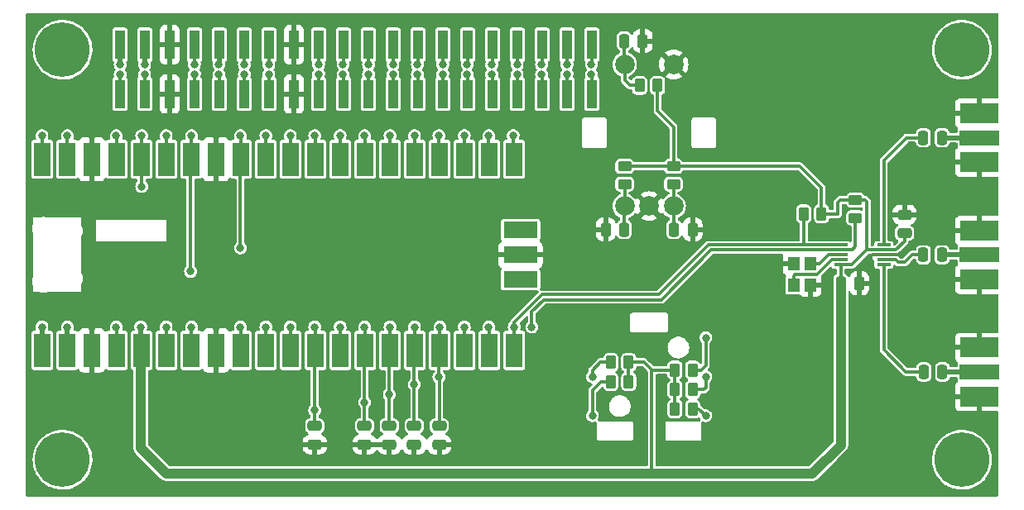
<source format=gbr>
%TF.GenerationSoftware,KiCad,Pcbnew,6.0.2+dfsg-1*%
%TF.CreationDate,2024-02-19T13:24:51+02:00*%
%TF.ProjectId,rpi_pico_si5351,7270695f-7069-4636-9f5f-736935333531,rev?*%
%TF.SameCoordinates,Original*%
%TF.FileFunction,Copper,L4,Bot*%
%TF.FilePolarity,Positive*%
%FSLAX46Y46*%
G04 Gerber Fmt 4.6, Leading zero omitted, Abs format (unit mm)*
G04 Created by KiCad (PCBNEW 6.0.2+dfsg-1) date 2024-02-19 13:24:51*
%MOMM*%
%LPD*%
G01*
G04 APERTURE LIST*
G04 Aperture macros list*
%AMRoundRect*
0 Rectangle with rounded corners*
0 $1 Rounding radius*
0 $2 $3 $4 $5 $6 $7 $8 $9 X,Y pos of 4 corners*
0 Add a 4 corners polygon primitive as box body*
4,1,4,$2,$3,$4,$5,$6,$7,$8,$9,$2,$3,0*
0 Add four circle primitives for the rounded corners*
1,1,$1+$1,$2,$3*
1,1,$1+$1,$4,$5*
1,1,$1+$1,$6,$7*
1,1,$1+$1,$8,$9*
0 Add four rect primitives between the rounded corners*
20,1,$1+$1,$2,$3,$4,$5,0*
20,1,$1+$1,$4,$5,$6,$7,0*
20,1,$1+$1,$6,$7,$8,$9,0*
20,1,$1+$1,$8,$9,$2,$3,0*%
%AMOutline4P*
0 Free polygon, 4 corners , with rotation*
0 The origin of the aperture is its center*
0 number of corners: always 4*
0 $1 to $8 corner X, Y*
0 $9 Rotation angle, in degrees counterclockwise*
0 create outline with 4 corners*
4,1,4,$1,$2,$3,$4,$5,$6,$7,$8,$1,$2,$9*%
G04 Aperture macros list end*
%TA.AperFunction,ComponentPad*%
%ADD10C,3.600000*%
%TD*%
%TA.AperFunction,ConnectorPad*%
%ADD11C,5.600000*%
%TD*%
%TA.AperFunction,ComponentPad*%
%ADD12C,2.000000*%
%TD*%
%TA.AperFunction,SMDPad,CuDef*%
%ADD13RoundRect,0.250000X-0.450000X0.262500X-0.450000X-0.262500X0.450000X-0.262500X0.450000X0.262500X0*%
%TD*%
%TA.AperFunction,SMDPad,CuDef*%
%ADD14Outline4P,-2.000000X-0.750000X2.000000X-0.750000X2.000000X0.750000X-2.000000X0.750000X180.000000*%
%TD*%
%TA.AperFunction,SMDPad,CuDef*%
%ADD15R,4.000000X2.000000*%
%TD*%
%TA.AperFunction,SMDPad,CuDef*%
%ADD16RoundRect,0.250000X0.475000X-0.250000X0.475000X0.250000X-0.475000X0.250000X-0.475000X-0.250000X0*%
%TD*%
%TA.AperFunction,SMDPad,CuDef*%
%ADD17R,1.000000X3.000000*%
%TD*%
%TA.AperFunction,SMDPad,CuDef*%
%ADD18RoundRect,0.250000X-0.250000X-0.475000X0.250000X-0.475000X0.250000X0.475000X-0.250000X0.475000X0*%
%TD*%
%TA.AperFunction,SMDPad,CuDef*%
%ADD19R,1.700000X3.500000*%
%TD*%
%TA.AperFunction,SMDPad,CuDef*%
%ADD20R,3.500000X1.700000*%
%TD*%
%TA.AperFunction,SMDPad,CuDef*%
%ADD21RoundRect,0.250000X-0.262500X-0.450000X0.262500X-0.450000X0.262500X0.450000X-0.262500X0.450000X0*%
%TD*%
%TA.AperFunction,SMDPad,CuDef*%
%ADD22RoundRect,0.250000X0.262500X0.450000X-0.262500X0.450000X-0.262500X-0.450000X0.262500X-0.450000X0*%
%TD*%
%TA.AperFunction,SMDPad,CuDef*%
%ADD23RoundRect,0.250000X0.450000X-0.262500X0.450000X0.262500X-0.450000X0.262500X-0.450000X-0.262500X0*%
%TD*%
%TA.AperFunction,SMDPad,CuDef*%
%ADD24R,1.400000X0.300000*%
%TD*%
%TA.AperFunction,SMDPad,CuDef*%
%ADD25R,1.200000X1.400000*%
%TD*%
%TA.AperFunction,SMDPad,CuDef*%
%ADD26RoundRect,0.250000X0.250000X0.475000X-0.250000X0.475000X-0.250000X-0.475000X0.250000X-0.475000X0*%
%TD*%
%TA.AperFunction,ViaPad*%
%ADD27C,0.800000*%
%TD*%
%TA.AperFunction,Conductor*%
%ADD28C,0.300000*%
%TD*%
%TA.AperFunction,Conductor*%
%ADD29C,0.500000*%
%TD*%
%TA.AperFunction,Conductor*%
%ADD30C,1.000000*%
%TD*%
G04 APERTURE END LIST*
D10*
%TO.P,H3,1*%
%TO.N,N/C*%
X126000000Y-29000000D03*
D11*
X126000000Y-29000000D03*
%TD*%
%TO.P,H4,1*%
%TO.N,N/C*%
X34000000Y-29000000D03*
D10*
X34000000Y-29000000D03*
%TD*%
D12*
%TO.P,SW2,1,SW_1*%
%TO.N,GPIO13*%
X91500000Y-30500000D03*
%TO.P,SW2,2,SW_2*%
%TO.N,GND*%
X96500000Y-30500000D03*
%TO.P,SW2,A,CH_A*%
%TO.N,GPIO15*%
X91500000Y-45000000D03*
%TO.P,SW2,B,CH_B*%
%TO.N,GPIO14*%
X96500000Y-45000000D03*
%TO.P,SW2,C,COMM*%
%TO.N,GND*%
X94000000Y-45000000D03*
%TD*%
D11*
%TO.P,H1,1*%
%TO.N,N/C*%
X126000000Y-71000000D03*
D10*
X126000000Y-71000000D03*
%TD*%
D11*
%TO.P,H2,1*%
%TO.N,N/C*%
X34000000Y-71000000D03*
D10*
X34000000Y-71000000D03*
%TD*%
D13*
%TO.P,R11,1*%
%TO.N,3V3_OUT*%
X96500000Y-40937500D03*
%TO.P,R11,2*%
%TO.N,GPIO14*%
X96500000Y-42762500D03*
%TD*%
D14*
%TO.P,J3,1,In*%
%TO.N,/CLK2*%
X127805000Y-38000000D03*
D15*
%TO.P,J3,2,Ext*%
%TO.N,GND*%
X127805000Y-35500000D03*
X127805000Y-40500000D03*
%TD*%
D16*
%TO.P,C10,1*%
%TO.N,GND*%
X72525000Y-69425000D03*
%TO.P,C10,2*%
%TO.N,GPIO18*%
X72525000Y-67525000D03*
%TD*%
D14*
%TO.P,J1,1,In*%
%TO.N,/CLK0*%
X127805000Y-62000000D03*
D15*
%TO.P,J1,2,Ext*%
%TO.N,GND*%
X127805000Y-64500000D03*
X127805000Y-59500000D03*
%TD*%
D14*
%TO.P,J2,1,In*%
%TO.N,/CLK1*%
X127805000Y-50000000D03*
D15*
%TO.P,J2,2,Ext*%
%TO.N,GND*%
X127805000Y-52500000D03*
X127805000Y-47500000D03*
%TD*%
D17*
%TO.P,J4,1,Pin_1*%
%TO.N,GPIO0*%
X39870000Y-33520000D03*
%TO.P,J4,2,Pin_2*%
%TO.N,VBUS*%
X39870000Y-28480000D03*
%TO.P,J4,3,Pin_3*%
%TO.N,GPIO1*%
X42410000Y-33520000D03*
%TO.P,J4,4,Pin_4*%
%TO.N,VDD_SYS*%
X42410000Y-28480000D03*
%TO.P,J4,5,Pin_5*%
%TO.N,GND*%
X44950000Y-33520000D03*
%TO.P,J4,6,Pin_6*%
X44950000Y-28480000D03*
%TO.P,J4,7,Pin_7*%
%TO.N,GPIO2*%
X47490000Y-33520000D03*
%TO.P,J4,8,Pin_8*%
%TO.N,3V3_EN*%
X47490000Y-28480000D03*
%TO.P,J4,9,Pin_9*%
%TO.N,GPIO3*%
X50030000Y-33520000D03*
%TO.P,J4,10,Pin_10*%
%TO.N,3V3_OUT*%
X50030000Y-28480000D03*
%TO.P,J4,11,Pin_11*%
%TO.N,GPIO4*%
X52570000Y-33520000D03*
%TO.P,J4,12,Pin_12*%
%TO.N,ADC_VREF*%
X52570000Y-28480000D03*
%TO.P,J4,13,Pin_13*%
%TO.N,GPIO5*%
X55110000Y-33520000D03*
%TO.P,J4,14,Pin_14*%
%TO.N,GPIO28*%
X55110000Y-28480000D03*
%TO.P,J4,15,Pin_15*%
%TO.N,GND*%
X57650000Y-33520000D03*
%TO.P,J4,16,Pin_16*%
X57650000Y-28480000D03*
%TO.P,J4,17,Pin_17*%
%TO.N,GPIO6*%
X60190000Y-33520000D03*
%TO.P,J4,18,Pin_18*%
%TO.N,GPIO27*%
X60190000Y-28480000D03*
%TO.P,J4,19,Pin_19*%
%TO.N,GPIO7*%
X62730000Y-33520000D03*
%TO.P,J4,20,Pin_20*%
%TO.N,GPIO26*%
X62730000Y-28480000D03*
%TO.P,J4,21,Pin_21*%
%TO.N,GPIO8*%
X65270000Y-33520000D03*
%TO.P,J4,22,Pin_22*%
%TO.N,RUN*%
X65270000Y-28480000D03*
%TO.P,J4,23,Pin_23*%
%TO.N,GPIO9*%
X67810000Y-33520000D03*
%TO.P,J4,24,Pin_24*%
%TO.N,GPIO22*%
X67810000Y-28480000D03*
%TO.P,J4,25,Pin_25*%
%TO.N,GPIO29*%
X70350000Y-33520000D03*
%TO.P,J4,26,Pin_26*%
%TO.N,GPIO23*%
X70350000Y-28480000D03*
%TO.P,J4,27,Pin_27*%
%TO.N,GPIO10*%
X72890000Y-33520000D03*
%TO.P,J4,28,Pin_28*%
%TO.N,GPIO21*%
X72890000Y-28480000D03*
%TO.P,J4,29,Pin_29*%
%TO.N,GPIO11*%
X75430000Y-33520000D03*
%TO.P,J4,30,Pin_30*%
%TO.N,GPIO20*%
X75430000Y-28480000D03*
%TO.P,J4,31,Pin_31*%
%TO.N,GPIO12*%
X77970000Y-33520000D03*
%TO.P,J4,32,Pin_32*%
%TO.N,GPIO19*%
X77970000Y-28480000D03*
%TO.P,J4,33,Pin_33*%
%TO.N,GPIO13*%
X80510000Y-33520000D03*
%TO.P,J4,34,Pin_34*%
%TO.N,GPIO18*%
X80510000Y-28480000D03*
%TO.P,J4,35,Pin_35*%
%TO.N,GPIO25*%
X83050000Y-33520000D03*
%TO.P,J4,36,Pin_36*%
%TO.N,GPIO24*%
X83050000Y-28480000D03*
%TO.P,J4,37,Pin_37*%
%TO.N,GPIO14*%
X85590000Y-33520000D03*
%TO.P,J4,38,Pin_38*%
%TO.N,GPIO17*%
X85590000Y-28480000D03*
%TO.P,J4,39,Pin_39*%
%TO.N,GPIO15*%
X88130000Y-33520000D03*
%TO.P,J4,40,Pin_40*%
%TO.N,GPIO16*%
X88130000Y-28480000D03*
%TD*%
D18*
%TO.P,C8,1*%
%TO.N,GND*%
X89550000Y-47400000D03*
%TO.P,C8,2*%
%TO.N,GPIO15*%
X91450000Y-47400000D03*
%TD*%
D19*
%TO.P,U2,1,GPIO0*%
%TO.N,GPIO0*%
X31925000Y-40210000D03*
%TO.P,U2,2,GPIO1*%
%TO.N,GPIO1*%
X34465000Y-40210000D03*
%TO.P,U2,3,GND*%
%TO.N,GND*%
X37005000Y-40210000D03*
%TO.P,U2,4,GPIO2*%
%TO.N,GPIO2*%
X39545000Y-40210000D03*
%TO.P,U2,5,GPIO3*%
%TO.N,GPIO3*%
X42085000Y-40210000D03*
%TO.P,U2,6,GPIO4*%
%TO.N,GPIO4*%
X44625000Y-40210000D03*
%TO.P,U2,7,GPIO5*%
%TO.N,GPIO5*%
X47165000Y-40210000D03*
%TO.P,U2,8,GND*%
%TO.N,GND*%
X49705000Y-40210000D03*
%TO.P,U2,9,GPIO6*%
%TO.N,GPIO6*%
X52245000Y-40210000D03*
%TO.P,U2,10,GPIO7*%
%TO.N,GPIO7*%
X54785000Y-40210000D03*
%TO.P,U2,11,GPIO8*%
%TO.N,GPIO8*%
X57325000Y-40210000D03*
%TO.P,U2,12,GPIO9*%
%TO.N,GPIO9*%
X59865000Y-40210000D03*
%TO.P,U2,13,GPIO29_GND*%
%TO.N,GPIO29*%
X62405000Y-40210000D03*
%TO.P,U2,14,GPIO10*%
%TO.N,GPIO10*%
X64945000Y-40210000D03*
%TO.P,U2,15,GPIO11*%
%TO.N,GPIO11*%
X67485000Y-40210000D03*
%TO.P,U2,16,GPIO12*%
%TO.N,GPIO12*%
X70025000Y-40210000D03*
%TO.P,U2,17,GPIO13*%
%TO.N,GPIO13*%
X72565000Y-40210000D03*
%TO.P,U2,18,GPIO25_GND*%
%TO.N,GPIO25*%
X75105000Y-40210000D03*
%TO.P,U2,19,GPIO14*%
%TO.N,GPIO14*%
X77645000Y-40210000D03*
%TO.P,U2,20,GPIO15*%
%TO.N,GPIO15*%
X80185000Y-40210000D03*
%TO.P,U2,21,GPIO16*%
%TO.N,GPIO16*%
X80185000Y-59790000D03*
%TO.P,U2,22,GPIO17*%
%TO.N,GPIO17*%
X77645000Y-59790000D03*
%TO.P,U2,23,GND_GPIO24*%
%TO.N,GPIO24*%
X75105000Y-59790000D03*
%TO.P,U2,24,GPIO18*%
%TO.N,GPIO18*%
X72565000Y-59790000D03*
%TO.P,U2,25,GPIO19*%
%TO.N,GPIO19*%
X70025000Y-59790000D03*
%TO.P,U2,26,GPIO20*%
%TO.N,GPIO20*%
X67485000Y-59790000D03*
%TO.P,U2,27,GPIO21*%
%TO.N,GPIO21*%
X64945000Y-59790000D03*
%TO.P,U2,28,GND_GPIO23*%
%TO.N,GPIO23*%
X62405000Y-59790000D03*
%TO.P,U2,29,GPIO22*%
%TO.N,GPIO22*%
X59865000Y-59790000D03*
%TO.P,U2,30,RUN*%
%TO.N,RUN*%
X57325000Y-59790000D03*
%TO.P,U2,31,ADC0_GPIO26*%
%TO.N,GPIO26*%
X54785000Y-59790000D03*
%TO.P,U2,32,ADC1_GPIO27*%
%TO.N,GPIO27*%
X52245000Y-59790000D03*
%TO.P,U2,33,AGND*%
%TO.N,GND*%
X49705000Y-59790000D03*
%TO.P,U2,34,ADC2_GPIO28*%
%TO.N,GPIO28*%
X47165000Y-59790000D03*
%TO.P,U2,35,ADC_VREF*%
%TO.N,ADC_VREF*%
X44625000Y-59790000D03*
%TO.P,U2,36,3V3_OUT*%
%TO.N,3V3_OUT*%
X42085000Y-59790000D03*
%TO.P,U2,37,3V3_EN*%
%TO.N,3V3_EN*%
X39545000Y-59790000D03*
%TO.P,U2,38,GND*%
%TO.N,GND*%
X37005000Y-59790000D03*
%TO.P,U2,39,VDD_SYS*%
%TO.N,VDD_SYS*%
X34465000Y-59790000D03*
%TO.P,U2,40,VBUS*%
%TO.N,VBUS*%
X31925000Y-59790000D03*
D20*
%TO.P,U2,41,SWCLK*%
%TO.N,unconnected-(U2-Pad41)*%
X80855000Y-47460000D03*
%TO.P,U2,42,GND*%
%TO.N,GND*%
X80855000Y-50000000D03*
%TO.P,U2,43,SWDIO*%
%TO.N,unconnected-(U2-Pad43)*%
X80855000Y-52540000D03*
%TD*%
D21*
%TO.P,R6,1*%
%TO.N,3V3_OUT*%
X96637500Y-63800000D03*
%TO.P,R6,2*%
%TO.N,GPIO21*%
X98462500Y-63800000D03*
%TD*%
D18*
%TO.P,C2,1*%
%TO.N,Net-(C2-Pad1)*%
X122100000Y-62000000D03*
%TO.P,C2,2*%
%TO.N,/CLK0*%
X124000000Y-62000000D03*
%TD*%
D22*
%TO.P,R8,1*%
%TO.N,3V3_OUT*%
X91912500Y-63000000D03*
%TO.P,R8,2*%
%TO.N,GPIO19*%
X90087500Y-63000000D03*
%TD*%
D23*
%TO.P,R2,1*%
%TO.N,GPIO17*%
X115100000Y-46212500D03*
%TO.P,R2,2*%
%TO.N,3V3_OUT*%
X115100000Y-44387500D03*
%TD*%
D16*
%TO.P,C14,1*%
%TO.N,GND*%
X69975000Y-69425000D03*
%TO.P,C14,2*%
%TO.N,GPIO19*%
X69975000Y-67525000D03*
%TD*%
D18*
%TO.P,C6,1*%
%TO.N,Net-(C6-Pad1)*%
X122050000Y-38000000D03*
%TO.P,C6,2*%
%TO.N,/CLK2*%
X123950000Y-38000000D03*
%TD*%
D24*
%TO.P,U3,1,VDD*%
%TO.N,3V3_OUT*%
X113600000Y-51000000D03*
%TO.P,U3,2,XA*%
%TO.N,Net-(U3-Pad2)*%
X113600000Y-50500000D03*
%TO.P,U3,3,XB*%
%TO.N,Net-(U3-Pad3)*%
X113600000Y-50000000D03*
%TO.P,U3,4,SCL*%
%TO.N,GPIO17*%
X113600000Y-49500000D03*
%TO.P,U3,5,SDA*%
%TO.N,GPIO16*%
X113600000Y-49000000D03*
%TO.P,U3,6,CLK2*%
%TO.N,Net-(C6-Pad1)*%
X118000000Y-49000000D03*
%TO.P,U3,7,VDD_IO*%
%TO.N,3V3_OUT*%
X118000000Y-49500000D03*
%TO.P,U3,8,GND*%
%TO.N,GND*%
X118000000Y-50000000D03*
%TO.P,U3,9,CLK1*%
%TO.N,Net-(C5-Pad1)*%
X118000000Y-50500000D03*
%TO.P,U3,10,CLK0*%
%TO.N,Net-(C2-Pad1)*%
X118000000Y-51000000D03*
%TD*%
D25*
%TO.P,X1,1,XA*%
%TO.N,Net-(U3-Pad2)*%
X108775000Y-53100000D03*
%TO.P,X1,2,GND*%
%TO.N,GND*%
X108775000Y-50900000D03*
%TO.P,X1,3,XB*%
%TO.N,Net-(U3-Pad3)*%
X110475000Y-50900000D03*
%TO.P,X1,4,GND*%
%TO.N,GND*%
X110475000Y-53100000D03*
%TD*%
D16*
%TO.P,C11,1*%
%TO.N,GND*%
X59800000Y-69425000D03*
%TO.P,C11,2*%
%TO.N,GPIO22*%
X59800000Y-67525000D03*
%TD*%
D18*
%TO.P,C4,1*%
%TO.N,3V3_OUT*%
X113600000Y-52925000D03*
%TO.P,C4,2*%
%TO.N,GND*%
X115500000Y-52925000D03*
%TD*%
D16*
%TO.P,C3,1*%
%TO.N,3V3_OUT*%
X120125000Y-47775000D03*
%TO.P,C3,2*%
%TO.N,GND*%
X120125000Y-45875000D03*
%TD*%
D22*
%TO.P,R9,1*%
%TO.N,3V3_OUT*%
X94862500Y-32650000D03*
%TO.P,R9,2*%
%TO.N,GPIO13*%
X93037500Y-32650000D03*
%TD*%
%TO.P,R4,1*%
%TO.N,3V3_OUT*%
X91912500Y-61000000D03*
%TO.P,R4,2*%
%TO.N,GPIO18*%
X90087500Y-61000000D03*
%TD*%
D26*
%TO.P,C9,1*%
%TO.N,GND*%
X98450000Y-47400000D03*
%TO.P,C9,2*%
%TO.N,GPIO14*%
X96550000Y-47400000D03*
%TD*%
D21*
%TO.P,R3,1*%
%TO.N,GPIO16*%
X109812500Y-45800000D03*
%TO.P,R3,2*%
%TO.N,3V3_OUT*%
X111637500Y-45800000D03*
%TD*%
%TO.P,R7,1*%
%TO.N,3V3_OUT*%
X96637500Y-65800000D03*
%TO.P,R7,2*%
%TO.N,GPIO20*%
X98462500Y-65800000D03*
%TD*%
D26*
%TO.P,C7,1*%
%TO.N,GND*%
X93350000Y-28100000D03*
%TO.P,C7,2*%
%TO.N,GPIO13*%
X91450000Y-28100000D03*
%TD*%
D13*
%TO.P,R10,1*%
%TO.N,3V3_OUT*%
X91500000Y-40937500D03*
%TO.P,R10,2*%
%TO.N,GPIO15*%
X91500000Y-42762500D03*
%TD*%
D21*
%TO.P,R5,1*%
%TO.N,3V3_OUT*%
X96637500Y-61800000D03*
%TO.P,R5,2*%
%TO.N,GPIO22*%
X98462500Y-61800000D03*
%TD*%
D16*
%TO.P,C12,1*%
%TO.N,GND*%
X64900000Y-69425000D03*
%TO.P,C12,2*%
%TO.N,GPIO21*%
X64900000Y-67525000D03*
%TD*%
%TO.P,C13,1*%
%TO.N,GND*%
X67425000Y-69425000D03*
%TO.P,C13,2*%
%TO.N,GPIO20*%
X67425000Y-67525000D03*
%TD*%
D18*
%TO.P,C5,1*%
%TO.N,Net-(C5-Pad1)*%
X122050000Y-50000000D03*
%TO.P,C5,2*%
%TO.N,/CLK1*%
X123950000Y-50000000D03*
%TD*%
D27*
%TO.N,GPIO18*%
X88200000Y-62500000D03*
%TO.N,GND*%
X37000000Y-57400000D03*
X62100000Y-44100000D03*
X124950000Y-64500000D03*
X106000000Y-26000000D03*
X110800000Y-38400000D03*
X109650000Y-69750000D03*
X114000000Y-74000000D03*
X124950000Y-40500000D03*
X90550000Y-58550000D03*
X124950000Y-35500000D03*
X49700000Y-57400000D03*
X124950000Y-52500000D03*
X106000000Y-38000000D03*
X106000000Y-71000000D03*
X37000000Y-37800000D03*
X106000000Y-34000000D03*
X66625000Y-52475000D03*
X116225000Y-50650000D03*
X49700000Y-37800000D03*
X119825000Y-50000000D03*
X120100000Y-44150000D03*
X116050000Y-35750000D03*
X62100000Y-47300000D03*
X114650000Y-71650000D03*
X124950000Y-47500000D03*
X44900000Y-31000000D03*
X93100000Y-66200000D03*
X57700000Y-31000000D03*
X116150000Y-64350000D03*
X116150000Y-55100000D03*
X106000000Y-61000000D03*
X66300000Y-47300000D03*
X116150000Y-59600000D03*
X122400000Y-46900000D03*
X80775000Y-50000000D03*
X106000000Y-74000000D03*
X122000000Y-74000000D03*
X110500000Y-57650000D03*
X114000000Y-26000000D03*
X106000000Y-45000000D03*
X124950000Y-59500000D03*
X122000000Y-26000000D03*
X106000000Y-52000000D03*
X66300000Y-44100000D03*
%TO.N,GPIO0*%
X39899312Y-31499312D03*
X31900000Y-37800000D03*
%TO.N,GPIO1*%
X34500000Y-37800000D03*
X42400000Y-31500000D03*
%TO.N,GPIO25*%
X83000000Y-31500000D03*
X75100000Y-37800000D03*
%TO.N,GPIO12*%
X77900000Y-31500000D03*
X70000000Y-37800000D03*
%TO.N,GPIO11*%
X75400000Y-31500000D03*
X67500000Y-37800000D03*
%TO.N,GPIO10*%
X64900000Y-37800000D03*
X72900000Y-31500000D03*
%TO.N,GPIO29*%
X62400000Y-37800000D03*
X70300000Y-31500000D03*
%TO.N,GPIO9*%
X67800000Y-31500000D03*
X59800000Y-37800000D03*
%TO.N,GPIO8*%
X57300000Y-37800000D03*
X65300000Y-31500000D03*
%TO.N,GPIO7*%
X62700000Y-31500000D03*
X54800000Y-37800000D03*
%TO.N,3V3_OUT*%
X42000000Y-57400000D03*
X50000000Y-30500000D03*
%TO.N,GPIO24*%
X75100000Y-57400000D03*
X83000000Y-30500497D03*
%TO.N,GPIO23*%
X62400000Y-57400000D03*
X70300000Y-30500000D03*
%TO.N,RUN*%
X65300000Y-30500000D03*
X57300000Y-57400000D03*
%TO.N,GPIO26*%
X62700000Y-30500497D03*
X54800000Y-57400000D03*
%TO.N,GPIO27*%
X60200000Y-30500000D03*
X52200000Y-57400000D03*
%TO.N,GPIO28*%
X55100000Y-30500497D03*
X47200000Y-57400000D03*
%TO.N,ADC_VREF*%
X52600000Y-30500000D03*
X44600000Y-57400000D03*
%TO.N,3V3_EN*%
X39500000Y-57400000D03*
X47500000Y-30500000D03*
%TO.N,VDD_SYS*%
X42400000Y-30500000D03*
X34500000Y-57400000D03*
%TO.N,VBUS*%
X31900000Y-57400000D03*
X39900000Y-30499810D03*
%TO.N,GPIO13*%
X80500000Y-31500000D03*
X72510000Y-41110000D03*
X72500000Y-37800000D03*
%TO.N,GPIO15*%
X80100000Y-37800000D03*
X88100000Y-31500000D03*
X80130000Y-41110000D03*
%TO.N,GPIO14*%
X77590000Y-41110000D03*
X85600000Y-31500000D03*
X77600000Y-37800000D03*
%TO.N,GPIO16*%
X80200000Y-57400000D03*
X88100000Y-30500497D03*
%TO.N,GPIO17*%
X77600000Y-57400000D03*
X82000000Y-57400000D03*
X85600000Y-30500497D03*
%TO.N,GPIO18*%
X80500000Y-30500000D03*
X72600000Y-57400000D03*
X72500000Y-62500000D03*
%TO.N,GPIO22*%
X59800000Y-65925000D03*
X59800000Y-57400000D03*
X67800000Y-30500497D03*
X99800000Y-58500000D03*
%TO.N,GPIO21*%
X64900000Y-65100000D03*
X99800000Y-62500000D03*
X72900000Y-30500497D03*
X64900000Y-57400000D03*
%TO.N,GPIO20*%
X67500000Y-57400000D03*
X67425000Y-64300000D03*
X99800000Y-66500000D03*
X75400000Y-30500497D03*
%TO.N,GPIO19*%
X70000000Y-57400000D03*
X77900000Y-30500497D03*
X88200000Y-66500000D03*
X69975000Y-63275000D03*
%TO.N,GPIO6*%
X52200000Y-37800000D03*
X60200000Y-31500000D03*
X52200000Y-49300000D03*
%TO.N,GPIO5*%
X55100000Y-31500000D03*
X47100000Y-51700000D03*
X47200000Y-37800000D03*
%TO.N,GPIO4*%
X44600000Y-37800000D03*
X52600000Y-31500000D03*
%TO.N,GPIO3*%
X42100000Y-43000000D03*
X42100000Y-37800000D03*
X50000000Y-31500000D03*
%TO.N,GPIO2*%
X39500000Y-37800000D03*
X47500000Y-31500000D03*
%TD*%
D28*
%TO.N,GPIO18*%
X88200000Y-62500000D02*
X88200000Y-61800000D01*
X88200000Y-61800000D02*
X89000000Y-61000000D01*
%TO.N,GPIO19*%
X88200000Y-66500000D02*
X88200000Y-63900000D01*
X88200000Y-63900000D02*
X89100000Y-63000000D01*
X89100000Y-63000000D02*
X90087500Y-63000000D01*
%TO.N,GPIO22*%
X99800000Y-58500000D02*
X99800000Y-61300000D01*
X99800000Y-61300000D02*
X99300000Y-61800000D01*
X99300000Y-61800000D02*
X98462500Y-61800000D01*
%TO.N,GPIO21*%
X99800000Y-63600000D02*
X99600000Y-63800000D01*
X99600000Y-63800000D02*
X98462500Y-63800000D01*
X99800000Y-62500000D02*
X99800000Y-63600000D01*
%TO.N,GPIO20*%
X98462500Y-65800000D02*
X99100000Y-65800000D01*
X99100000Y-65800000D02*
X99800000Y-66500000D01*
%TO.N,GND*%
X118000000Y-50000000D02*
X116875000Y-50000000D01*
X116875000Y-50000000D02*
X116225000Y-50650000D01*
X118000000Y-50000000D02*
X119825000Y-50000000D01*
%TO.N,Net-(C2-Pad1)*%
X120275000Y-62000000D02*
X122100000Y-62000000D01*
X118000000Y-59725000D02*
X120275000Y-62000000D01*
X118000000Y-51000000D02*
X118000000Y-59725000D01*
D29*
%TO.N,/CLK0*%
X124000000Y-62000000D02*
X127805000Y-62000000D01*
D28*
%TO.N,Net-(C5-Pad1)*%
X119475000Y-50775000D02*
X120125000Y-50775000D01*
X119200000Y-50500000D02*
X119475000Y-50775000D01*
X118000000Y-50500000D02*
X119200000Y-50500000D01*
X120900000Y-50000000D02*
X122050000Y-50000000D01*
X120125000Y-50775000D02*
X120900000Y-50000000D01*
D29*
%TO.N,/CLK1*%
X123950000Y-50000000D02*
X127805000Y-50000000D01*
D28*
%TO.N,Net-(C6-Pad1)*%
X118000000Y-49000000D02*
X118000000Y-40325000D01*
X118000000Y-40325000D02*
X120325000Y-38000000D01*
X120325000Y-38000000D02*
X122050000Y-38000000D01*
D29*
%TO.N,/CLK2*%
X123950000Y-38000000D02*
X127805000Y-38000000D01*
D28*
%TO.N,GPIO0*%
X31925000Y-41110000D02*
X31925000Y-37825000D01*
X39870000Y-31528624D02*
X39899312Y-31499312D01*
X31925000Y-37825000D02*
X31900000Y-37800000D01*
X39870000Y-33520000D02*
X39870000Y-31528624D01*
%TO.N,Net-(U3-Pad2)*%
X111175000Y-52000000D02*
X108925000Y-52000000D01*
X108775000Y-52150000D02*
X108775000Y-53100000D01*
X108925000Y-52000000D02*
X108775000Y-52150000D01*
X112675000Y-50500000D02*
X111175000Y-52000000D01*
X113600000Y-50500000D02*
X112675000Y-50500000D01*
%TO.N,Net-(U3-Pad3)*%
X111425000Y-50900000D02*
X110475000Y-50900000D01*
X113600000Y-50000000D02*
X112325000Y-50000000D01*
X112325000Y-50000000D02*
X111425000Y-50900000D01*
%TO.N,GPIO1*%
X42410000Y-31510000D02*
X42400000Y-31500000D01*
X34465000Y-41110000D02*
X34465000Y-37835000D01*
X42410000Y-33520000D02*
X42410000Y-31510000D01*
X34465000Y-37835000D02*
X34500000Y-37800000D01*
%TO.N,GPIO25*%
X75105000Y-41110000D02*
X75105000Y-37805000D01*
X83050000Y-31550000D02*
X83000000Y-31500000D01*
X83050000Y-33520000D02*
X83050000Y-31550000D01*
X75105000Y-37805000D02*
X75100000Y-37800000D01*
%TO.N,GPIO12*%
X77970000Y-33520000D02*
X77970000Y-31570000D01*
X70025000Y-41110000D02*
X70025000Y-37825000D01*
X77970000Y-31570000D02*
X77900000Y-31500000D01*
X70025000Y-37825000D02*
X70000000Y-37800000D01*
%TO.N,GPIO11*%
X75430000Y-31530000D02*
X75400000Y-31500000D01*
X67485000Y-37815000D02*
X67500000Y-37800000D01*
X75430000Y-33520000D02*
X75430000Y-31530000D01*
X67485000Y-41110000D02*
X67485000Y-37815000D01*
%TO.N,GPIO10*%
X64945000Y-37845000D02*
X64900000Y-37800000D01*
X72890000Y-31510000D02*
X72900000Y-31500000D01*
X64945000Y-41110000D02*
X64945000Y-37845000D01*
X72890000Y-33520000D02*
X72890000Y-31510000D01*
%TO.N,GPIO29*%
X62405000Y-41110000D02*
X62405000Y-37805000D01*
X62405000Y-37805000D02*
X62400000Y-37800000D01*
X70350000Y-33520000D02*
X70350000Y-31550000D01*
X70350000Y-31550000D02*
X70300000Y-31500000D01*
%TO.N,GPIO9*%
X59865000Y-37865000D02*
X59800000Y-37800000D01*
X67810000Y-33520000D02*
X67810000Y-31510000D01*
X59865000Y-41110000D02*
X59865000Y-37865000D01*
X67810000Y-31510000D02*
X67800000Y-31500000D01*
%TO.N,GPIO8*%
X57325000Y-37825000D02*
X57300000Y-37800000D01*
X65270000Y-31530000D02*
X65300000Y-31500000D01*
X65270000Y-33520000D02*
X65270000Y-31530000D01*
X57325000Y-41110000D02*
X57325000Y-37825000D01*
%TO.N,GPIO7*%
X54785000Y-37815000D02*
X54800000Y-37800000D01*
X62730000Y-31530000D02*
X62700000Y-31500000D01*
X54785000Y-41110000D02*
X54785000Y-37815000D01*
X62730000Y-33520000D02*
X62730000Y-31530000D01*
D30*
%TO.N,3V3_OUT*%
X44600000Y-72400000D02*
X94250000Y-72400000D01*
D28*
X116250000Y-49450000D02*
X116250000Y-44550000D01*
X96500000Y-40937500D02*
X109437500Y-40937500D01*
X119250000Y-49500000D02*
X120125000Y-48625000D01*
D29*
X50030000Y-30470000D02*
X50000000Y-30500000D01*
D28*
X93500000Y-61000000D02*
X94275000Y-61775000D01*
X96637500Y-65800000D02*
X96637500Y-61800000D01*
X94275000Y-61775000D02*
X94275000Y-72375000D01*
X96500000Y-40937500D02*
X96500000Y-36900000D01*
X109437500Y-40937500D02*
X111637500Y-43137500D01*
X111637500Y-45825000D02*
X113287500Y-45825000D01*
X113287500Y-44637500D02*
X113287500Y-45825000D01*
X91912500Y-63000000D02*
X91912500Y-61000000D01*
D30*
X42030000Y-58890000D02*
X42030000Y-69830000D01*
D29*
X42030000Y-58890000D02*
X42030000Y-57430000D01*
D28*
X116075000Y-44375000D02*
X113550000Y-44375000D01*
D29*
X42030000Y-57430000D02*
X42000000Y-57400000D01*
D28*
X116300000Y-49500000D02*
X116250000Y-49450000D01*
X113550000Y-44375000D02*
X113287500Y-44637500D01*
X114700000Y-51000000D02*
X116250000Y-49450000D01*
X116250000Y-44550000D02*
X116075000Y-44375000D01*
X111637500Y-43137500D02*
X111637500Y-45825000D01*
D30*
X42030000Y-69830000D02*
X44600000Y-72400000D01*
D28*
X94300000Y-61800000D02*
X96637500Y-61800000D01*
X94862500Y-35262500D02*
X94862500Y-32650000D01*
X94275000Y-61775000D02*
X94300000Y-61800000D01*
D29*
X50030000Y-28480000D02*
X50030000Y-30470000D01*
D28*
X120125000Y-48625000D02*
X120125000Y-47775000D01*
X113600000Y-51000000D02*
X114700000Y-51000000D01*
X118000000Y-49500000D02*
X116300000Y-49500000D01*
X91912500Y-61000000D02*
X93500000Y-61000000D01*
D30*
X110700000Y-72400000D02*
X113600000Y-69500000D01*
D28*
X113600000Y-52925000D02*
X113600000Y-51000000D01*
X91500000Y-40937500D02*
X96500000Y-40937500D01*
D30*
X113600000Y-69500000D02*
X113600000Y-52925000D01*
D28*
X118000000Y-49500000D02*
X119250000Y-49500000D01*
X96500000Y-36900000D02*
X94862500Y-35262500D01*
D30*
X94250000Y-72400000D02*
X110700000Y-72400000D01*
D28*
%TO.N,GPIO24*%
X83050000Y-30450497D02*
X83000000Y-30500497D01*
X75105000Y-58890000D02*
X75105000Y-57405000D01*
X75105000Y-57405000D02*
X75100000Y-57400000D01*
X83050000Y-28480000D02*
X83050000Y-30450497D01*
%TO.N,GPIO23*%
X70350000Y-30450000D02*
X70300000Y-30500000D01*
X70350000Y-28480000D02*
X70350000Y-30450000D01*
X62405000Y-58890000D02*
X62405000Y-57405000D01*
X62405000Y-57405000D02*
X62400000Y-57400000D01*
%TO.N,RUN*%
X57325000Y-58890000D02*
X57325000Y-57425000D01*
X65270000Y-30470000D02*
X65300000Y-30500000D01*
X65270000Y-28480000D02*
X65270000Y-30470000D01*
X57325000Y-57425000D02*
X57300000Y-57400000D01*
%TO.N,GPIO26*%
X54785000Y-58890000D02*
X54785000Y-57415000D01*
X62730000Y-30470497D02*
X62700000Y-30500497D01*
X62730000Y-28480000D02*
X62730000Y-30470497D01*
X54785000Y-57415000D02*
X54800000Y-57400000D01*
%TO.N,GPIO27*%
X52245000Y-58890000D02*
X52245000Y-57445000D01*
X60190000Y-30490000D02*
X60200000Y-30500000D01*
X60190000Y-28480000D02*
X60190000Y-30490000D01*
X52245000Y-57445000D02*
X52200000Y-57400000D01*
%TO.N,GPIO28*%
X47165000Y-57435000D02*
X47200000Y-57400000D01*
X47165000Y-58890000D02*
X47165000Y-57435000D01*
X55110000Y-30490497D02*
X55100000Y-30500497D01*
X55110000Y-28480000D02*
X55110000Y-30490497D01*
%TO.N,ADC_VREF*%
X52570000Y-30470000D02*
X52600000Y-30500000D01*
X52570000Y-28480000D02*
X52570000Y-30470000D01*
X44625000Y-57425000D02*
X44600000Y-57400000D01*
X44625000Y-58890000D02*
X44625000Y-57425000D01*
%TO.N,3V3_EN*%
X47490000Y-30490000D02*
X47500000Y-30500000D01*
X39545000Y-57445000D02*
X39500000Y-57400000D01*
X47490000Y-28480000D02*
X47490000Y-30490000D01*
X39545000Y-58890000D02*
X39545000Y-57445000D01*
D29*
%TO.N,VDD_SYS*%
X34465000Y-58890000D02*
X34465000Y-57435000D01*
X34465000Y-57435000D02*
X34500000Y-57400000D01*
X42410000Y-28480000D02*
X42410000Y-30490000D01*
X42410000Y-30490000D02*
X42400000Y-30500000D01*
%TO.N,VBUS*%
X39870000Y-28480000D02*
X39870000Y-30469810D01*
X39870000Y-30469810D02*
X39900000Y-30499810D01*
X31925000Y-57425000D02*
X31900000Y-57400000D01*
X31925000Y-58890000D02*
X31925000Y-57425000D01*
D28*
%TO.N,GPIO13*%
X91500000Y-32100000D02*
X91500000Y-30500000D01*
X91450000Y-30450000D02*
X91500000Y-30500000D01*
X80510000Y-33520000D02*
X80510000Y-31510000D01*
X72510000Y-37810000D02*
X72500000Y-37800000D01*
X92050000Y-32650000D02*
X91500000Y-32100000D01*
X72510000Y-41110000D02*
X72510000Y-37810000D01*
X93050000Y-32650000D02*
X92050000Y-32650000D01*
X80510000Y-31510000D02*
X80500000Y-31500000D01*
X91450000Y-28100000D02*
X91450000Y-30450000D01*
%TO.N,GPIO15*%
X88130000Y-31530000D02*
X88100000Y-31500000D01*
X91500000Y-45000000D02*
X91500000Y-42775000D01*
X91450000Y-45050000D02*
X91500000Y-45000000D01*
X88130000Y-33520000D02*
X88130000Y-31530000D01*
X80130000Y-41110000D02*
X80130000Y-37830000D01*
X80130000Y-37830000D02*
X80100000Y-37800000D01*
X91450000Y-47400000D02*
X91450000Y-45050000D01*
X80150000Y-41090000D02*
X80130000Y-41110000D01*
%TO.N,GPIO14*%
X85590000Y-31510000D02*
X85600000Y-31500000D01*
X77590000Y-37810000D02*
X77600000Y-37800000D01*
X96500000Y-45000000D02*
X96500000Y-42775000D01*
X96550000Y-45050000D02*
X96500000Y-45000000D01*
X96550000Y-47400000D02*
X96550000Y-45050000D01*
X77590000Y-41110000D02*
X77590000Y-37810000D01*
X85590000Y-33520000D02*
X85590000Y-31510000D01*
%TO.N,GPIO16*%
X80185000Y-57415000D02*
X80200000Y-57400000D01*
X80200000Y-57400000D02*
X80200000Y-56900000D01*
X88130000Y-28480000D02*
X88130000Y-30470497D01*
X83025000Y-54075000D02*
X95000000Y-54075000D01*
X113600000Y-49000000D02*
X109800000Y-49000000D01*
X80200000Y-56900000D02*
X83025000Y-54075000D01*
X109812500Y-48987500D02*
X109800000Y-49000000D01*
X109812500Y-45825000D02*
X109812500Y-48987500D01*
X100075000Y-49000000D02*
X109800000Y-49000000D01*
X88130000Y-30470497D02*
X88100000Y-30500497D01*
X95000000Y-54075000D02*
X100075000Y-49000000D01*
X80185000Y-58890000D02*
X80185000Y-57415000D01*
%TO.N,GPIO17*%
X115100000Y-49175000D02*
X114775000Y-49500000D01*
X85590000Y-30490497D02*
X85600000Y-30500497D01*
X115100000Y-49175000D02*
X115100000Y-46212500D01*
X77645000Y-58890000D02*
X77645000Y-57445000D01*
X77590000Y-58890000D02*
X77590000Y-58885000D01*
X82000000Y-57400000D02*
X82000000Y-55807106D01*
X100350000Y-49500000D02*
X113600000Y-49500000D01*
X85590000Y-28480000D02*
X85590000Y-30490497D01*
X82000000Y-55807106D02*
X83207106Y-54600000D01*
X77590000Y-58885000D02*
X77600000Y-58875000D01*
X83207106Y-54600000D02*
X95250000Y-54600000D01*
X77645000Y-57445000D02*
X77600000Y-57400000D01*
X114775000Y-49500000D02*
X113600000Y-49500000D01*
X95250000Y-54600000D02*
X100350000Y-49500000D01*
%TO.N,GPIO18*%
X72510000Y-58890000D02*
X72510000Y-62490000D01*
X80510000Y-28480000D02*
X80510000Y-30490000D01*
X72525000Y-67525000D02*
X72525000Y-62525000D01*
X80510000Y-30490000D02*
X80500000Y-30500000D01*
X72510000Y-62490000D02*
X72500000Y-62500000D01*
X72565000Y-57435000D02*
X72600000Y-57400000D01*
X72525000Y-62525000D02*
X72500000Y-62500000D01*
X72565000Y-58890000D02*
X72565000Y-57435000D01*
X89000000Y-61000000D02*
X90087500Y-61000000D01*
%TO.N,GPIO22*%
X59800000Y-58900000D02*
X59810000Y-58890000D01*
X59865000Y-57465000D02*
X59800000Y-57400000D01*
X59865000Y-58890000D02*
X59865000Y-57465000D01*
X67810000Y-30490497D02*
X67800000Y-30500497D01*
X59800000Y-67525000D02*
X59800000Y-65925000D01*
X59800000Y-65925000D02*
X59800000Y-58900000D01*
X67810000Y-28480000D02*
X67810000Y-30490497D01*
%TO.N,GPIO21*%
X72890000Y-30490497D02*
X72900000Y-30500497D01*
X72890000Y-28480000D02*
X72890000Y-30490497D01*
X64945000Y-57445000D02*
X64900000Y-57400000D01*
X64945000Y-58890000D02*
X64945000Y-57445000D01*
X64900000Y-65100000D02*
X64900000Y-58900000D01*
X64900000Y-67525000D02*
X64900000Y-65100000D01*
%TO.N,GPIO20*%
X67425000Y-67525000D02*
X67425000Y-64300000D01*
X75430000Y-30470497D02*
X75400000Y-30500497D01*
X67485000Y-58890000D02*
X67485000Y-57415000D01*
X67430000Y-64295000D02*
X67430000Y-58890000D01*
X75430000Y-28480000D02*
X75430000Y-30470497D01*
X67425000Y-64300000D02*
X67430000Y-64295000D01*
X67485000Y-57415000D02*
X67500000Y-57400000D01*
%TO.N,GPIO19*%
X77970000Y-28480000D02*
X77970000Y-30430497D01*
X69975000Y-67525000D02*
X69975000Y-63275000D01*
X70025000Y-58890000D02*
X70025000Y-57425000D01*
X70025000Y-57425000D02*
X70000000Y-57400000D01*
X77970000Y-30430497D02*
X77900000Y-30500497D01*
X69970000Y-58890000D02*
X69970000Y-63270000D01*
%TO.N,GPIO6*%
X60190000Y-33520000D02*
X60190000Y-31510000D01*
X52245000Y-41110000D02*
X52245000Y-37845000D01*
X52245000Y-37845000D02*
X52200000Y-37800000D01*
X60190000Y-31510000D02*
X60200000Y-31500000D01*
X52200000Y-49300000D02*
X52200000Y-41120000D01*
%TO.N,GPIO5*%
X47100000Y-41120000D02*
X47110000Y-41110000D01*
X47165000Y-41110000D02*
X47165000Y-37835000D01*
X55110000Y-31510000D02*
X55100000Y-31500000D01*
X55110000Y-33520000D02*
X55110000Y-31510000D01*
X47100000Y-51700000D02*
X47100000Y-41120000D01*
X47165000Y-37835000D02*
X47200000Y-37800000D01*
%TO.N,GPIO4*%
X52570000Y-31530000D02*
X52600000Y-31500000D01*
X52570000Y-33520000D02*
X52570000Y-31530000D01*
X44625000Y-37825000D02*
X44600000Y-37800000D01*
X44625000Y-41110000D02*
X44625000Y-37825000D01*
%TO.N,GPIO3*%
X50030000Y-31530000D02*
X50000000Y-31500000D01*
X42085000Y-37815000D02*
X42100000Y-37800000D01*
X50030000Y-33520000D02*
X50030000Y-31530000D01*
X42085000Y-41110000D02*
X42085000Y-42985000D01*
X42085000Y-41110000D02*
X42085000Y-37815000D01*
X42085000Y-42985000D02*
X42100000Y-43000000D01*
%TO.N,GPIO2*%
X39545000Y-37845000D02*
X39500000Y-37800000D01*
X47490000Y-31510000D02*
X47500000Y-31500000D01*
X47490000Y-33520000D02*
X47490000Y-31510000D01*
X39545000Y-41110000D02*
X39545000Y-37845000D01*
%TD*%
%TA.AperFunction,Conductor*%
%TO.N,GND*%
G36*
X129688121Y-25274002D02*
G01*
X129734614Y-25327658D01*
X129746000Y-25380000D01*
X129746000Y-33866000D01*
X129725998Y-33934121D01*
X129672342Y-33980614D01*
X129620000Y-33992000D01*
X128077115Y-33992000D01*
X128061876Y-33996475D01*
X128060671Y-33997865D01*
X128059000Y-34005548D01*
X128059000Y-35628000D01*
X128038998Y-35696121D01*
X127985342Y-35742614D01*
X127933000Y-35754000D01*
X125315116Y-35754000D01*
X125299877Y-35758475D01*
X125298672Y-35759865D01*
X125297001Y-35767548D01*
X125297001Y-36544669D01*
X125297371Y-36551490D01*
X125302895Y-36602352D01*
X125306521Y-36617604D01*
X125351676Y-36738054D01*
X125360214Y-36753649D01*
X125436715Y-36855724D01*
X125449276Y-36868285D01*
X125556787Y-36948860D01*
X125599302Y-37005719D01*
X125604328Y-37076538D01*
X125585987Y-37119688D01*
X125565266Y-37150699D01*
X125550500Y-37224933D01*
X125550500Y-37369500D01*
X125530498Y-37437621D01*
X125476842Y-37484114D01*
X125424500Y-37495500D01*
X124815097Y-37495500D01*
X124746976Y-37475498D01*
X124700483Y-37421842D01*
X124697115Y-37413729D01*
X124650221Y-37288640D01*
X124647071Y-37280236D01*
X124641691Y-37273057D01*
X124641689Y-37273054D01*
X124565785Y-37171776D01*
X124560404Y-37164596D01*
X124528093Y-37140380D01*
X124451946Y-37083311D01*
X124451943Y-37083309D01*
X124444764Y-37077929D01*
X124318630Y-37030644D01*
X124316843Y-37029974D01*
X124316841Y-37029974D01*
X124309448Y-37027202D01*
X124301598Y-37026349D01*
X124301597Y-37026349D01*
X124251153Y-37020869D01*
X124251152Y-37020869D01*
X124247756Y-37020500D01*
X123652244Y-37020500D01*
X123648848Y-37020869D01*
X123648847Y-37020869D01*
X123598403Y-37026349D01*
X123598402Y-37026349D01*
X123590552Y-37027202D01*
X123583159Y-37029974D01*
X123583157Y-37029974D01*
X123581370Y-37030644D01*
X123455236Y-37077929D01*
X123448057Y-37083309D01*
X123448054Y-37083311D01*
X123371907Y-37140380D01*
X123339596Y-37164596D01*
X123334215Y-37171776D01*
X123258311Y-37273054D01*
X123258309Y-37273057D01*
X123252929Y-37280236D01*
X123202202Y-37415552D01*
X123201349Y-37423402D01*
X123201349Y-37423403D01*
X123195869Y-37473847D01*
X123195500Y-37477244D01*
X123195500Y-38522756D01*
X123202202Y-38584448D01*
X123252929Y-38719764D01*
X123258309Y-38726943D01*
X123258311Y-38726946D01*
X123294313Y-38774983D01*
X123339596Y-38835404D01*
X123346776Y-38840785D01*
X123448054Y-38916689D01*
X123448057Y-38916691D01*
X123455236Y-38922071D01*
X123485681Y-38933484D01*
X123583157Y-38970026D01*
X123583159Y-38970026D01*
X123590552Y-38972798D01*
X123598402Y-38973651D01*
X123598403Y-38973651D01*
X123648847Y-38979131D01*
X123652244Y-38979500D01*
X124247756Y-38979500D01*
X124251153Y-38979131D01*
X124301597Y-38973651D01*
X124301598Y-38973651D01*
X124309448Y-38972798D01*
X124316841Y-38970026D01*
X124316843Y-38970026D01*
X124414319Y-38933484D01*
X124444764Y-38922071D01*
X124451943Y-38916691D01*
X124451946Y-38916689D01*
X124553224Y-38840785D01*
X124560404Y-38835404D01*
X124605687Y-38774983D01*
X124641689Y-38726946D01*
X124641691Y-38726943D01*
X124647071Y-38719764D01*
X124697115Y-38586271D01*
X124739756Y-38529506D01*
X124806318Y-38504806D01*
X124815097Y-38504500D01*
X125424501Y-38504500D01*
X125492622Y-38524502D01*
X125539115Y-38578158D01*
X125550501Y-38630500D01*
X125550501Y-38775066D01*
X125565266Y-38849301D01*
X125572161Y-38859621D01*
X125572162Y-38859622D01*
X125585987Y-38880312D01*
X125607202Y-38948065D01*
X125588419Y-39016532D01*
X125556787Y-39051140D01*
X125449276Y-39131715D01*
X125436715Y-39144276D01*
X125360214Y-39246351D01*
X125351676Y-39261946D01*
X125306522Y-39382394D01*
X125302895Y-39397649D01*
X125297369Y-39448514D01*
X125297000Y-39455328D01*
X125297000Y-40227885D01*
X125301475Y-40243124D01*
X125302865Y-40244329D01*
X125310548Y-40246000D01*
X127933000Y-40246000D01*
X128001121Y-40266002D01*
X128047614Y-40319658D01*
X128059000Y-40372000D01*
X128059000Y-41989884D01*
X128063475Y-42005123D01*
X128064865Y-42006328D01*
X128072548Y-42007999D01*
X129620000Y-42007999D01*
X129688121Y-42028001D01*
X129734614Y-42081657D01*
X129746000Y-42133999D01*
X129746000Y-45866000D01*
X129725998Y-45934121D01*
X129672342Y-45980614D01*
X129620000Y-45992000D01*
X128077115Y-45992000D01*
X128061876Y-45996475D01*
X128060671Y-45997865D01*
X128059000Y-46005548D01*
X128059000Y-47628000D01*
X128038998Y-47696121D01*
X127985342Y-47742614D01*
X127933000Y-47754000D01*
X125315116Y-47754000D01*
X125299877Y-47758475D01*
X125298672Y-47759865D01*
X125297001Y-47767548D01*
X125297001Y-48544669D01*
X125297371Y-48551490D01*
X125302895Y-48602352D01*
X125306521Y-48617604D01*
X125351676Y-48738054D01*
X125360214Y-48753649D01*
X125436715Y-48855724D01*
X125449276Y-48868285D01*
X125556787Y-48948860D01*
X125599302Y-49005719D01*
X125604328Y-49076538D01*
X125585987Y-49119688D01*
X125565266Y-49150699D01*
X125550500Y-49224933D01*
X125550500Y-49369500D01*
X125530498Y-49437621D01*
X125476842Y-49484114D01*
X125424500Y-49495500D01*
X124815097Y-49495500D01*
X124746976Y-49475498D01*
X124700483Y-49421842D01*
X124697115Y-49413729D01*
X124659656Y-49313807D01*
X124647071Y-49280236D01*
X124641691Y-49273057D01*
X124641689Y-49273054D01*
X124565785Y-49171776D01*
X124560404Y-49164596D01*
X124472231Y-49098514D01*
X124451946Y-49083311D01*
X124451943Y-49083309D01*
X124444764Y-49077929D01*
X124349941Y-49042382D01*
X124316843Y-49029974D01*
X124316841Y-49029974D01*
X124309448Y-49027202D01*
X124301598Y-49026349D01*
X124301597Y-49026349D01*
X124251153Y-49020869D01*
X124251152Y-49020869D01*
X124247756Y-49020500D01*
X123652244Y-49020500D01*
X123648848Y-49020869D01*
X123648847Y-49020869D01*
X123598403Y-49026349D01*
X123598402Y-49026349D01*
X123590552Y-49027202D01*
X123583159Y-49029974D01*
X123583157Y-49029974D01*
X123550059Y-49042382D01*
X123455236Y-49077929D01*
X123448057Y-49083309D01*
X123448054Y-49083311D01*
X123427769Y-49098514D01*
X123339596Y-49164596D01*
X123334215Y-49171776D01*
X123258311Y-49273054D01*
X123258309Y-49273057D01*
X123252929Y-49280236D01*
X123202202Y-49415552D01*
X123201349Y-49423402D01*
X123201349Y-49423403D01*
X123199707Y-49438515D01*
X123195500Y-49477244D01*
X123195500Y-50522756D01*
X123202202Y-50584448D01*
X123252929Y-50719764D01*
X123258309Y-50726943D01*
X123258311Y-50726946D01*
X123294010Y-50774579D01*
X123339596Y-50835404D01*
X123346776Y-50840785D01*
X123448054Y-50916689D01*
X123448057Y-50916691D01*
X123455236Y-50922071D01*
X123485681Y-50933484D01*
X123583157Y-50970026D01*
X123583159Y-50970026D01*
X123590552Y-50972798D01*
X123598402Y-50973651D01*
X123598403Y-50973651D01*
X123648847Y-50979131D01*
X123652244Y-50979500D01*
X124247756Y-50979500D01*
X124251153Y-50979131D01*
X124301597Y-50973651D01*
X124301598Y-50973651D01*
X124309448Y-50972798D01*
X124316841Y-50970026D01*
X124316843Y-50970026D01*
X124414319Y-50933484D01*
X124444764Y-50922071D01*
X124451943Y-50916691D01*
X124451946Y-50916689D01*
X124553224Y-50840785D01*
X124560404Y-50835404D01*
X124605990Y-50774579D01*
X124641689Y-50726946D01*
X124641691Y-50726943D01*
X124647071Y-50719764D01*
X124680534Y-50630500D01*
X124697115Y-50586271D01*
X124739756Y-50529506D01*
X124806318Y-50504806D01*
X124815097Y-50504500D01*
X125424501Y-50504500D01*
X125492622Y-50524502D01*
X125539115Y-50578158D01*
X125550501Y-50630500D01*
X125550501Y-50775066D01*
X125565266Y-50849301D01*
X125572161Y-50859621D01*
X125572162Y-50859622D01*
X125585987Y-50880312D01*
X125607202Y-50948065D01*
X125588419Y-51016532D01*
X125556787Y-51051140D01*
X125449276Y-51131715D01*
X125436715Y-51144276D01*
X125360214Y-51246351D01*
X125351676Y-51261946D01*
X125306522Y-51382394D01*
X125302895Y-51397649D01*
X125297369Y-51448514D01*
X125297000Y-51455328D01*
X125297000Y-52227885D01*
X125301475Y-52243124D01*
X125302865Y-52244329D01*
X125310548Y-52246000D01*
X127933000Y-52246000D01*
X128001121Y-52266002D01*
X128047614Y-52319658D01*
X128059000Y-52372000D01*
X128059000Y-53989884D01*
X128063475Y-54005123D01*
X128064865Y-54006328D01*
X128072548Y-54007999D01*
X129620000Y-54007999D01*
X129688121Y-54028001D01*
X129734614Y-54081657D01*
X129746000Y-54133999D01*
X129746000Y-57866000D01*
X129725998Y-57934121D01*
X129672342Y-57980614D01*
X129620000Y-57992000D01*
X128077115Y-57992000D01*
X128061876Y-57996475D01*
X128060671Y-57997865D01*
X128059000Y-58005548D01*
X128059000Y-59628000D01*
X128038998Y-59696121D01*
X127985342Y-59742614D01*
X127933000Y-59754000D01*
X125315116Y-59754000D01*
X125299877Y-59758475D01*
X125298672Y-59759865D01*
X125297001Y-59767548D01*
X125297001Y-60544669D01*
X125297371Y-60551490D01*
X125302895Y-60602352D01*
X125306521Y-60617604D01*
X125351676Y-60738054D01*
X125360214Y-60753649D01*
X125436715Y-60855724D01*
X125449276Y-60868285D01*
X125556787Y-60948860D01*
X125599302Y-61005719D01*
X125604328Y-61076538D01*
X125585987Y-61119688D01*
X125565266Y-61150699D01*
X125550500Y-61224933D01*
X125550500Y-61369500D01*
X125530498Y-61437621D01*
X125476842Y-61484114D01*
X125424500Y-61495500D01*
X124865097Y-61495500D01*
X124796976Y-61475498D01*
X124750483Y-61421842D01*
X124747115Y-61413729D01*
X124705321Y-61302244D01*
X124697071Y-61280236D01*
X124691691Y-61273057D01*
X124691689Y-61273054D01*
X124615785Y-61171776D01*
X124610404Y-61164596D01*
X124567512Y-61132450D01*
X124501946Y-61083311D01*
X124501943Y-61083309D01*
X124494764Y-61077929D01*
X124405046Y-61044296D01*
X124366843Y-61029974D01*
X124366841Y-61029974D01*
X124359448Y-61027202D01*
X124351598Y-61026349D01*
X124351597Y-61026349D01*
X124301153Y-61020869D01*
X124301152Y-61020869D01*
X124297756Y-61020500D01*
X123702244Y-61020500D01*
X123698848Y-61020869D01*
X123698847Y-61020869D01*
X123648403Y-61026349D01*
X123648402Y-61026349D01*
X123640552Y-61027202D01*
X123633159Y-61029974D01*
X123633157Y-61029974D01*
X123594954Y-61044296D01*
X123505236Y-61077929D01*
X123498057Y-61083309D01*
X123498054Y-61083311D01*
X123432488Y-61132450D01*
X123389596Y-61164596D01*
X123384215Y-61171776D01*
X123308311Y-61273054D01*
X123308309Y-61273057D01*
X123302929Y-61280236D01*
X123252202Y-61415552D01*
X123251349Y-61423402D01*
X123251349Y-61423403D01*
X123248847Y-61446438D01*
X123245500Y-61477244D01*
X123245500Y-62522756D01*
X123252202Y-62584448D01*
X123254974Y-62591841D01*
X123254974Y-62591843D01*
X123267455Y-62625136D01*
X123302929Y-62719764D01*
X123308309Y-62726943D01*
X123308311Y-62726946D01*
X123343935Y-62774479D01*
X123389596Y-62835404D01*
X123396776Y-62840785D01*
X123498054Y-62916689D01*
X123498057Y-62916691D01*
X123505236Y-62922071D01*
X123553316Y-62940095D01*
X123633157Y-62970026D01*
X123633159Y-62970026D01*
X123640552Y-62972798D01*
X123648402Y-62973651D01*
X123648403Y-62973651D01*
X123698847Y-62979131D01*
X123702244Y-62979500D01*
X124297756Y-62979500D01*
X124301153Y-62979131D01*
X124351597Y-62973651D01*
X124351598Y-62973651D01*
X124359448Y-62972798D01*
X124366841Y-62970026D01*
X124366843Y-62970026D01*
X124446684Y-62940095D01*
X124494764Y-62922071D01*
X124501943Y-62916691D01*
X124501946Y-62916689D01*
X124603224Y-62840785D01*
X124610404Y-62835404D01*
X124656065Y-62774479D01*
X124691689Y-62726946D01*
X124691691Y-62726943D01*
X124697071Y-62719764D01*
X124732545Y-62625136D01*
X124747115Y-62586271D01*
X124789756Y-62529506D01*
X124856318Y-62504806D01*
X124865097Y-62504500D01*
X125424501Y-62504500D01*
X125492622Y-62524502D01*
X125539115Y-62578158D01*
X125550501Y-62630500D01*
X125550501Y-62775066D01*
X125553906Y-62792185D01*
X125561197Y-62828842D01*
X125565266Y-62849301D01*
X125572161Y-62859621D01*
X125572162Y-62859622D01*
X125585987Y-62880312D01*
X125607202Y-62948065D01*
X125588419Y-63016532D01*
X125556787Y-63051140D01*
X125449276Y-63131715D01*
X125436715Y-63144276D01*
X125360214Y-63246351D01*
X125351676Y-63261946D01*
X125306522Y-63382394D01*
X125302895Y-63397649D01*
X125297369Y-63448514D01*
X125297000Y-63455328D01*
X125297000Y-64227885D01*
X125301475Y-64243124D01*
X125302865Y-64244329D01*
X125310548Y-64246000D01*
X127933000Y-64246000D01*
X128001121Y-64266002D01*
X128047614Y-64319658D01*
X128059000Y-64372000D01*
X128059000Y-65989884D01*
X128063475Y-66005123D01*
X128064865Y-66006328D01*
X128072548Y-66007999D01*
X129620000Y-66007999D01*
X129688121Y-66028001D01*
X129734614Y-66081657D01*
X129746000Y-66133999D01*
X129746000Y-74620000D01*
X129725998Y-74688121D01*
X129672342Y-74734614D01*
X129620000Y-74746000D01*
X30380000Y-74746000D01*
X30311879Y-74725998D01*
X30265386Y-74672342D01*
X30254000Y-74620000D01*
X30254000Y-70957285D01*
X30940985Y-70957285D01*
X30955288Y-71298537D01*
X30981414Y-71467302D01*
X30997598Y-71571842D01*
X31007540Y-71636067D01*
X31097091Y-71965669D01*
X31222825Y-72283235D01*
X31224470Y-72286329D01*
X31224471Y-72286331D01*
X31285678Y-72401444D01*
X31383173Y-72584807D01*
X31385163Y-72587713D01*
X31385164Y-72587715D01*
X31574147Y-72863718D01*
X31574152Y-72863724D01*
X31576138Y-72866625D01*
X31578441Y-72869293D01*
X31796824Y-73122292D01*
X31799314Y-73125177D01*
X32049921Y-73357241D01*
X32324833Y-73559924D01*
X32327870Y-73561678D01*
X32327874Y-73561680D01*
X32442444Y-73627827D01*
X32620624Y-73730699D01*
X32743621Y-73784435D01*
X32930388Y-73866032D01*
X32930391Y-73866033D01*
X32933609Y-73867439D01*
X32936966Y-73868478D01*
X32936971Y-73868480D01*
X33072639Y-73910476D01*
X33259885Y-73968438D01*
X33595386Y-74032439D01*
X33850610Y-74052077D01*
X33932434Y-74058373D01*
X33932435Y-74058373D01*
X33935931Y-74058642D01*
X34142793Y-74051418D01*
X34273758Y-74046845D01*
X34273763Y-74046845D01*
X34277273Y-74046722D01*
X34446216Y-74021775D01*
X34611681Y-73997341D01*
X34611686Y-73997340D01*
X34615160Y-73996827D01*
X34618552Y-73995931D01*
X34618556Y-73995930D01*
X34941989Y-73910476D01*
X34941990Y-73910476D01*
X34945380Y-73909580D01*
X35263816Y-73786066D01*
X35566499Y-73627827D01*
X35849658Y-73436834D01*
X35940729Y-73359327D01*
X36107089Y-73217743D01*
X36107090Y-73217742D01*
X36109762Y-73215468D01*
X36162626Y-73159174D01*
X36341159Y-72969056D01*
X36341163Y-72969051D01*
X36343570Y-72966488D01*
X36345675Y-72963674D01*
X36345681Y-72963667D01*
X36546058Y-72695817D01*
X36548167Y-72692998D01*
X36721003Y-72398406D01*
X36859924Y-72086383D01*
X36963199Y-71760820D01*
X37029540Y-71425774D01*
X37058120Y-71085421D01*
X37059313Y-71000000D01*
X37056729Y-70953767D01*
X37040443Y-70662491D01*
X37040247Y-70658982D01*
X37001742Y-70431328D01*
X36983874Y-70325683D01*
X36983873Y-70325678D01*
X36983287Y-70322214D01*
X36889143Y-69993894D01*
X36836455Y-69866063D01*
X36760326Y-69681359D01*
X36760322Y-69681351D01*
X36758988Y-69678114D01*
X36594445Y-69378811D01*
X36571168Y-69345813D01*
X36399595Y-69102594D01*
X36399594Y-69102593D01*
X36397564Y-69099715D01*
X36170799Y-68844303D01*
X36134795Y-68811885D01*
X35919595Y-68618118D01*
X35919592Y-68618116D01*
X35916977Y-68615761D01*
X35879916Y-68589228D01*
X35642129Y-68418989D01*
X35642122Y-68418985D01*
X35639262Y-68416937D01*
X35341115Y-68250308D01*
X35026251Y-68117951D01*
X35022882Y-68116960D01*
X35022878Y-68116958D01*
X34890990Y-68078141D01*
X34698597Y-68021517D01*
X34695138Y-68020907D01*
X34695129Y-68020905D01*
X34462591Y-67979903D01*
X34362235Y-67962208D01*
X34283811Y-67957274D01*
X34024876Y-67940983D01*
X34024870Y-67940983D01*
X34021358Y-67940762D01*
X33941603Y-67944663D01*
X33683722Y-67957274D01*
X33683713Y-67957275D01*
X33680215Y-67957446D01*
X33676747Y-67958008D01*
X33676744Y-67958008D01*
X33346532Y-68011491D01*
X33346529Y-68011492D01*
X33343057Y-68012054D01*
X33339670Y-68013000D01*
X33339664Y-68013001D01*
X33068941Y-68088589D01*
X33014088Y-68103904D01*
X32855748Y-68167878D01*
X32700672Y-68230532D01*
X32700668Y-68230534D01*
X32697408Y-68231851D01*
X32694321Y-68233520D01*
X32694317Y-68233522D01*
X32665793Y-68248945D01*
X32396963Y-68394301D01*
X32116499Y-68589228D01*
X32113857Y-68591541D01*
X32113853Y-68591544D01*
X31980549Y-68708243D01*
X31859511Y-68814204D01*
X31629202Y-69066425D01*
X31428444Y-69342745D01*
X31426702Y-69345811D01*
X31426701Y-69345813D01*
X31407956Y-69378811D01*
X31259737Y-69639722D01*
X31206799Y-69763235D01*
X31133052Y-69935301D01*
X31125186Y-69953653D01*
X31117580Y-69978847D01*
X31040376Y-70234559D01*
X31026467Y-70280627D01*
X31010025Y-70370215D01*
X30998564Y-70432662D01*
X30964811Y-70616566D01*
X30940985Y-70957285D01*
X30254000Y-70957285D01*
X30254000Y-58014933D01*
X30820500Y-58014933D01*
X30820501Y-61565066D01*
X30835266Y-61639301D01*
X30842161Y-61649620D01*
X30842162Y-61649622D01*
X30870773Y-61692440D01*
X30891516Y-61723484D01*
X30975699Y-61779734D01*
X31049933Y-61794500D01*
X31924858Y-61794500D01*
X32800066Y-61794499D01*
X32835914Y-61787369D01*
X32862126Y-61782156D01*
X32862128Y-61782155D01*
X32874301Y-61779734D01*
X32884621Y-61772839D01*
X32884622Y-61772838D01*
X32948168Y-61730377D01*
X32958484Y-61723484D01*
X33014734Y-61639301D01*
X33029500Y-61565067D01*
X33029499Y-58014934D01*
X33029499Y-58014933D01*
X33360500Y-58014933D01*
X33360501Y-61565066D01*
X33375266Y-61639301D01*
X33382161Y-61649620D01*
X33382162Y-61649622D01*
X33410773Y-61692440D01*
X33431516Y-61723484D01*
X33515699Y-61779734D01*
X33589933Y-61794500D01*
X34464858Y-61794500D01*
X35340066Y-61794499D01*
X35375914Y-61787369D01*
X35402126Y-61782156D01*
X35402128Y-61782155D01*
X35414301Y-61779734D01*
X35424621Y-61772839D01*
X35424622Y-61772838D01*
X35488168Y-61730377D01*
X35498484Y-61723484D01*
X35499026Y-61722672D01*
X35554391Y-61692440D01*
X35625206Y-61697505D01*
X35682042Y-61740052D01*
X35699157Y-61771334D01*
X35701676Y-61778055D01*
X35710214Y-61793649D01*
X35786715Y-61895724D01*
X35799276Y-61908285D01*
X35901351Y-61984786D01*
X35916946Y-61993324D01*
X36037394Y-62038478D01*
X36052649Y-62042105D01*
X36103514Y-62047631D01*
X36110328Y-62048000D01*
X36732885Y-62048000D01*
X36748124Y-62043525D01*
X36749329Y-62042135D01*
X36751000Y-62034452D01*
X36751000Y-62029884D01*
X37259000Y-62029884D01*
X37263475Y-62045123D01*
X37264865Y-62046328D01*
X37272548Y-62047999D01*
X37899669Y-62047999D01*
X37906490Y-62047629D01*
X37957352Y-62042105D01*
X37972604Y-62038479D01*
X38093054Y-61993324D01*
X38108649Y-61984786D01*
X38210724Y-61908285D01*
X38223285Y-61895724D01*
X38299786Y-61793649D01*
X38308324Y-61778055D01*
X38310843Y-61771334D01*
X38353483Y-61714568D01*
X38420044Y-61689867D01*
X38489394Y-61705073D01*
X38509077Y-61719834D01*
X38511516Y-61723484D01*
X38595699Y-61779734D01*
X38669933Y-61794500D01*
X39544858Y-61794500D01*
X40420066Y-61794499D01*
X40455914Y-61787369D01*
X40482126Y-61782156D01*
X40482128Y-61782155D01*
X40494301Y-61779734D01*
X40504621Y-61772839D01*
X40504622Y-61772838D01*
X40568168Y-61730377D01*
X40578484Y-61723484D01*
X40634734Y-61639301D01*
X40649500Y-61565067D01*
X40649499Y-58014934D01*
X40649499Y-58014933D01*
X40980500Y-58014933D01*
X40980501Y-61565066D01*
X40995266Y-61639301D01*
X41002161Y-61649620D01*
X41002162Y-61649622D01*
X41030773Y-61692440D01*
X41051516Y-61723484D01*
X41135699Y-61779734D01*
X41159918Y-61784552D01*
X41174082Y-61787369D01*
X41236992Y-61820277D01*
X41272123Y-61881973D01*
X41275500Y-61910948D01*
X41275500Y-69763235D01*
X41274067Y-69782184D01*
X41270826Y-69803489D01*
X41271419Y-69810780D01*
X41271419Y-69810783D01*
X41275085Y-69855848D01*
X41275500Y-69866063D01*
X41275500Y-69874053D01*
X41275925Y-69877697D01*
X41278771Y-69902113D01*
X41279204Y-69906487D01*
X41283333Y-69957243D01*
X41285090Y-69978847D01*
X41287345Y-69985809D01*
X41288518Y-69991677D01*
X41289890Y-69997484D01*
X41290738Y-70004754D01*
X41315532Y-70073060D01*
X41316940Y-70077163D01*
X41339312Y-70146222D01*
X41343109Y-70152479D01*
X41345602Y-70157926D01*
X41348270Y-70163254D01*
X41350768Y-70170134D01*
X41354782Y-70176256D01*
X41390568Y-70230839D01*
X41392915Y-70234559D01*
X41419125Y-70277751D01*
X41430583Y-70296633D01*
X41434295Y-70300836D01*
X41437949Y-70304974D01*
X41437924Y-70304996D01*
X41440624Y-70308041D01*
X41443220Y-70311146D01*
X41447234Y-70317268D01*
X41452547Y-70322301D01*
X41503126Y-70370215D01*
X41505568Y-70372593D01*
X44019279Y-72886304D01*
X44031657Y-72900706D01*
X44044437Y-72918071D01*
X44083221Y-72951021D01*
X44084479Y-72952089D01*
X44091995Y-72959019D01*
X44097638Y-72964662D01*
X44119798Y-72982194D01*
X44123173Y-72984961D01*
X44178520Y-73031982D01*
X44185040Y-73035311D01*
X44190018Y-73038631D01*
X44195091Y-73041764D01*
X44200833Y-73046307D01*
X44207467Y-73049407D01*
X44207466Y-73049407D01*
X44266617Y-73077053D01*
X44270567Y-73078984D01*
X44335212Y-73111993D01*
X44342322Y-73113733D01*
X44347942Y-73115823D01*
X44353593Y-73117703D01*
X44360222Y-73120801D01*
X44367386Y-73122291D01*
X44367389Y-73122292D01*
X44407495Y-73130633D01*
X44431314Y-73135587D01*
X44435573Y-73136551D01*
X44506108Y-73153811D01*
X44511705Y-73154158D01*
X44511710Y-73154159D01*
X44517214Y-73154500D01*
X44517212Y-73154534D01*
X44521270Y-73154777D01*
X44525306Y-73155137D01*
X44532473Y-73156628D01*
X44609431Y-73154546D01*
X44612839Y-73154500D01*
X110633235Y-73154500D01*
X110652185Y-73155933D01*
X110666255Y-73158074D01*
X110666259Y-73158074D01*
X110673489Y-73159174D01*
X110680780Y-73158581D01*
X110680783Y-73158581D01*
X110725848Y-73154915D01*
X110736063Y-73154500D01*
X110744053Y-73154500D01*
X110751302Y-73153655D01*
X110772113Y-73151229D01*
X110776487Y-73150796D01*
X110841549Y-73145504D01*
X110841552Y-73145503D01*
X110848847Y-73144910D01*
X110855809Y-73142655D01*
X110861677Y-73141482D01*
X110867484Y-73140110D01*
X110874754Y-73139262D01*
X110943060Y-73114468D01*
X110947163Y-73113060D01*
X111016222Y-73090688D01*
X111022479Y-73086891D01*
X111027926Y-73084398D01*
X111033254Y-73081730D01*
X111040134Y-73079232D01*
X111100849Y-73039426D01*
X111104559Y-73037085D01*
X111161838Y-73002327D01*
X111161840Y-73002325D01*
X111166633Y-72999417D01*
X111174974Y-72992051D01*
X111174996Y-72992076D01*
X111178041Y-72989376D01*
X111181146Y-72986780D01*
X111187268Y-72982766D01*
X111240216Y-72926873D01*
X111242593Y-72924432D01*
X113209740Y-70957285D01*
X122940985Y-70957285D01*
X122955288Y-71298537D01*
X122981414Y-71467302D01*
X122997598Y-71571842D01*
X123007540Y-71636067D01*
X123097091Y-71965669D01*
X123222825Y-72283235D01*
X123224470Y-72286329D01*
X123224471Y-72286331D01*
X123285678Y-72401444D01*
X123383173Y-72584807D01*
X123385163Y-72587713D01*
X123385164Y-72587715D01*
X123574147Y-72863718D01*
X123574152Y-72863724D01*
X123576138Y-72866625D01*
X123578441Y-72869293D01*
X123796824Y-73122292D01*
X123799314Y-73125177D01*
X124049921Y-73357241D01*
X124324833Y-73559924D01*
X124327870Y-73561678D01*
X124327874Y-73561680D01*
X124442444Y-73627827D01*
X124620624Y-73730699D01*
X124743621Y-73784435D01*
X124930388Y-73866032D01*
X124930391Y-73866033D01*
X124933609Y-73867439D01*
X124936966Y-73868478D01*
X124936971Y-73868480D01*
X125072639Y-73910476D01*
X125259885Y-73968438D01*
X125595386Y-74032439D01*
X125850610Y-74052077D01*
X125932434Y-74058373D01*
X125932435Y-74058373D01*
X125935931Y-74058642D01*
X126142793Y-74051418D01*
X126273758Y-74046845D01*
X126273763Y-74046845D01*
X126277273Y-74046722D01*
X126446217Y-74021774D01*
X126611681Y-73997341D01*
X126611686Y-73997340D01*
X126615160Y-73996827D01*
X126618552Y-73995931D01*
X126618556Y-73995930D01*
X126941989Y-73910476D01*
X126941990Y-73910476D01*
X126945380Y-73909580D01*
X127263816Y-73786066D01*
X127566499Y-73627827D01*
X127849658Y-73436834D01*
X127940729Y-73359327D01*
X128107089Y-73217743D01*
X128107090Y-73217742D01*
X128109762Y-73215468D01*
X128162626Y-73159174D01*
X128341159Y-72969056D01*
X128341163Y-72969051D01*
X128343570Y-72966488D01*
X128345675Y-72963674D01*
X128345681Y-72963667D01*
X128546058Y-72695817D01*
X128548167Y-72692998D01*
X128721003Y-72398406D01*
X128859924Y-72086383D01*
X128963199Y-71760820D01*
X129029540Y-71425774D01*
X129058120Y-71085421D01*
X129059313Y-71000000D01*
X129056729Y-70953767D01*
X129040443Y-70662491D01*
X129040247Y-70658982D01*
X129001742Y-70431328D01*
X128983874Y-70325683D01*
X128983873Y-70325678D01*
X128983287Y-70322214D01*
X128889143Y-69993894D01*
X128836455Y-69866063D01*
X128760326Y-69681359D01*
X128760322Y-69681351D01*
X128758988Y-69678114D01*
X128594445Y-69378811D01*
X128571168Y-69345813D01*
X128399595Y-69102594D01*
X128399594Y-69102593D01*
X128397564Y-69099715D01*
X128170799Y-68844303D01*
X128134795Y-68811885D01*
X127919595Y-68618118D01*
X127919592Y-68618116D01*
X127916977Y-68615761D01*
X127879916Y-68589228D01*
X127642129Y-68418989D01*
X127642122Y-68418985D01*
X127639262Y-68416937D01*
X127341115Y-68250308D01*
X127026251Y-68117951D01*
X127022882Y-68116960D01*
X127022878Y-68116958D01*
X126890990Y-68078141D01*
X126698597Y-68021517D01*
X126695138Y-68020907D01*
X126695129Y-68020905D01*
X126462591Y-67979903D01*
X126362235Y-67962208D01*
X126283811Y-67957274D01*
X126024876Y-67940983D01*
X126024870Y-67940983D01*
X126021358Y-67940762D01*
X125941603Y-67944663D01*
X125683722Y-67957274D01*
X125683713Y-67957275D01*
X125680215Y-67957446D01*
X125676747Y-67958008D01*
X125676744Y-67958008D01*
X125346532Y-68011491D01*
X125346529Y-68011492D01*
X125343057Y-68012054D01*
X125339670Y-68013000D01*
X125339664Y-68013001D01*
X125068941Y-68088589D01*
X125014088Y-68103904D01*
X124855748Y-68167878D01*
X124700672Y-68230532D01*
X124700668Y-68230534D01*
X124697408Y-68231851D01*
X124694321Y-68233520D01*
X124694317Y-68233522D01*
X124665793Y-68248945D01*
X124396963Y-68394301D01*
X124116499Y-68589228D01*
X124113857Y-68591541D01*
X124113853Y-68591544D01*
X123980549Y-68708243D01*
X123859511Y-68814204D01*
X123629202Y-69066425D01*
X123428444Y-69342745D01*
X123426702Y-69345811D01*
X123426701Y-69345813D01*
X123407956Y-69378811D01*
X123259737Y-69639722D01*
X123206799Y-69763235D01*
X123133052Y-69935301D01*
X123125186Y-69953653D01*
X123117580Y-69978847D01*
X123040376Y-70234559D01*
X123026467Y-70280627D01*
X123010025Y-70370215D01*
X122998564Y-70432662D01*
X122964811Y-70616566D01*
X122940985Y-70957285D01*
X113209740Y-70957285D01*
X114086304Y-70080721D01*
X114100706Y-70068343D01*
X114118071Y-70055563D01*
X114152089Y-70015521D01*
X114159019Y-70008005D01*
X114164662Y-70002362D01*
X114182214Y-69980178D01*
X114184981Y-69976804D01*
X114227243Y-69927058D01*
X114231982Y-69921480D01*
X114235311Y-69914961D01*
X114238628Y-69909987D01*
X114241763Y-69904911D01*
X114246307Y-69899168D01*
X114277053Y-69833382D01*
X114278985Y-69829430D01*
X114295925Y-69796255D01*
X114311993Y-69764788D01*
X114313732Y-69757680D01*
X114315814Y-69752082D01*
X114317701Y-69746409D01*
X114320800Y-69739779D01*
X114335587Y-69668689D01*
X114336557Y-69664404D01*
X114341804Y-69642961D01*
X114353811Y-69593892D01*
X114354500Y-69582786D01*
X114354534Y-69582788D01*
X114354777Y-69578731D01*
X114355137Y-69574696D01*
X114356628Y-69567528D01*
X114354546Y-69490586D01*
X114354500Y-69487178D01*
X114354500Y-65544669D01*
X125297001Y-65544669D01*
X125297371Y-65551490D01*
X125302895Y-65602352D01*
X125306521Y-65617604D01*
X125351676Y-65738054D01*
X125360214Y-65753649D01*
X125436715Y-65855724D01*
X125449276Y-65868285D01*
X125551351Y-65944786D01*
X125566946Y-65953324D01*
X125687394Y-65998478D01*
X125702649Y-66002105D01*
X125753514Y-66007631D01*
X125760328Y-66008000D01*
X127532885Y-66008000D01*
X127548124Y-66003525D01*
X127549329Y-66002135D01*
X127551000Y-65994452D01*
X127551000Y-64772115D01*
X127546525Y-64756876D01*
X127545135Y-64755671D01*
X127537452Y-64754000D01*
X125315116Y-64754000D01*
X125299877Y-64758475D01*
X125298672Y-64759865D01*
X125297001Y-64767548D01*
X125297001Y-65544669D01*
X114354500Y-65544669D01*
X114354500Y-53836475D01*
X114374502Y-53768354D01*
X114428158Y-53721861D01*
X114498432Y-53711757D01*
X114563012Y-53741251D01*
X114587644Y-53770172D01*
X114648063Y-53867807D01*
X114657099Y-53879208D01*
X114771829Y-53993739D01*
X114783240Y-54002751D01*
X114921243Y-54087816D01*
X114934424Y-54093963D01*
X115088710Y-54145138D01*
X115102086Y-54148005D01*
X115196438Y-54157672D01*
X115202854Y-54158000D01*
X115227885Y-54158000D01*
X115243124Y-54153525D01*
X115244329Y-54152135D01*
X115246000Y-54144452D01*
X115246000Y-54139884D01*
X115754000Y-54139884D01*
X115758475Y-54155123D01*
X115759865Y-54156328D01*
X115767548Y-54157999D01*
X115797095Y-54157999D01*
X115803614Y-54157662D01*
X115899206Y-54147743D01*
X115912600Y-54144851D01*
X116066784Y-54093412D01*
X116079962Y-54087239D01*
X116217807Y-54001937D01*
X116229208Y-53992901D01*
X116343739Y-53878171D01*
X116352751Y-53866760D01*
X116437816Y-53728757D01*
X116443963Y-53715576D01*
X116495138Y-53561290D01*
X116498005Y-53547914D01*
X116507672Y-53453562D01*
X116508000Y-53447146D01*
X116508000Y-53197115D01*
X116503525Y-53181876D01*
X116502135Y-53180671D01*
X116494452Y-53179000D01*
X115772115Y-53179000D01*
X115756876Y-53183475D01*
X115755671Y-53184865D01*
X115754000Y-53192548D01*
X115754000Y-54139884D01*
X115246000Y-54139884D01*
X115246000Y-52652885D01*
X115754000Y-52652885D01*
X115758475Y-52668124D01*
X115759865Y-52669329D01*
X115767548Y-52671000D01*
X116489884Y-52671000D01*
X116505123Y-52666525D01*
X116506328Y-52665135D01*
X116507999Y-52657452D01*
X116507999Y-52402905D01*
X116507662Y-52396386D01*
X116497743Y-52300794D01*
X116494851Y-52287400D01*
X116443412Y-52133216D01*
X116437239Y-52120038D01*
X116351937Y-51982193D01*
X116342901Y-51970792D01*
X116228171Y-51856261D01*
X116216760Y-51847249D01*
X116078757Y-51762184D01*
X116065576Y-51756037D01*
X115911290Y-51704862D01*
X115897914Y-51701995D01*
X115803562Y-51692328D01*
X115797145Y-51692000D01*
X115772115Y-51692000D01*
X115756876Y-51696475D01*
X115755671Y-51697865D01*
X115754000Y-51705548D01*
X115754000Y-52652885D01*
X115246000Y-52652885D01*
X115246000Y-51710116D01*
X115241525Y-51694877D01*
X115240135Y-51693672D01*
X115232452Y-51692001D01*
X115202905Y-51692001D01*
X115196386Y-51692338D01*
X115100794Y-51702257D01*
X115087400Y-51705149D01*
X114933216Y-51756588D01*
X114920038Y-51762761D01*
X114782193Y-51848063D01*
X114770792Y-51857099D01*
X114656261Y-51971829D01*
X114647249Y-51983240D01*
X114562184Y-52121243D01*
X114556036Y-52134426D01*
X114534283Y-52200010D01*
X114493853Y-52258370D01*
X114428288Y-52285607D01*
X114358407Y-52273074D01*
X114304170Y-52220853D01*
X114300221Y-52213640D01*
X114297071Y-52205236D01*
X114267771Y-52166140D01*
X114215785Y-52096776D01*
X114210404Y-52089596D01*
X114150617Y-52044788D01*
X114101946Y-52008311D01*
X114101943Y-52008309D01*
X114094764Y-52002929D01*
X114086362Y-51999779D01*
X114086358Y-51999777D01*
X114086269Y-51999744D01*
X114086194Y-51999687D01*
X114078485Y-51995467D01*
X114079094Y-51994354D01*
X114029505Y-51957102D01*
X114004806Y-51890540D01*
X114004500Y-51881763D01*
X114004500Y-51530500D01*
X114024502Y-51462379D01*
X114078158Y-51415886D01*
X114130500Y-51404500D01*
X114764066Y-51404500D01*
X114773498Y-51401435D01*
X114773500Y-51401435D01*
X114785287Y-51397605D01*
X114804513Y-51392989D01*
X114816762Y-51391049D01*
X114826555Y-51389498D01*
X114846439Y-51379366D01*
X114864705Y-51371801D01*
X114876496Y-51367970D01*
X114885929Y-51364905D01*
X114903989Y-51351784D01*
X114920846Y-51341454D01*
X114922960Y-51340377D01*
X114940723Y-51331326D01*
X114963511Y-51308538D01*
X114963515Y-51308535D01*
X116330645Y-49941405D01*
X116392957Y-49907379D01*
X116419740Y-49904500D01*
X116769864Y-49904500D01*
X116837985Y-49924502D01*
X116884478Y-49978158D01*
X116894582Y-50048432D01*
X116865088Y-50113012D01*
X116805362Y-50151396D01*
X116794877Y-50154475D01*
X116793672Y-50155865D01*
X116792001Y-50163548D01*
X116792001Y-50194669D01*
X116792371Y-50201490D01*
X116797895Y-50252352D01*
X116801521Y-50267604D01*
X116846676Y-50388054D01*
X116855214Y-50403649D01*
X116931715Y-50505724D01*
X116944273Y-50518282D01*
X116995066Y-50556349D01*
X117037581Y-50613209D01*
X117045501Y-50657176D01*
X117045501Y-50675066D01*
X117052720Y-50711360D01*
X117055516Y-50725419D01*
X117055516Y-50774579D01*
X117045500Y-50824933D01*
X117045501Y-51175066D01*
X117047230Y-51183758D01*
X117056722Y-51231481D01*
X117060266Y-51249301D01*
X117067161Y-51259620D01*
X117067162Y-51259622D01*
X117080468Y-51279535D01*
X117116516Y-51333484D01*
X117200699Y-51389734D01*
X117274933Y-51404500D01*
X117469500Y-51404500D01*
X117537621Y-51424502D01*
X117584114Y-51478158D01*
X117595500Y-51530499D01*
X117595500Y-59789066D01*
X117598565Y-59798498D01*
X117598565Y-59798500D01*
X117602395Y-59810287D01*
X117607011Y-59829513D01*
X117610502Y-59851555D01*
X117615003Y-59860388D01*
X117620633Y-59871438D01*
X117628199Y-59889704D01*
X117635095Y-59910929D01*
X117640925Y-59918953D01*
X117648216Y-59928989D01*
X117658545Y-59945844D01*
X117668674Y-59965723D01*
X117691462Y-59988511D01*
X117691465Y-59988515D01*
X120011485Y-62308535D01*
X120011489Y-62308538D01*
X120034277Y-62331326D01*
X120043523Y-62336037D01*
X120054154Y-62341454D01*
X120071011Y-62351784D01*
X120089071Y-62364905D01*
X120098504Y-62367970D01*
X120110295Y-62371801D01*
X120128561Y-62379366D01*
X120148445Y-62389498D01*
X120158238Y-62391049D01*
X120170487Y-62392989D01*
X120189713Y-62397605D01*
X120201500Y-62401435D01*
X120201502Y-62401435D01*
X120210934Y-62404500D01*
X121219919Y-62404500D01*
X121288040Y-62424502D01*
X121334533Y-62478158D01*
X121345500Y-62522726D01*
X121345500Y-62522756D01*
X121352202Y-62584448D01*
X121354974Y-62591841D01*
X121354974Y-62591843D01*
X121367455Y-62625136D01*
X121402929Y-62719764D01*
X121408309Y-62726943D01*
X121408311Y-62726946D01*
X121443935Y-62774479D01*
X121489596Y-62835404D01*
X121496776Y-62840785D01*
X121598054Y-62916689D01*
X121598057Y-62916691D01*
X121605236Y-62922071D01*
X121653316Y-62940095D01*
X121733157Y-62970026D01*
X121733159Y-62970026D01*
X121740552Y-62972798D01*
X121748402Y-62973651D01*
X121748403Y-62973651D01*
X121798847Y-62979131D01*
X121802244Y-62979500D01*
X122397756Y-62979500D01*
X122401153Y-62979131D01*
X122451597Y-62973651D01*
X122451598Y-62973651D01*
X122459448Y-62972798D01*
X122466841Y-62970026D01*
X122466843Y-62970026D01*
X122546684Y-62940095D01*
X122594764Y-62922071D01*
X122601943Y-62916691D01*
X122601946Y-62916689D01*
X122703224Y-62840785D01*
X122710404Y-62835404D01*
X122756065Y-62774479D01*
X122791689Y-62726946D01*
X122791691Y-62726943D01*
X122797071Y-62719764D01*
X122832545Y-62625136D01*
X122845026Y-62591843D01*
X122845026Y-62591841D01*
X122847798Y-62584448D01*
X122854500Y-62522756D01*
X122854500Y-61477244D01*
X122851153Y-61446438D01*
X122848651Y-61423403D01*
X122848651Y-61423402D01*
X122847798Y-61415552D01*
X122797071Y-61280236D01*
X122791691Y-61273057D01*
X122791689Y-61273054D01*
X122715785Y-61171776D01*
X122710404Y-61164596D01*
X122667512Y-61132450D01*
X122601946Y-61083311D01*
X122601943Y-61083309D01*
X122594764Y-61077929D01*
X122505046Y-61044296D01*
X122466843Y-61029974D01*
X122466841Y-61029974D01*
X122459448Y-61027202D01*
X122451598Y-61026349D01*
X122451597Y-61026349D01*
X122401153Y-61020869D01*
X122401152Y-61020869D01*
X122397756Y-61020500D01*
X121802244Y-61020500D01*
X121798848Y-61020869D01*
X121798847Y-61020869D01*
X121748403Y-61026349D01*
X121748402Y-61026349D01*
X121740552Y-61027202D01*
X121733159Y-61029974D01*
X121733157Y-61029974D01*
X121694954Y-61044296D01*
X121605236Y-61077929D01*
X121598057Y-61083309D01*
X121598054Y-61083311D01*
X121532488Y-61132450D01*
X121489596Y-61164596D01*
X121484215Y-61171776D01*
X121408311Y-61273054D01*
X121408309Y-61273057D01*
X121402929Y-61280236D01*
X121352202Y-61415552D01*
X121345500Y-61477244D01*
X121345412Y-61477234D01*
X121322073Y-61543261D01*
X121265978Y-61586780D01*
X121219919Y-61595500D01*
X120494740Y-61595500D01*
X120426619Y-61575498D01*
X120405645Y-61558595D01*
X118441405Y-59594355D01*
X118407379Y-59532043D01*
X118404500Y-59505260D01*
X118404500Y-59227885D01*
X125297000Y-59227885D01*
X125301475Y-59243124D01*
X125302865Y-59244329D01*
X125310548Y-59246000D01*
X127532885Y-59246000D01*
X127548124Y-59241525D01*
X127549329Y-59240135D01*
X127551000Y-59232452D01*
X127551000Y-58010116D01*
X127546525Y-57994877D01*
X127545135Y-57993672D01*
X127537452Y-57992001D01*
X125760331Y-57992001D01*
X125753510Y-57992371D01*
X125702648Y-57997895D01*
X125687396Y-58001521D01*
X125566946Y-58046676D01*
X125551351Y-58055214D01*
X125449276Y-58131715D01*
X125436715Y-58144276D01*
X125360214Y-58246351D01*
X125351676Y-58261946D01*
X125306522Y-58382394D01*
X125302895Y-58397649D01*
X125297369Y-58448514D01*
X125297000Y-58455328D01*
X125297000Y-59227885D01*
X118404500Y-59227885D01*
X118404500Y-53544669D01*
X125297001Y-53544669D01*
X125297371Y-53551490D01*
X125302895Y-53602352D01*
X125306521Y-53617604D01*
X125351676Y-53738054D01*
X125360214Y-53753649D01*
X125436715Y-53855724D01*
X125449276Y-53868285D01*
X125551351Y-53944786D01*
X125566946Y-53953324D01*
X125687394Y-53998478D01*
X125702649Y-54002105D01*
X125753514Y-54007631D01*
X125760328Y-54008000D01*
X127532885Y-54008000D01*
X127548124Y-54003525D01*
X127549329Y-54002135D01*
X127551000Y-53994452D01*
X127551000Y-52772115D01*
X127546525Y-52756876D01*
X127545135Y-52755671D01*
X127537452Y-52754000D01*
X125315116Y-52754000D01*
X125299877Y-52758475D01*
X125298672Y-52759865D01*
X125297001Y-52767548D01*
X125297001Y-53544669D01*
X118404500Y-53544669D01*
X118404500Y-51530499D01*
X118424502Y-51462378D01*
X118478158Y-51415885D01*
X118530500Y-51404499D01*
X118725066Y-51404499D01*
X118760818Y-51397388D01*
X118787126Y-51392156D01*
X118787128Y-51392155D01*
X118799301Y-51389734D01*
X118809621Y-51382839D01*
X118809622Y-51382838D01*
X118873168Y-51340377D01*
X118883484Y-51333484D01*
X118939734Y-51249301D01*
X118954500Y-51175067D01*
X118954500Y-51130740D01*
X118974502Y-51062619D01*
X119028158Y-51016126D01*
X119098432Y-51006022D01*
X119163012Y-51035516D01*
X119169595Y-51041645D01*
X119227263Y-51099313D01*
X119227267Y-51099316D01*
X119234277Y-51106326D01*
X119243108Y-51110826D01*
X119243110Y-51110827D01*
X119248780Y-51113716D01*
X119254160Y-51116457D01*
X119271013Y-51126784D01*
X119289071Y-51139905D01*
X119302524Y-51144276D01*
X119310295Y-51146801D01*
X119328561Y-51154366D01*
X119348445Y-51164498D01*
X119358238Y-51166049D01*
X119370487Y-51167989D01*
X119389713Y-51172605D01*
X119401500Y-51176435D01*
X119401502Y-51176435D01*
X119410934Y-51179500D01*
X120189066Y-51179500D01*
X120198498Y-51176435D01*
X120198500Y-51176435D01*
X120210287Y-51172605D01*
X120229513Y-51167989D01*
X120241762Y-51166049D01*
X120251555Y-51164498D01*
X120271439Y-51154366D01*
X120289705Y-51146801D01*
X120301496Y-51142970D01*
X120310929Y-51139905D01*
X120324927Y-51129735D01*
X120328989Y-51126784D01*
X120345846Y-51116454D01*
X120365723Y-51106326D01*
X120388501Y-51083548D01*
X120388516Y-51083534D01*
X120703172Y-50768878D01*
X121030644Y-50441405D01*
X121092957Y-50407380D01*
X121119740Y-50404500D01*
X121169919Y-50404500D01*
X121238040Y-50424502D01*
X121284533Y-50478158D01*
X121295500Y-50522726D01*
X121295500Y-50522756D01*
X121302202Y-50584448D01*
X121352929Y-50719764D01*
X121358309Y-50726943D01*
X121358311Y-50726946D01*
X121394010Y-50774579D01*
X121439596Y-50835404D01*
X121446776Y-50840785D01*
X121548054Y-50916689D01*
X121548057Y-50916691D01*
X121555236Y-50922071D01*
X121585681Y-50933484D01*
X121683157Y-50970026D01*
X121683159Y-50970026D01*
X121690552Y-50972798D01*
X121698402Y-50973651D01*
X121698403Y-50973651D01*
X121748847Y-50979131D01*
X121752244Y-50979500D01*
X122347756Y-50979500D01*
X122351153Y-50979131D01*
X122401597Y-50973651D01*
X122401598Y-50973651D01*
X122409448Y-50972798D01*
X122416841Y-50970026D01*
X122416843Y-50970026D01*
X122514319Y-50933484D01*
X122544764Y-50922071D01*
X122551943Y-50916691D01*
X122551946Y-50916689D01*
X122653224Y-50840785D01*
X122660404Y-50835404D01*
X122705990Y-50774579D01*
X122741689Y-50726946D01*
X122741691Y-50726943D01*
X122747071Y-50719764D01*
X122797798Y-50584448D01*
X122804500Y-50522756D01*
X122804500Y-49477244D01*
X122800293Y-49438515D01*
X122798651Y-49423403D01*
X122798651Y-49423402D01*
X122797798Y-49415552D01*
X122747071Y-49280236D01*
X122741691Y-49273057D01*
X122741689Y-49273054D01*
X122665785Y-49171776D01*
X122660404Y-49164596D01*
X122572231Y-49098514D01*
X122551946Y-49083311D01*
X122551943Y-49083309D01*
X122544764Y-49077929D01*
X122449941Y-49042382D01*
X122416843Y-49029974D01*
X122416841Y-49029974D01*
X122409448Y-49027202D01*
X122401598Y-49026349D01*
X122401597Y-49026349D01*
X122351153Y-49020869D01*
X122351152Y-49020869D01*
X122347756Y-49020500D01*
X121752244Y-49020500D01*
X121748848Y-49020869D01*
X121748847Y-49020869D01*
X121698403Y-49026349D01*
X121698402Y-49026349D01*
X121690552Y-49027202D01*
X121683159Y-49029974D01*
X121683157Y-49029974D01*
X121650059Y-49042382D01*
X121555236Y-49077929D01*
X121548057Y-49083309D01*
X121548054Y-49083311D01*
X121527769Y-49098514D01*
X121439596Y-49164596D01*
X121434215Y-49171776D01*
X121358311Y-49273054D01*
X121358309Y-49273057D01*
X121352929Y-49280236D01*
X121302202Y-49415552D01*
X121295500Y-49477244D01*
X121295412Y-49477234D01*
X121272073Y-49543261D01*
X121215978Y-49586780D01*
X121169919Y-49595500D01*
X120835934Y-49595500D01*
X120826502Y-49598565D01*
X120826500Y-49598565D01*
X120814713Y-49602395D01*
X120795487Y-49607011D01*
X120773445Y-49610502D01*
X120764609Y-49615004D01*
X120764607Y-49615005D01*
X120753568Y-49620630D01*
X120735300Y-49628197D01*
X120723506Y-49632029D01*
X120723501Y-49632031D01*
X120714072Y-49635095D01*
X120706052Y-49640922D01*
X120706050Y-49640923D01*
X120696017Y-49648213D01*
X120679158Y-49658544D01*
X120659277Y-49668674D01*
X120636486Y-49691465D01*
X119994355Y-50333595D01*
X119932043Y-50367621D01*
X119905260Y-50370500D01*
X119694740Y-50370500D01*
X119626619Y-50350498D01*
X119605644Y-50333595D01*
X119546627Y-50274577D01*
X119463515Y-50191465D01*
X119463501Y-50191452D01*
X119440723Y-50168674D01*
X119420844Y-50158545D01*
X119403989Y-50148216D01*
X119393953Y-50140925D01*
X119385929Y-50135095D01*
X119369605Y-50129791D01*
X119310999Y-50089718D01*
X119283362Y-50024321D01*
X119295469Y-49954364D01*
X119343475Y-49902058D01*
X119368017Y-49890850D01*
X119376555Y-49889498D01*
X119396439Y-49879366D01*
X119414705Y-49871801D01*
X119426496Y-49867970D01*
X119435929Y-49864905D01*
X119453989Y-49851784D01*
X119470846Y-49841454D01*
X119478765Y-49837419D01*
X119490723Y-49831326D01*
X119513511Y-49808538D01*
X119513515Y-49808535D01*
X120433535Y-48888515D01*
X120433538Y-48888511D01*
X120456326Y-48865723D01*
X120466455Y-48845844D01*
X120476784Y-48828989D01*
X120479735Y-48824927D01*
X120489905Y-48810929D01*
X120496801Y-48789704D01*
X120504367Y-48771438D01*
X120514498Y-48751555D01*
X120517989Y-48729513D01*
X120522605Y-48710287D01*
X120526435Y-48698500D01*
X120526435Y-48698498D01*
X120529500Y-48689066D01*
X120529500Y-48655081D01*
X120549502Y-48586960D01*
X120603158Y-48540467D01*
X120647726Y-48529500D01*
X120647756Y-48529500D01*
X120693286Y-48524554D01*
X120701597Y-48523651D01*
X120701598Y-48523651D01*
X120709448Y-48522798D01*
X120716841Y-48520026D01*
X120716843Y-48520026D01*
X120787644Y-48493484D01*
X120844764Y-48472071D01*
X120851943Y-48466691D01*
X120851946Y-48466689D01*
X120953224Y-48390785D01*
X120960404Y-48385404D01*
X120993582Y-48341135D01*
X121041689Y-48276946D01*
X121041691Y-48276943D01*
X121047071Y-48269764D01*
X121097798Y-48134448D01*
X121098826Y-48124990D01*
X121104131Y-48076153D01*
X121104131Y-48076152D01*
X121104500Y-48072756D01*
X121104500Y-47477244D01*
X121102233Y-47456377D01*
X121098651Y-47423403D01*
X121098651Y-47423402D01*
X121097798Y-47415552D01*
X121047071Y-47280236D01*
X121041691Y-47273057D01*
X121041689Y-47273054D01*
X121007837Y-47227885D01*
X125297000Y-47227885D01*
X125301475Y-47243124D01*
X125302865Y-47244329D01*
X125310548Y-47246000D01*
X127532885Y-47246000D01*
X127548124Y-47241525D01*
X127549329Y-47240135D01*
X127551000Y-47232452D01*
X127551000Y-46010116D01*
X127546525Y-45994877D01*
X127545135Y-45993672D01*
X127537452Y-45992001D01*
X125760331Y-45992001D01*
X125753510Y-45992371D01*
X125702648Y-45997895D01*
X125687396Y-46001521D01*
X125566946Y-46046676D01*
X125551351Y-46055214D01*
X125449276Y-46131715D01*
X125436715Y-46144276D01*
X125360214Y-46246351D01*
X125351676Y-46261946D01*
X125306522Y-46382394D01*
X125302895Y-46397649D01*
X125297369Y-46448514D01*
X125297000Y-46455328D01*
X125297000Y-47227885D01*
X121007837Y-47227885D01*
X120965785Y-47171776D01*
X120960404Y-47164596D01*
X120844764Y-47077929D01*
X120836355Y-47074777D01*
X120829126Y-47070819D01*
X120778979Y-47020562D01*
X120763964Y-46951171D01*
X120788848Y-46884678D01*
X120849757Y-46840774D01*
X120916784Y-46818412D01*
X120929962Y-46812239D01*
X121067807Y-46726937D01*
X121079208Y-46717901D01*
X121193739Y-46603171D01*
X121202751Y-46591760D01*
X121287816Y-46453757D01*
X121293963Y-46440576D01*
X121345138Y-46286290D01*
X121348005Y-46272914D01*
X121357672Y-46178562D01*
X121358000Y-46172146D01*
X121358000Y-46147115D01*
X121353525Y-46131876D01*
X121352135Y-46130671D01*
X121344452Y-46129000D01*
X118910116Y-46129000D01*
X118894877Y-46133475D01*
X118893672Y-46134865D01*
X118892001Y-46142548D01*
X118892001Y-46172095D01*
X118892338Y-46178614D01*
X118902257Y-46274206D01*
X118905149Y-46287600D01*
X118956588Y-46441784D01*
X118962761Y-46454962D01*
X119048063Y-46592807D01*
X119057099Y-46604208D01*
X119171829Y-46718739D01*
X119183240Y-46727751D01*
X119321243Y-46812816D01*
X119334426Y-46818964D01*
X119400010Y-46840717D01*
X119458370Y-46881147D01*
X119485607Y-46946712D01*
X119473074Y-47016593D01*
X119420853Y-47070830D01*
X119413643Y-47074777D01*
X119405236Y-47077929D01*
X119398051Y-47083314D01*
X119398049Y-47083315D01*
X119332486Y-47132452D01*
X119289596Y-47164596D01*
X119284215Y-47171776D01*
X119208311Y-47273054D01*
X119208309Y-47273057D01*
X119202929Y-47280236D01*
X119152202Y-47415552D01*
X119151349Y-47423402D01*
X119151349Y-47423403D01*
X119147767Y-47456377D01*
X119145500Y-47477244D01*
X119145500Y-48072756D01*
X119145869Y-48076152D01*
X119145869Y-48076153D01*
X119151175Y-48124990D01*
X119152202Y-48134448D01*
X119202929Y-48269764D01*
X119208309Y-48276943D01*
X119208311Y-48276946D01*
X119256418Y-48341135D01*
X119289596Y-48385404D01*
X119296776Y-48390785D01*
X119398054Y-48466689D01*
X119398057Y-48466691D01*
X119405236Y-48472071D01*
X119434838Y-48483168D01*
X119440658Y-48485350D01*
X119497423Y-48527992D01*
X119522122Y-48594554D01*
X119506914Y-48663903D01*
X119485523Y-48692427D01*
X119169594Y-49008356D01*
X119107282Y-49042382D01*
X119036467Y-49037317D01*
X118979631Y-48994770D01*
X118954820Y-48928250D01*
X118954499Y-48919261D01*
X118954499Y-48824934D01*
X118939734Y-48750699D01*
X118924075Y-48727263D01*
X118890377Y-48676832D01*
X118883484Y-48666516D01*
X118799301Y-48610266D01*
X118725067Y-48595500D01*
X118530500Y-48595500D01*
X118462379Y-48575498D01*
X118415886Y-48521842D01*
X118404500Y-48469500D01*
X118404500Y-45602885D01*
X118892000Y-45602885D01*
X118896475Y-45618124D01*
X118897865Y-45619329D01*
X118905548Y-45621000D01*
X119852885Y-45621000D01*
X119868124Y-45616525D01*
X119869329Y-45615135D01*
X119871000Y-45607452D01*
X119871000Y-45602885D01*
X120379000Y-45602885D01*
X120383475Y-45618124D01*
X120384865Y-45619329D01*
X120392548Y-45621000D01*
X121339884Y-45621000D01*
X121355123Y-45616525D01*
X121356328Y-45615135D01*
X121357999Y-45607452D01*
X121357999Y-45577905D01*
X121357662Y-45571386D01*
X121347743Y-45475794D01*
X121344851Y-45462400D01*
X121293412Y-45308216D01*
X121287239Y-45295038D01*
X121201937Y-45157193D01*
X121192901Y-45145792D01*
X121078171Y-45031261D01*
X121066760Y-45022249D01*
X120928757Y-44937184D01*
X120915576Y-44931037D01*
X120761290Y-44879862D01*
X120747914Y-44876995D01*
X120653562Y-44867328D01*
X120647145Y-44867000D01*
X120397115Y-44867000D01*
X120381876Y-44871475D01*
X120380671Y-44872865D01*
X120379000Y-44880548D01*
X120379000Y-45602885D01*
X119871000Y-45602885D01*
X119871000Y-44885116D01*
X119866525Y-44869877D01*
X119865135Y-44868672D01*
X119857452Y-44867001D01*
X119602905Y-44867001D01*
X119596386Y-44867338D01*
X119500794Y-44877257D01*
X119487400Y-44880149D01*
X119333216Y-44931588D01*
X119320038Y-44937761D01*
X119182193Y-45023063D01*
X119170792Y-45032099D01*
X119056261Y-45146829D01*
X119047249Y-45158240D01*
X118962184Y-45296243D01*
X118956037Y-45309424D01*
X118904862Y-45463710D01*
X118901995Y-45477086D01*
X118892328Y-45571438D01*
X118892000Y-45577855D01*
X118892000Y-45602885D01*
X118404500Y-45602885D01*
X118404500Y-41544669D01*
X125297001Y-41544669D01*
X125297371Y-41551490D01*
X125302895Y-41602352D01*
X125306521Y-41617604D01*
X125351676Y-41738054D01*
X125360214Y-41753649D01*
X125436715Y-41855724D01*
X125449276Y-41868285D01*
X125551351Y-41944786D01*
X125566946Y-41953324D01*
X125687394Y-41998478D01*
X125702649Y-42002105D01*
X125753514Y-42007631D01*
X125760328Y-42008000D01*
X127532885Y-42008000D01*
X127548124Y-42003525D01*
X127549329Y-42002135D01*
X127551000Y-41994452D01*
X127551000Y-40772115D01*
X127546525Y-40756876D01*
X127545135Y-40755671D01*
X127537452Y-40754000D01*
X125315116Y-40754000D01*
X125299877Y-40758475D01*
X125298672Y-40759865D01*
X125297001Y-40767548D01*
X125297001Y-41544669D01*
X118404500Y-41544669D01*
X118404500Y-40544740D01*
X118424502Y-40476619D01*
X118441405Y-40455645D01*
X120455644Y-38441405D01*
X120517956Y-38407380D01*
X120544739Y-38404500D01*
X121169919Y-38404500D01*
X121238040Y-38424502D01*
X121284533Y-38478158D01*
X121295500Y-38522726D01*
X121295500Y-38522756D01*
X121302202Y-38584448D01*
X121352929Y-38719764D01*
X121358309Y-38726943D01*
X121358311Y-38726946D01*
X121394313Y-38774983D01*
X121439596Y-38835404D01*
X121446776Y-38840785D01*
X121548054Y-38916689D01*
X121548057Y-38916691D01*
X121555236Y-38922071D01*
X121585681Y-38933484D01*
X121683157Y-38970026D01*
X121683159Y-38970026D01*
X121690552Y-38972798D01*
X121698402Y-38973651D01*
X121698403Y-38973651D01*
X121748847Y-38979131D01*
X121752244Y-38979500D01*
X122347756Y-38979500D01*
X122351153Y-38979131D01*
X122401597Y-38973651D01*
X122401598Y-38973651D01*
X122409448Y-38972798D01*
X122416841Y-38970026D01*
X122416843Y-38970026D01*
X122514319Y-38933484D01*
X122544764Y-38922071D01*
X122551943Y-38916691D01*
X122551946Y-38916689D01*
X122653224Y-38840785D01*
X122660404Y-38835404D01*
X122705687Y-38774983D01*
X122741689Y-38726946D01*
X122741691Y-38726943D01*
X122747071Y-38719764D01*
X122797798Y-38584448D01*
X122804500Y-38522756D01*
X122804500Y-37477244D01*
X122804131Y-37473847D01*
X122798651Y-37423403D01*
X122798651Y-37423402D01*
X122797798Y-37415552D01*
X122747071Y-37280236D01*
X122741691Y-37273057D01*
X122741689Y-37273054D01*
X122665785Y-37171776D01*
X122660404Y-37164596D01*
X122628093Y-37140380D01*
X122551946Y-37083311D01*
X122551943Y-37083309D01*
X122544764Y-37077929D01*
X122418630Y-37030644D01*
X122416843Y-37029974D01*
X122416841Y-37029974D01*
X122409448Y-37027202D01*
X122401598Y-37026349D01*
X122401597Y-37026349D01*
X122351153Y-37020869D01*
X122351152Y-37020869D01*
X122347756Y-37020500D01*
X121752244Y-37020500D01*
X121748848Y-37020869D01*
X121748847Y-37020869D01*
X121698403Y-37026349D01*
X121698402Y-37026349D01*
X121690552Y-37027202D01*
X121683159Y-37029974D01*
X121683157Y-37029974D01*
X121681370Y-37030644D01*
X121555236Y-37077929D01*
X121548057Y-37083309D01*
X121548054Y-37083311D01*
X121471907Y-37140380D01*
X121439596Y-37164596D01*
X121434215Y-37171776D01*
X121358311Y-37273054D01*
X121358309Y-37273057D01*
X121352929Y-37280236D01*
X121302202Y-37415552D01*
X121295500Y-37477244D01*
X121295412Y-37477234D01*
X121272073Y-37543261D01*
X121215978Y-37586780D01*
X121169919Y-37595500D01*
X120260934Y-37595500D01*
X120251502Y-37598565D01*
X120251500Y-37598565D01*
X120239713Y-37602395D01*
X120220487Y-37607011D01*
X120198445Y-37610502D01*
X120189609Y-37615004D01*
X120189607Y-37615005D01*
X120178568Y-37620630D01*
X120160300Y-37628197D01*
X120148506Y-37632029D01*
X120148501Y-37632031D01*
X120139072Y-37635095D01*
X120131052Y-37640922D01*
X120131050Y-37640923D01*
X120121017Y-37648213D01*
X120104158Y-37658544D01*
X120084277Y-37668674D01*
X120061486Y-37691465D01*
X117691465Y-40061485D01*
X117691462Y-40061489D01*
X117668674Y-40084277D01*
X117664171Y-40093115D01*
X117658546Y-40104154D01*
X117648216Y-40121011D01*
X117635095Y-40139071D01*
X117632030Y-40148504D01*
X117628199Y-40160295D01*
X117620634Y-40178561D01*
X117610502Y-40198445D01*
X117608951Y-40208238D01*
X117607011Y-40220487D01*
X117602395Y-40239713D01*
X117595500Y-40260934D01*
X117595500Y-48469501D01*
X117575498Y-48537622D01*
X117521842Y-48584115D01*
X117469500Y-48595501D01*
X117274934Y-48595501D01*
X117240489Y-48602352D01*
X117212874Y-48607844D01*
X117212872Y-48607845D01*
X117200699Y-48610266D01*
X117190379Y-48617161D01*
X117190378Y-48617162D01*
X117138963Y-48651517D01*
X117116516Y-48666516D01*
X117060266Y-48750699D01*
X117045500Y-48824933D01*
X117045501Y-48948860D01*
X117045501Y-48969499D01*
X117025499Y-49037620D01*
X116971844Y-49084113D01*
X116919501Y-49095500D01*
X116780500Y-49095500D01*
X116712379Y-49075498D01*
X116665886Y-49021842D01*
X116654500Y-48969500D01*
X116654500Y-44518166D01*
X116654499Y-44518160D01*
X116654499Y-44485934D01*
X116647606Y-44464718D01*
X116642990Y-44445493D01*
X116641049Y-44433241D01*
X116639498Y-44423445D01*
X116629366Y-44403560D01*
X116621801Y-44385296D01*
X116617970Y-44373507D01*
X116617969Y-44373506D01*
X116614904Y-44364071D01*
X116601791Y-44346022D01*
X116591457Y-44329161D01*
X116585826Y-44318109D01*
X116581326Y-44309277D01*
X116490738Y-44218689D01*
X116490724Y-44218674D01*
X116338515Y-44066465D01*
X116338511Y-44066462D01*
X116315723Y-44043674D01*
X116295844Y-44033545D01*
X116278989Y-44023216D01*
X116268953Y-44015925D01*
X116260929Y-44010095D01*
X116239704Y-44003199D01*
X116221438Y-43995633D01*
X116201555Y-43985502D01*
X116179513Y-43982011D01*
X116160287Y-43977395D01*
X116148500Y-43973565D01*
X116148498Y-43973565D01*
X116139066Y-43970500D01*
X116118237Y-43970500D01*
X116050116Y-43950498D01*
X116003623Y-43896842D01*
X116000256Y-43888731D01*
X116000223Y-43888642D01*
X116000221Y-43888638D01*
X115997071Y-43880236D01*
X115991691Y-43873057D01*
X115991689Y-43873054D01*
X115915785Y-43771776D01*
X115910404Y-43764596D01*
X115856454Y-43724163D01*
X115801946Y-43683311D01*
X115801943Y-43683309D01*
X115794764Y-43677929D01*
X115705046Y-43644296D01*
X115666843Y-43629974D01*
X115666841Y-43629974D01*
X115659448Y-43627202D01*
X115651598Y-43626349D01*
X115651597Y-43626349D01*
X115601153Y-43620869D01*
X115601152Y-43620869D01*
X115597756Y-43620500D01*
X114602244Y-43620500D01*
X114598848Y-43620869D01*
X114598847Y-43620869D01*
X114548403Y-43626349D01*
X114548402Y-43626349D01*
X114540552Y-43627202D01*
X114533159Y-43629974D01*
X114533157Y-43629974D01*
X114494954Y-43644296D01*
X114405236Y-43677929D01*
X114398057Y-43683309D01*
X114398054Y-43683311D01*
X114343546Y-43724163D01*
X114289596Y-43764596D01*
X114284215Y-43771776D01*
X114208311Y-43873054D01*
X114208309Y-43873057D01*
X114202929Y-43880236D01*
X114199779Y-43888638D01*
X114199777Y-43888642D01*
X114199744Y-43888731D01*
X114199687Y-43888806D01*
X114195467Y-43896515D01*
X114194354Y-43895906D01*
X114157102Y-43945495D01*
X114090540Y-43970194D01*
X114081763Y-43970500D01*
X113485934Y-43970500D01*
X113476502Y-43973565D01*
X113476500Y-43973565D01*
X113464713Y-43977395D01*
X113445487Y-43982011D01*
X113423445Y-43985502D01*
X113403562Y-43995633D01*
X113385296Y-44003199D01*
X113364071Y-44010095D01*
X113356047Y-44015925D01*
X113346011Y-44023216D01*
X113329156Y-44033545D01*
X113309277Y-44043674D01*
X113286489Y-44066462D01*
X113286485Y-44066465D01*
X112978965Y-44373985D01*
X112978962Y-44373989D01*
X112956174Y-44396777D01*
X112946046Y-44416654D01*
X112935716Y-44433511D01*
X112922595Y-44451571D01*
X112919530Y-44461004D01*
X112915699Y-44472795D01*
X112908134Y-44491061D01*
X112898002Y-44510945D01*
X112896451Y-44520738D01*
X112894511Y-44532987D01*
X112889895Y-44552213D01*
X112883000Y-44573434D01*
X112883000Y-45294500D01*
X112862998Y-45362621D01*
X112809342Y-45409114D01*
X112757000Y-45420500D01*
X112530081Y-45420500D01*
X112461960Y-45400498D01*
X112415467Y-45346842D01*
X112404500Y-45302274D01*
X112404500Y-45302244D01*
X112397798Y-45240552D01*
X112389597Y-45218674D01*
X112366941Y-45158240D01*
X112347071Y-45105236D01*
X112341691Y-45098057D01*
X112341689Y-45098054D01*
X112265785Y-44996776D01*
X112260404Y-44989596D01*
X112239977Y-44974287D01*
X112151946Y-44908311D01*
X112151943Y-44908309D01*
X112144764Y-44902929D01*
X112123769Y-44895059D01*
X112067006Y-44852417D01*
X112042306Y-44785856D01*
X112042000Y-44777077D01*
X112042000Y-43073434D01*
X112035105Y-43052213D01*
X112030489Y-43032987D01*
X112028549Y-43020738D01*
X112026998Y-43010945D01*
X112016866Y-42991061D01*
X112009301Y-42972795D01*
X112005470Y-42961004D01*
X112002405Y-42951571D01*
X111989284Y-42933511D01*
X111978954Y-42916654D01*
X111973329Y-42905615D01*
X111968826Y-42896777D01*
X111946038Y-42873989D01*
X111946035Y-42873985D01*
X109701015Y-40628965D01*
X109701011Y-40628962D01*
X109678223Y-40606174D01*
X109658344Y-40596045D01*
X109641489Y-40585716D01*
X109631453Y-40578425D01*
X109623429Y-40572595D01*
X109602204Y-40565699D01*
X109583938Y-40558133D01*
X109564055Y-40548002D01*
X109542013Y-40544511D01*
X109522787Y-40539895D01*
X109511000Y-40536065D01*
X109510998Y-40536065D01*
X109501566Y-40533000D01*
X97522923Y-40533000D01*
X97454802Y-40512998D01*
X97408309Y-40459342D01*
X97404941Y-40451230D01*
X97400221Y-40438640D01*
X97397071Y-40430236D01*
X97391691Y-40423057D01*
X97391689Y-40423054D01*
X97315785Y-40321776D01*
X97310404Y-40314596D01*
X97226215Y-40251500D01*
X97201946Y-40233311D01*
X97201943Y-40233309D01*
X97194764Y-40227929D01*
X97092552Y-40189612D01*
X97066843Y-40179974D01*
X97066841Y-40179974D01*
X97059448Y-40177202D01*
X97051600Y-40176349D01*
X97051598Y-40176349D01*
X97030586Y-40174067D01*
X97016892Y-40172579D01*
X96951330Y-40145337D01*
X96910904Y-40086974D01*
X96904500Y-40047316D01*
X96904500Y-38800000D01*
X98341024Y-38800000D01*
X98346000Y-38825017D01*
X98360737Y-38899106D01*
X98367631Y-38909423D01*
X98367631Y-38909424D01*
X98393450Y-38948065D01*
X98416876Y-38983124D01*
X98500894Y-39039263D01*
X98600000Y-39058976D01*
X98612847Y-39056421D01*
X98637425Y-39054000D01*
X100562575Y-39054000D01*
X100587153Y-39056421D01*
X100600000Y-39058976D01*
X100699106Y-39039263D01*
X100783124Y-38983124D01*
X100839263Y-38899106D01*
X100854000Y-38825017D01*
X100858976Y-38800000D01*
X100856421Y-38787153D01*
X100854000Y-38762575D01*
X100854000Y-36237425D01*
X100856421Y-36212844D01*
X100856555Y-36212170D01*
X100858976Y-36200000D01*
X100839263Y-36100894D01*
X100783124Y-36016876D01*
X100699106Y-35960737D01*
X100625017Y-35946000D01*
X100612172Y-35943445D01*
X100600000Y-35941024D01*
X100587153Y-35943579D01*
X100562575Y-35946000D01*
X98637425Y-35946000D01*
X98612847Y-35943579D01*
X98600000Y-35941024D01*
X98587828Y-35943445D01*
X98574983Y-35946000D01*
X98500894Y-35960737D01*
X98416876Y-36016876D01*
X98360737Y-36100894D01*
X98341024Y-36200000D01*
X98343445Y-36212170D01*
X98343579Y-36212844D01*
X98346000Y-36237425D01*
X98346000Y-38762575D01*
X98343579Y-38787153D01*
X98341024Y-38800000D01*
X96904500Y-38800000D01*
X96904500Y-36835934D01*
X96897605Y-36814713D01*
X96892989Y-36795487D01*
X96891049Y-36783238D01*
X96889498Y-36773445D01*
X96879366Y-36753561D01*
X96871801Y-36735295D01*
X96867969Y-36723502D01*
X96864905Y-36714071D01*
X96851784Y-36696013D01*
X96841455Y-36679157D01*
X96835826Y-36668109D01*
X96831326Y-36659277D01*
X96740723Y-36568674D01*
X95399935Y-35227885D01*
X125297000Y-35227885D01*
X125301475Y-35243124D01*
X125302865Y-35244329D01*
X125310548Y-35246000D01*
X127532885Y-35246000D01*
X127548124Y-35241525D01*
X127549329Y-35240135D01*
X127551000Y-35232452D01*
X127551000Y-34010116D01*
X127546525Y-33994877D01*
X127545135Y-33993672D01*
X127537452Y-33992001D01*
X125760331Y-33992001D01*
X125753510Y-33992371D01*
X125702648Y-33997895D01*
X125687396Y-34001521D01*
X125566946Y-34046676D01*
X125551351Y-34055214D01*
X125449276Y-34131715D01*
X125436715Y-34144276D01*
X125360214Y-34246351D01*
X125351676Y-34261946D01*
X125306522Y-34382394D01*
X125302895Y-34397649D01*
X125297369Y-34448514D01*
X125297000Y-34455328D01*
X125297000Y-35227885D01*
X95399935Y-35227885D01*
X95303905Y-35131855D01*
X95269879Y-35069543D01*
X95267000Y-35042760D01*
X95267000Y-33672923D01*
X95287002Y-33604802D01*
X95340658Y-33558309D01*
X95348765Y-33554943D01*
X95369764Y-33547071D01*
X95376943Y-33541691D01*
X95376946Y-33541689D01*
X95478224Y-33465785D01*
X95485404Y-33460404D01*
X95500713Y-33439977D01*
X95566689Y-33351946D01*
X95566691Y-33351943D01*
X95572071Y-33344764D01*
X95622798Y-33209448D01*
X95629500Y-33147756D01*
X95629500Y-32152244D01*
X95622798Y-32090552D01*
X95606175Y-32046208D01*
X95576479Y-31966994D01*
X95571296Y-31896187D01*
X95605217Y-31833818D01*
X95667473Y-31799689D01*
X95738297Y-31804636D01*
X95760297Y-31815333D01*
X95809048Y-31845208D01*
X95817837Y-31849687D01*
X96027988Y-31936734D01*
X96037373Y-31939783D01*
X96258554Y-31992885D01*
X96268301Y-31994428D01*
X96495070Y-32012275D01*
X96504930Y-32012275D01*
X96731699Y-31994428D01*
X96741446Y-31992885D01*
X96962627Y-31939783D01*
X96972012Y-31936734D01*
X97182163Y-31849687D01*
X97190958Y-31845205D01*
X97358445Y-31742568D01*
X97367907Y-31732110D01*
X97364124Y-31723334D01*
X96512812Y-30872022D01*
X96498868Y-30864408D01*
X96497035Y-30864539D01*
X96490420Y-30868790D01*
X95638919Y-31720291D01*
X95617838Y-31758897D01*
X95567635Y-31809099D01*
X95498261Y-31824190D01*
X95431686Y-31799337D01*
X95376946Y-31758311D01*
X95376943Y-31758309D01*
X95369764Y-31752929D01*
X95249157Y-31707716D01*
X95241843Y-31704974D01*
X95241841Y-31704974D01*
X95234448Y-31702202D01*
X95226598Y-31701349D01*
X95226597Y-31701349D01*
X95176153Y-31695869D01*
X95176152Y-31695869D01*
X95172756Y-31695500D01*
X94552244Y-31695500D01*
X94548848Y-31695869D01*
X94548847Y-31695869D01*
X94498403Y-31701349D01*
X94498402Y-31701349D01*
X94490552Y-31702202D01*
X94483159Y-31704974D01*
X94483157Y-31704974D01*
X94475843Y-31707716D01*
X94355236Y-31752929D01*
X94348057Y-31758309D01*
X94348054Y-31758311D01*
X94264614Y-31820846D01*
X94239596Y-31839596D01*
X94232033Y-31849687D01*
X94158311Y-31948054D01*
X94158309Y-31948057D01*
X94152929Y-31955236D01*
X94102202Y-32090552D01*
X94095500Y-32152244D01*
X94095500Y-33147756D01*
X94102202Y-33209448D01*
X94152929Y-33344764D01*
X94158309Y-33351943D01*
X94158311Y-33351946D01*
X94224287Y-33439977D01*
X94239596Y-33460404D01*
X94246776Y-33465785D01*
X94348054Y-33541689D01*
X94348057Y-33541691D01*
X94355236Y-33547071D01*
X94376231Y-33554941D01*
X94432994Y-33597583D01*
X94457694Y-33664144D01*
X94458000Y-33672923D01*
X94458000Y-35326566D01*
X94461065Y-35335998D01*
X94461065Y-35336000D01*
X94464895Y-35347787D01*
X94469511Y-35367013D01*
X94473002Y-35389055D01*
X94477503Y-35397888D01*
X94483133Y-35408938D01*
X94490699Y-35427204D01*
X94497595Y-35448429D01*
X94503425Y-35456453D01*
X94510716Y-35466489D01*
X94521045Y-35483344D01*
X94531174Y-35503223D01*
X94553962Y-35526011D01*
X94553965Y-35526015D01*
X96058595Y-37030644D01*
X96092620Y-37092956D01*
X96095500Y-37119739D01*
X96095500Y-40047316D01*
X96075498Y-40115437D01*
X96021842Y-40161930D01*
X95983109Y-40172579D01*
X95969414Y-40174067D01*
X95948402Y-40176349D01*
X95948400Y-40176349D01*
X95940552Y-40177202D01*
X95933159Y-40179974D01*
X95933157Y-40179974D01*
X95907448Y-40189612D01*
X95805236Y-40227929D01*
X95798057Y-40233309D01*
X95798054Y-40233311D01*
X95773785Y-40251500D01*
X95689596Y-40314596D01*
X95684215Y-40321776D01*
X95608311Y-40423054D01*
X95608309Y-40423057D01*
X95602929Y-40430236D01*
X95599779Y-40438640D01*
X95595059Y-40451230D01*
X95552417Y-40507994D01*
X95485856Y-40532694D01*
X95477077Y-40533000D01*
X92522923Y-40533000D01*
X92454802Y-40512998D01*
X92408309Y-40459342D01*
X92404941Y-40451230D01*
X92400221Y-40438640D01*
X92397071Y-40430236D01*
X92391691Y-40423057D01*
X92391689Y-40423054D01*
X92315785Y-40321776D01*
X92310404Y-40314596D01*
X92226215Y-40251500D01*
X92201946Y-40233311D01*
X92201943Y-40233309D01*
X92194764Y-40227929D01*
X92092552Y-40189612D01*
X92066843Y-40179974D01*
X92066841Y-40179974D01*
X92059448Y-40177202D01*
X92051598Y-40176349D01*
X92051597Y-40176349D01*
X92001153Y-40170869D01*
X92001152Y-40170869D01*
X91997756Y-40170500D01*
X91002244Y-40170500D01*
X90998848Y-40170869D01*
X90998847Y-40170869D01*
X90948403Y-40176349D01*
X90948402Y-40176349D01*
X90940552Y-40177202D01*
X90933159Y-40179974D01*
X90933157Y-40179974D01*
X90907448Y-40189612D01*
X90805236Y-40227929D01*
X90798057Y-40233309D01*
X90798054Y-40233311D01*
X90773785Y-40251500D01*
X90689596Y-40314596D01*
X90684215Y-40321776D01*
X90608311Y-40423054D01*
X90608309Y-40423057D01*
X90602929Y-40430236D01*
X90599779Y-40438640D01*
X90559363Y-40546451D01*
X90552202Y-40565552D01*
X90551349Y-40573402D01*
X90551349Y-40573403D01*
X90550011Y-40585716D01*
X90545500Y-40627244D01*
X90545500Y-41247756D01*
X90552202Y-41309448D01*
X90602929Y-41444764D01*
X90608309Y-41451943D01*
X90608311Y-41451946D01*
X90674287Y-41539977D01*
X90689596Y-41560404D01*
X90696776Y-41565785D01*
X90798054Y-41641689D01*
X90798057Y-41641691D01*
X90805236Y-41647071D01*
X90894954Y-41680704D01*
X90933157Y-41695026D01*
X90933159Y-41695026D01*
X90940552Y-41697798D01*
X90948402Y-41698651D01*
X90948403Y-41698651D01*
X90998847Y-41704131D01*
X91002244Y-41704500D01*
X91997756Y-41704500D01*
X92001153Y-41704131D01*
X92051597Y-41698651D01*
X92051598Y-41698651D01*
X92059448Y-41697798D01*
X92066841Y-41695026D01*
X92066843Y-41695026D01*
X92105046Y-41680704D01*
X92194764Y-41647071D01*
X92201943Y-41641691D01*
X92201946Y-41641689D01*
X92303224Y-41565785D01*
X92310404Y-41560404D01*
X92325713Y-41539977D01*
X92391689Y-41451946D01*
X92391691Y-41451943D01*
X92397071Y-41444764D01*
X92404941Y-41423769D01*
X92447583Y-41367006D01*
X92514144Y-41342306D01*
X92522923Y-41342000D01*
X95477077Y-41342000D01*
X95545198Y-41362002D01*
X95591691Y-41415658D01*
X95595057Y-41423765D01*
X95602929Y-41444764D01*
X95608309Y-41451943D01*
X95608311Y-41451946D01*
X95674287Y-41539977D01*
X95689596Y-41560404D01*
X95696776Y-41565785D01*
X95798054Y-41641689D01*
X95798057Y-41641691D01*
X95805236Y-41647071D01*
X95894954Y-41680704D01*
X95933157Y-41695026D01*
X95933159Y-41695026D01*
X95940552Y-41697798D01*
X95948402Y-41698651D01*
X95948403Y-41698651D01*
X95998847Y-41704131D01*
X96002244Y-41704500D01*
X96997756Y-41704500D01*
X97001153Y-41704131D01*
X97051597Y-41698651D01*
X97051598Y-41698651D01*
X97059448Y-41697798D01*
X97066841Y-41695026D01*
X97066843Y-41695026D01*
X97105046Y-41680704D01*
X97194764Y-41647071D01*
X97201943Y-41641691D01*
X97201946Y-41641689D01*
X97303224Y-41565785D01*
X97310404Y-41560404D01*
X97325713Y-41539977D01*
X97391689Y-41451946D01*
X97391691Y-41451943D01*
X97397071Y-41444764D01*
X97404941Y-41423769D01*
X97447583Y-41367006D01*
X97514144Y-41342306D01*
X97522923Y-41342000D01*
X109217760Y-41342000D01*
X109285881Y-41362002D01*
X109306855Y-41378905D01*
X111196095Y-43268145D01*
X111230121Y-43330457D01*
X111233000Y-43357240D01*
X111233000Y-44777077D01*
X111212998Y-44845198D01*
X111159342Y-44891691D01*
X111151235Y-44895057D01*
X111130236Y-44902929D01*
X111123057Y-44908309D01*
X111123054Y-44908311D01*
X111035023Y-44974287D01*
X111014596Y-44989596D01*
X111009215Y-44996776D01*
X110933311Y-45098054D01*
X110933309Y-45098057D01*
X110927929Y-45105236D01*
X110908059Y-45158240D01*
X110885404Y-45218674D01*
X110877202Y-45240552D01*
X110870500Y-45302244D01*
X110870500Y-46297756D01*
X110877202Y-46359448D01*
X110879974Y-46366841D01*
X110879974Y-46366843D01*
X110885804Y-46382394D01*
X110927929Y-46494764D01*
X110933309Y-46501943D01*
X110933311Y-46501946D01*
X110976232Y-46559215D01*
X111014596Y-46610404D01*
X111021776Y-46615785D01*
X111123054Y-46691689D01*
X111123057Y-46691691D01*
X111130236Y-46697071D01*
X111209905Y-46726937D01*
X111258157Y-46745026D01*
X111258159Y-46745026D01*
X111265552Y-46747798D01*
X111273402Y-46748651D01*
X111273403Y-46748651D01*
X111323847Y-46754131D01*
X111327244Y-46754500D01*
X111947756Y-46754500D01*
X111951153Y-46754131D01*
X112001597Y-46748651D01*
X112001598Y-46748651D01*
X112009448Y-46747798D01*
X112016841Y-46745026D01*
X112016843Y-46745026D01*
X112065095Y-46726937D01*
X112144764Y-46697071D01*
X112151943Y-46691691D01*
X112151946Y-46691689D01*
X112253224Y-46615785D01*
X112260404Y-46610404D01*
X112298768Y-46559215D01*
X112341689Y-46501946D01*
X112341691Y-46501943D01*
X112347071Y-46494764D01*
X112389196Y-46382394D01*
X112395026Y-46366843D01*
X112395026Y-46366841D01*
X112397798Y-46359448D01*
X112399705Y-46341893D01*
X112426946Y-46276331D01*
X112485309Y-46235904D01*
X112524968Y-46229500D01*
X113245748Y-46229500D01*
X113265458Y-46231051D01*
X113287500Y-46234542D01*
X113299320Y-46232670D01*
X113319334Y-46229500D01*
X113404264Y-46216049D01*
X113404266Y-46216048D01*
X113414055Y-46214498D01*
X113528223Y-46156326D01*
X113618826Y-46065723D01*
X113676998Y-45951555D01*
X113697042Y-45825000D01*
X113693551Y-45802958D01*
X113692000Y-45783248D01*
X113692000Y-44905500D01*
X113712002Y-44837379D01*
X113765658Y-44790886D01*
X113818000Y-44779500D01*
X114072391Y-44779500D01*
X114140512Y-44799502D01*
X114187005Y-44853158D01*
X114190371Y-44861265D01*
X114202929Y-44894764D01*
X114208309Y-44901943D01*
X114208311Y-44901946D01*
X114272197Y-44987188D01*
X114289596Y-45010404D01*
X114296776Y-45015785D01*
X114398054Y-45091689D01*
X114398057Y-45091691D01*
X114405236Y-45097071D01*
X114494954Y-45130704D01*
X114533157Y-45145026D01*
X114533159Y-45145026D01*
X114540552Y-45147798D01*
X114548402Y-45148651D01*
X114548403Y-45148651D01*
X114598847Y-45154131D01*
X114602244Y-45154500D01*
X115597756Y-45154500D01*
X115601153Y-45154131D01*
X115651597Y-45148651D01*
X115651598Y-45148651D01*
X115659448Y-45147798D01*
X115666840Y-45145027D01*
X115666844Y-45145026D01*
X115675269Y-45141867D01*
X115746076Y-45136683D01*
X115808446Y-45170603D01*
X115842575Y-45232858D01*
X115845500Y-45259848D01*
X115845500Y-45340152D01*
X115825498Y-45408273D01*
X115771842Y-45454766D01*
X115701568Y-45464870D01*
X115675269Y-45458133D01*
X115666844Y-45454974D01*
X115666840Y-45454973D01*
X115659448Y-45452202D01*
X115651598Y-45451349D01*
X115651597Y-45451349D01*
X115601153Y-45445869D01*
X115601152Y-45445869D01*
X115597756Y-45445500D01*
X114602244Y-45445500D01*
X114598848Y-45445869D01*
X114598847Y-45445869D01*
X114548403Y-45451349D01*
X114548402Y-45451349D01*
X114540552Y-45452202D01*
X114533159Y-45454974D01*
X114533157Y-45454974D01*
X114494954Y-45469296D01*
X114405236Y-45502929D01*
X114398057Y-45508309D01*
X114398054Y-45508311D01*
X114354500Y-45540953D01*
X114289596Y-45589596D01*
X114276214Y-45607452D01*
X114208311Y-45698054D01*
X114208309Y-45698057D01*
X114202929Y-45705236D01*
X114152202Y-45840552D01*
X114151349Y-45848402D01*
X114151349Y-45848403D01*
X114149230Y-45867907D01*
X114145500Y-45902244D01*
X114145500Y-46522756D01*
X114152202Y-46584448D01*
X114154974Y-46591841D01*
X114154974Y-46591843D01*
X114169296Y-46630046D01*
X114202929Y-46719764D01*
X114208309Y-46726943D01*
X114208311Y-46726946D01*
X114240134Y-46769407D01*
X114289596Y-46835404D01*
X114296776Y-46840785D01*
X114398054Y-46916689D01*
X114398057Y-46916691D01*
X114405236Y-46922071D01*
X114482861Y-46951171D01*
X114533157Y-46970026D01*
X114533159Y-46970026D01*
X114540552Y-46972798D01*
X114548400Y-46973651D01*
X114548402Y-46973651D01*
X114569414Y-46975933D01*
X114583108Y-46977421D01*
X114648670Y-47004663D01*
X114689096Y-47063026D01*
X114695500Y-47102684D01*
X114695500Y-48577765D01*
X114675498Y-48645886D01*
X114621842Y-48692379D01*
X114551568Y-48702483D01*
X114488170Y-48673529D01*
X114483484Y-48666516D01*
X114399301Y-48610266D01*
X114325067Y-48595500D01*
X110343000Y-48595500D01*
X110274879Y-48575498D01*
X110228386Y-48521842D01*
X110217000Y-48469500D01*
X110217000Y-46822923D01*
X110237002Y-46754802D01*
X110290658Y-46708309D01*
X110298765Y-46704943D01*
X110319764Y-46697071D01*
X110326943Y-46691691D01*
X110326946Y-46691689D01*
X110428224Y-46615785D01*
X110435404Y-46610404D01*
X110473768Y-46559215D01*
X110516689Y-46501946D01*
X110516691Y-46501943D01*
X110522071Y-46494764D01*
X110564196Y-46382394D01*
X110570026Y-46366843D01*
X110570026Y-46366841D01*
X110572798Y-46359448D01*
X110579500Y-46297756D01*
X110579500Y-45302244D01*
X110572798Y-45240552D01*
X110564597Y-45218674D01*
X110541941Y-45158240D01*
X110522071Y-45105236D01*
X110516691Y-45098057D01*
X110516689Y-45098054D01*
X110440785Y-44996776D01*
X110435404Y-44989596D01*
X110414977Y-44974287D01*
X110326946Y-44908311D01*
X110326943Y-44908309D01*
X110319764Y-44902929D01*
X110217000Y-44864405D01*
X110191843Y-44854974D01*
X110191841Y-44854974D01*
X110184448Y-44852202D01*
X110176598Y-44851349D01*
X110176597Y-44851349D01*
X110126153Y-44845869D01*
X110126152Y-44845869D01*
X110122756Y-44845500D01*
X109502244Y-44845500D01*
X109498848Y-44845869D01*
X109498847Y-44845869D01*
X109448403Y-44851349D01*
X109448402Y-44851349D01*
X109440552Y-44852202D01*
X109433159Y-44854974D01*
X109433157Y-44854974D01*
X109408000Y-44864405D01*
X109305236Y-44902929D01*
X109298057Y-44908309D01*
X109298054Y-44908311D01*
X109210023Y-44974287D01*
X109189596Y-44989596D01*
X109184215Y-44996776D01*
X109108311Y-45098054D01*
X109108309Y-45098057D01*
X109102929Y-45105236D01*
X109083059Y-45158240D01*
X109060404Y-45218674D01*
X109052202Y-45240552D01*
X109045500Y-45302244D01*
X109045500Y-46297756D01*
X109052202Y-46359448D01*
X109054974Y-46366841D01*
X109054974Y-46366843D01*
X109060804Y-46382394D01*
X109102929Y-46494764D01*
X109108309Y-46501943D01*
X109108311Y-46501946D01*
X109151232Y-46559215D01*
X109189596Y-46610404D01*
X109196776Y-46615785D01*
X109298054Y-46691689D01*
X109298057Y-46691691D01*
X109305236Y-46697071D01*
X109326231Y-46704941D01*
X109382994Y-46747583D01*
X109407694Y-46814144D01*
X109408000Y-46822923D01*
X109408000Y-48469500D01*
X109387998Y-48537621D01*
X109334342Y-48584114D01*
X109282000Y-48595500D01*
X100010934Y-48595500D01*
X100001502Y-48598565D01*
X100001500Y-48598565D01*
X99989713Y-48602395D01*
X99970487Y-48607011D01*
X99948445Y-48610502D01*
X99929400Y-48620206D01*
X99928562Y-48620633D01*
X99910296Y-48628199D01*
X99889071Y-48635095D01*
X99881047Y-48640925D01*
X99871011Y-48648216D01*
X99854156Y-48658545D01*
X99834277Y-48668674D01*
X99811489Y-48691462D01*
X99811485Y-48691465D01*
X94869355Y-53633595D01*
X94807043Y-53667621D01*
X94780260Y-53670500D01*
X82960934Y-53670500D01*
X82960934Y-53668034D01*
X82904558Y-53660748D01*
X82850244Y-53615027D01*
X82829271Y-53547198D01*
X82838600Y-53498481D01*
X82844734Y-53489301D01*
X82859500Y-53415067D01*
X82859499Y-51664934D01*
X82844734Y-51590699D01*
X82788484Y-51506516D01*
X82787672Y-51505974D01*
X82757440Y-51450609D01*
X82762505Y-51379794D01*
X82805052Y-51322958D01*
X82836334Y-51305843D01*
X82843055Y-51303324D01*
X82858649Y-51294786D01*
X82960724Y-51218285D01*
X82973285Y-51205724D01*
X83049786Y-51103649D01*
X83058324Y-51088054D01*
X83103478Y-50967606D01*
X83107105Y-50952351D01*
X83112631Y-50901486D01*
X83113000Y-50894672D01*
X83113000Y-50272115D01*
X83108525Y-50256876D01*
X83107135Y-50255671D01*
X83099452Y-50254000D01*
X78615116Y-50254000D01*
X78599877Y-50258475D01*
X78598672Y-50259865D01*
X78597001Y-50267548D01*
X78597001Y-50894669D01*
X78597371Y-50901490D01*
X78602895Y-50952352D01*
X78606521Y-50967604D01*
X78651676Y-51088054D01*
X78660214Y-51103649D01*
X78736715Y-51205724D01*
X78749276Y-51218285D01*
X78851351Y-51294786D01*
X78866945Y-51303324D01*
X78873666Y-51305843D01*
X78930432Y-51348483D01*
X78955133Y-51415044D01*
X78939927Y-51484394D01*
X78925166Y-51504077D01*
X78921516Y-51506516D01*
X78865266Y-51590699D01*
X78850500Y-51664933D01*
X78850501Y-53415066D01*
X78865266Y-53489301D01*
X78921516Y-53573484D01*
X79005699Y-53629734D01*
X79079933Y-53644500D01*
X79465332Y-53644500D01*
X82579261Y-53644499D01*
X82647382Y-53664501D01*
X82693875Y-53718157D01*
X82703979Y-53788431D01*
X82674485Y-53853011D01*
X82668356Y-53859594D01*
X79891465Y-56636485D01*
X79891462Y-56636489D01*
X79868674Y-56659277D01*
X79864171Y-56668115D01*
X79858546Y-56679154D01*
X79848216Y-56696011D01*
X79835095Y-56714071D01*
X79832030Y-56723504D01*
X79828199Y-56735295D01*
X79820634Y-56753561D01*
X79810502Y-56773445D01*
X79808951Y-56783238D01*
X79807011Y-56795487D01*
X79802395Y-56814713D01*
X79795500Y-56835934D01*
X79795500Y-56845467D01*
X79765180Y-56909426D01*
X79753972Y-56920512D01*
X79715765Y-56953842D01*
X79715761Y-56953846D01*
X79710039Y-56958838D01*
X79618950Y-57088444D01*
X79561406Y-57236037D01*
X79540729Y-57393096D01*
X79546570Y-57446000D01*
X79557116Y-57541522D01*
X79558113Y-57550553D01*
X79560723Y-57557684D01*
X79560723Y-57557686D01*
X79582136Y-57616200D01*
X79586762Y-57687046D01*
X79552352Y-57749147D01*
X79489830Y-57782785D01*
X79463810Y-57785501D01*
X79309934Y-57785501D01*
X79274182Y-57792612D01*
X79247874Y-57797844D01*
X79247872Y-57797845D01*
X79235699Y-57800266D01*
X79225379Y-57807161D01*
X79225378Y-57807162D01*
X79199438Y-57824495D01*
X79151516Y-57856516D01*
X79095266Y-57940699D01*
X79080500Y-58014933D01*
X79080501Y-61565066D01*
X79095266Y-61639301D01*
X79102161Y-61649620D01*
X79102162Y-61649622D01*
X79130773Y-61692440D01*
X79151516Y-61723484D01*
X79235699Y-61779734D01*
X79309933Y-61794500D01*
X80184858Y-61794500D01*
X81060066Y-61794499D01*
X81095914Y-61787369D01*
X81122126Y-61782156D01*
X81122128Y-61782155D01*
X81134301Y-61779734D01*
X81144621Y-61772839D01*
X81144622Y-61772838D01*
X81208168Y-61730377D01*
X81218484Y-61723484D01*
X81274734Y-61639301D01*
X81289500Y-61565067D01*
X81289499Y-59470977D01*
X95891650Y-59470977D01*
X95893552Y-59500000D01*
X95904920Y-59673444D01*
X95954865Y-59870102D01*
X96039812Y-60054365D01*
X96043145Y-60059081D01*
X96094983Y-60132430D01*
X96156915Y-60220063D01*
X96302254Y-60361645D01*
X96470960Y-60474371D01*
X96476263Y-60476649D01*
X96476266Y-60476651D01*
X96634583Y-60544669D01*
X96657384Y-60554465D01*
X96838732Y-60595500D01*
X96843624Y-60596607D01*
X96905651Y-60631150D01*
X96933591Y-60683348D01*
X96974672Y-60630618D01*
X97041658Y-60607094D01*
X97051355Y-60607032D01*
X97052261Y-60606984D01*
X97058026Y-60607211D01*
X97182963Y-60589096D01*
X97253106Y-60578926D01*
X97253110Y-60578925D01*
X97258828Y-60578096D01*
X97264300Y-60576238D01*
X97264302Y-60576238D01*
X97445497Y-60514730D01*
X97445499Y-60514729D01*
X97450961Y-60512875D01*
X97627992Y-60413733D01*
X97783991Y-60283991D01*
X97913733Y-60127992D01*
X98012875Y-59950961D01*
X98022898Y-59921436D01*
X98076238Y-59764302D01*
X98076238Y-59764300D01*
X98078096Y-59758828D01*
X98107211Y-59558026D01*
X98108730Y-59500000D01*
X98090164Y-59297950D01*
X98075042Y-59244329D01*
X98036658Y-59108231D01*
X98035089Y-59102667D01*
X97945348Y-58920690D01*
X97823947Y-58758115D01*
X97734738Y-58675651D01*
X97679192Y-58624304D01*
X97679189Y-58624302D01*
X97674952Y-58620385D01*
X97503353Y-58512114D01*
X97471177Y-58499277D01*
X97320260Y-58439068D01*
X97314896Y-58436928D01*
X97309236Y-58435802D01*
X97309232Y-58435801D01*
X97121561Y-58398471D01*
X97121558Y-58398471D01*
X97115894Y-58397344D01*
X97110119Y-58397268D01*
X97110115Y-58397268D01*
X97008694Y-58395941D01*
X96913010Y-58394688D01*
X96907313Y-58395667D01*
X96907312Y-58395667D01*
X96890994Y-58398471D01*
X96713040Y-58429049D01*
X96522679Y-58499277D01*
X96517718Y-58502229D01*
X96517717Y-58502229D01*
X96353273Y-58600063D01*
X96353270Y-58600065D01*
X96348305Y-58603019D01*
X96195756Y-58736801D01*
X96070141Y-58896142D01*
X96067452Y-58901253D01*
X96067450Y-58901256D01*
X96051904Y-58930805D01*
X95975667Y-59075707D01*
X95973953Y-59081228D01*
X95973951Y-59081232D01*
X95965568Y-59108231D01*
X95915498Y-59269482D01*
X95891650Y-59470977D01*
X81289499Y-59470977D01*
X81289499Y-58014934D01*
X81278511Y-57959689D01*
X81277156Y-57952874D01*
X81277155Y-57952872D01*
X81274734Y-57940699D01*
X81268738Y-57931726D01*
X81263797Y-57885758D01*
X81230788Y-57871493D01*
X81224906Y-57866127D01*
X81218484Y-57856516D01*
X81134301Y-57800266D01*
X81060067Y-57785500D01*
X80936921Y-57785500D01*
X80868800Y-57765498D01*
X80822307Y-57711842D01*
X80812203Y-57641568D01*
X80820013Y-57612505D01*
X80834007Y-57577694D01*
X80834008Y-57577692D01*
X80836842Y-57570641D01*
X80842965Y-57527615D01*
X80858581Y-57417891D01*
X80858581Y-57417888D01*
X80859162Y-57413807D01*
X80859307Y-57400000D01*
X80840276Y-57242733D01*
X80784280Y-57094546D01*
X80779981Y-57088291D01*
X80779979Y-57088287D01*
X80759409Y-57058358D01*
X80737309Y-56990888D01*
X80755195Y-56922181D01*
X80774154Y-56897896D01*
X81380405Y-56291645D01*
X81442717Y-56257619D01*
X81513532Y-56262684D01*
X81570368Y-56305231D01*
X81595179Y-56371751D01*
X81595500Y-56380740D01*
X81595500Y-56826996D01*
X81575498Y-56895117D01*
X81552330Y-56921945D01*
X81510039Y-56958838D01*
X81418950Y-57088444D01*
X81361406Y-57236037D01*
X81340729Y-57393096D01*
X81346570Y-57446000D01*
X81357116Y-57541522D01*
X81358113Y-57550553D01*
X81360723Y-57557684D01*
X81360723Y-57557686D01*
X81408349Y-57687830D01*
X81412553Y-57699319D01*
X81416789Y-57705622D01*
X81420239Y-57712394D01*
X81418711Y-57713173D01*
X81437307Y-57772017D01*
X81436951Y-57773329D01*
X81483378Y-57805566D01*
X81489849Y-57814349D01*
X81496667Y-57824495D01*
X81496671Y-57824499D01*
X81500908Y-57830805D01*
X81506527Y-57835918D01*
X81506528Y-57835919D01*
X81566109Y-57890133D01*
X81618076Y-57937419D01*
X81757293Y-58013008D01*
X81910522Y-58053207D01*
X81994477Y-58054526D01*
X82061319Y-58055576D01*
X82061322Y-58055576D01*
X82068916Y-58055695D01*
X82223332Y-58020329D01*
X82302297Y-57980614D01*
X82358072Y-57952563D01*
X82358075Y-57952561D01*
X82364855Y-57949151D01*
X82370626Y-57944222D01*
X82370629Y-57944220D01*
X82479536Y-57851204D01*
X82479536Y-57851203D01*
X82485314Y-57846269D01*
X82577755Y-57717624D01*
X82584840Y-57700000D01*
X92041024Y-57700000D01*
X92046000Y-57725017D01*
X92060737Y-57799106D01*
X92067631Y-57809423D01*
X92067631Y-57809424D01*
X92105434Y-57866000D01*
X92116876Y-57883124D01*
X92200894Y-57939263D01*
X92300000Y-57958976D01*
X92312847Y-57956421D01*
X92337425Y-57954000D01*
X95662575Y-57954000D01*
X95687153Y-57956421D01*
X95700000Y-57958976D01*
X95799106Y-57939263D01*
X95883124Y-57883124D01*
X95939263Y-57799106D01*
X95954000Y-57725017D01*
X95958976Y-57700000D01*
X95956421Y-57687153D01*
X95954000Y-57662575D01*
X95954000Y-56237425D01*
X95956421Y-56212844D01*
X95956555Y-56212170D01*
X95958976Y-56200000D01*
X95939263Y-56100894D01*
X95883124Y-56016876D01*
X95799106Y-55960737D01*
X95725017Y-55946000D01*
X95712172Y-55943445D01*
X95700000Y-55941024D01*
X95687153Y-55943579D01*
X95662575Y-55946000D01*
X92337425Y-55946000D01*
X92312847Y-55943579D01*
X92300000Y-55941024D01*
X92287828Y-55943445D01*
X92274983Y-55946000D01*
X92200894Y-55960737D01*
X92190577Y-55967631D01*
X92190576Y-55967631D01*
X92127192Y-56009983D01*
X92116876Y-56016876D01*
X92060737Y-56100894D01*
X92041024Y-56200000D01*
X92043445Y-56212170D01*
X92043579Y-56212844D01*
X92046000Y-56237425D01*
X92046000Y-57662575D01*
X92043579Y-57687153D01*
X92041024Y-57700000D01*
X82584840Y-57700000D01*
X82636842Y-57570641D01*
X82642965Y-57527615D01*
X82658581Y-57417891D01*
X82658581Y-57417888D01*
X82659162Y-57413807D01*
X82659307Y-57400000D01*
X82640276Y-57242733D01*
X82584280Y-57094546D01*
X82494553Y-56963992D01*
X82446681Y-56921339D01*
X82409126Y-56861090D01*
X82404500Y-56827263D01*
X82404500Y-56026847D01*
X82424502Y-55958726D01*
X82441404Y-55937752D01*
X83337750Y-55041405D01*
X83400063Y-55007380D01*
X83426846Y-55004500D01*
X95314066Y-55004500D01*
X95323498Y-55001435D01*
X95323500Y-55001435D01*
X95335287Y-54997605D01*
X95354513Y-54992989D01*
X95366762Y-54991049D01*
X95376555Y-54989498D01*
X95396439Y-54979366D01*
X95414705Y-54971801D01*
X95426496Y-54967970D01*
X95435929Y-54964905D01*
X95453989Y-54951784D01*
X95470846Y-54941454D01*
X95490723Y-54931326D01*
X95513511Y-54908538D01*
X95513515Y-54908535D01*
X100480645Y-49941405D01*
X100542957Y-49907379D01*
X100569740Y-49904500D01*
X107561413Y-49904500D01*
X107629534Y-49924502D01*
X107676027Y-49978158D01*
X107686131Y-50048432D01*
X107679395Y-50074730D01*
X107676522Y-50082395D01*
X107672895Y-50097649D01*
X107667369Y-50148514D01*
X107667000Y-50155328D01*
X107667000Y-50627885D01*
X107671475Y-50643124D01*
X107672865Y-50644329D01*
X107680548Y-50646000D01*
X108903000Y-50646000D01*
X108971121Y-50666002D01*
X109017614Y-50719658D01*
X109029000Y-50772000D01*
X109029000Y-51028000D01*
X109008998Y-51096121D01*
X108955342Y-51142614D01*
X108903000Y-51154000D01*
X107685116Y-51154000D01*
X107669877Y-51158475D01*
X107668672Y-51159865D01*
X107667001Y-51167548D01*
X107667001Y-51644669D01*
X107667371Y-51651490D01*
X107672895Y-51702352D01*
X107676521Y-51717604D01*
X107721676Y-51838054D01*
X107730214Y-51853649D01*
X107806715Y-51955724D01*
X107819276Y-51968285D01*
X107921354Y-52044788D01*
X107936019Y-52052817D01*
X107986165Y-52103076D01*
X108001179Y-52172467D01*
X107980275Y-52233339D01*
X107951407Y-52276543D01*
X107935266Y-52300699D01*
X107920500Y-52374933D01*
X107920501Y-53825066D01*
X107926873Y-53857105D01*
X107931270Y-53879208D01*
X107935266Y-53899301D01*
X107991516Y-53983484D01*
X108075699Y-54039734D01*
X108149933Y-54054500D01*
X108351197Y-54054500D01*
X109367823Y-54054499D01*
X109435944Y-54074501D01*
X109468649Y-54104934D01*
X109506710Y-54155719D01*
X109519279Y-54168288D01*
X109621351Y-54244786D01*
X109636946Y-54253324D01*
X109757394Y-54298478D01*
X109772649Y-54302105D01*
X109823514Y-54307631D01*
X109830328Y-54308000D01*
X110202885Y-54308000D01*
X110218124Y-54303525D01*
X110219329Y-54302135D01*
X110221000Y-54294452D01*
X110221000Y-54289884D01*
X110729000Y-54289884D01*
X110733475Y-54305123D01*
X110734865Y-54306328D01*
X110742548Y-54307999D01*
X111119669Y-54307999D01*
X111126490Y-54307629D01*
X111177352Y-54302105D01*
X111192604Y-54298479D01*
X111313054Y-54253324D01*
X111328649Y-54244786D01*
X111430724Y-54168285D01*
X111443285Y-54155724D01*
X111519786Y-54053649D01*
X111528324Y-54038054D01*
X111573478Y-53917606D01*
X111577105Y-53902351D01*
X111582631Y-53851486D01*
X111583000Y-53844672D01*
X111583000Y-53372115D01*
X111578525Y-53356876D01*
X111577135Y-53355671D01*
X111569452Y-53354000D01*
X110747115Y-53354000D01*
X110731876Y-53358475D01*
X110730671Y-53359865D01*
X110729000Y-53367548D01*
X110729000Y-54289884D01*
X110221000Y-54289884D01*
X110221000Y-52972000D01*
X110241002Y-52903879D01*
X110294658Y-52857386D01*
X110347000Y-52846000D01*
X111564884Y-52846000D01*
X111580123Y-52841525D01*
X111581328Y-52840135D01*
X111582999Y-52832452D01*
X111582999Y-52355331D01*
X111582629Y-52348510D01*
X111577105Y-52297648D01*
X111573479Y-52282394D01*
X111572282Y-52279202D01*
X111572087Y-52276543D01*
X111571651Y-52274707D01*
X111571948Y-52274636D01*
X111567101Y-52208395D01*
X111601170Y-52145880D01*
X112486608Y-51260442D01*
X112548920Y-51226416D01*
X112619735Y-51231481D01*
X112680468Y-51279535D01*
X112716516Y-51333484D01*
X112800699Y-51389734D01*
X112874933Y-51404500D01*
X113069500Y-51404500D01*
X113137621Y-51424502D01*
X113184114Y-51478158D01*
X113195500Y-51530500D01*
X113195500Y-51881763D01*
X113175498Y-51949884D01*
X113121842Y-51996377D01*
X113113731Y-51999744D01*
X113113642Y-51999777D01*
X113113638Y-51999779D01*
X113105236Y-52002929D01*
X113098057Y-52008309D01*
X113098054Y-52008311D01*
X113049383Y-52044788D01*
X112989596Y-52089596D01*
X112984215Y-52096776D01*
X112908311Y-52198054D01*
X112908309Y-52198057D01*
X112902929Y-52205236D01*
X112876886Y-52274707D01*
X112855661Y-52331326D01*
X112852202Y-52340552D01*
X112845500Y-52402244D01*
X112845500Y-69135286D01*
X112825498Y-69203407D01*
X112808595Y-69224381D01*
X110424381Y-71608595D01*
X110362069Y-71642621D01*
X110335286Y-71645500D01*
X94805500Y-71645500D01*
X94737379Y-71625498D01*
X94690886Y-71571842D01*
X94679500Y-71519500D01*
X94679500Y-68800000D01*
X95641024Y-68800000D01*
X95646000Y-68825017D01*
X95660737Y-68899106D01*
X95716876Y-68983124D01*
X95800894Y-69039263D01*
X95900000Y-69058976D01*
X95912847Y-69056421D01*
X95937425Y-69054000D01*
X99062575Y-69054000D01*
X99087153Y-69056421D01*
X99100000Y-69058976D01*
X99199106Y-69039263D01*
X99283124Y-68983124D01*
X99339263Y-68899106D01*
X99354000Y-68825017D01*
X99358976Y-68800000D01*
X99356421Y-68787153D01*
X99354000Y-68762575D01*
X99354000Y-67337425D01*
X99356421Y-67312844D01*
X99356555Y-67312170D01*
X99358976Y-67300000D01*
X99345682Y-67233165D01*
X99352010Y-67162452D01*
X99395565Y-67106385D01*
X99462517Y-67082766D01*
X99529383Y-67097854D01*
X99557293Y-67113008D01*
X99710522Y-67153207D01*
X99794477Y-67154526D01*
X99861319Y-67155576D01*
X99861322Y-67155576D01*
X99868916Y-67155695D01*
X100023332Y-67120329D01*
X100099724Y-67081908D01*
X100158072Y-67052563D01*
X100158075Y-67052561D01*
X100164855Y-67049151D01*
X100170626Y-67044222D01*
X100170629Y-67044220D01*
X100279536Y-66951204D01*
X100279536Y-66951203D01*
X100285314Y-66946269D01*
X100377755Y-66817624D01*
X100436842Y-66670641D01*
X100446437Y-66603224D01*
X100458581Y-66517891D01*
X100458581Y-66517888D01*
X100459162Y-66513807D01*
X100459307Y-66500000D01*
X100440276Y-66342733D01*
X100384280Y-66194546D01*
X100321153Y-66102695D01*
X100298855Y-66070251D01*
X100298854Y-66070249D01*
X100294553Y-66063992D01*
X100176275Y-65958611D01*
X100036274Y-65884484D01*
X99882633Y-65845892D01*
X99875034Y-65845852D01*
X99875033Y-65845852D01*
X99779292Y-65845351D01*
X99768878Y-65845296D01*
X99700863Y-65824938D01*
X99680443Y-65808393D01*
X99363515Y-65491465D01*
X99363511Y-65491462D01*
X99340723Y-65468674D01*
X99320844Y-65458545D01*
X99303989Y-65448216D01*
X99285928Y-65435094D01*
X99287496Y-65432935D01*
X99246685Y-65394395D01*
X99229500Y-65330871D01*
X99229500Y-65302244D01*
X99224659Y-65257686D01*
X99223651Y-65248403D01*
X99223651Y-65248402D01*
X99222798Y-65240552D01*
X99172071Y-65105236D01*
X99166691Y-65098057D01*
X99166689Y-65098054D01*
X99090785Y-64996776D01*
X99085404Y-64989596D01*
X98969764Y-64902929D01*
X98971325Y-64900846D01*
X98930832Y-64860260D01*
X98915819Y-64790869D01*
X98940705Y-64724377D01*
X98970730Y-64698360D01*
X98969764Y-64697071D01*
X99078224Y-64615785D01*
X99085404Y-64610404D01*
X99122363Y-64561090D01*
X99166689Y-64501946D01*
X99166691Y-64501943D01*
X99172071Y-64494764D01*
X99222798Y-64359448D01*
X99227421Y-64316892D01*
X99254663Y-64251330D01*
X99313026Y-64210904D01*
X99352684Y-64204500D01*
X99664066Y-64204500D01*
X99673498Y-64201435D01*
X99673500Y-64201435D01*
X99685287Y-64197605D01*
X99704513Y-64192989D01*
X99716762Y-64191049D01*
X99726555Y-64189498D01*
X99746439Y-64179366D01*
X99764705Y-64171801D01*
X99776496Y-64167970D01*
X99785929Y-64164905D01*
X99803989Y-64151784D01*
X99820846Y-64141454D01*
X99831477Y-64136037D01*
X99840723Y-64131326D01*
X99863501Y-64108548D01*
X99863516Y-64108534D01*
X100108535Y-63863514D01*
X100131326Y-63840723D01*
X100141457Y-63820840D01*
X100151784Y-63803987D01*
X100164905Y-63785929D01*
X100171801Y-63764704D01*
X100179367Y-63746438D01*
X100184997Y-63735388D01*
X100189498Y-63726555D01*
X100192989Y-63704513D01*
X100197605Y-63685287D01*
X100201435Y-63673500D01*
X100201435Y-63673498D01*
X100204500Y-63664066D01*
X100204500Y-63073378D01*
X100224502Y-63005257D01*
X100248669Y-62977567D01*
X100279536Y-62951204D01*
X100285314Y-62946269D01*
X100377755Y-62817624D01*
X100436842Y-62670641D01*
X100451855Y-62565153D01*
X100458581Y-62517891D01*
X100458581Y-62517888D01*
X100459162Y-62513807D01*
X100459307Y-62500000D01*
X100440276Y-62342733D01*
X100384280Y-62194546D01*
X100294553Y-62063992D01*
X100288880Y-62058937D01*
X100258260Y-62031656D01*
X100176275Y-61958611D01*
X100036274Y-61884484D01*
X100034891Y-61884137D01*
X99980555Y-61842649D01*
X99956378Y-61775896D01*
X99972129Y-61706668D01*
X99993042Y-61679008D01*
X100108535Y-61563515D01*
X100108538Y-61563511D01*
X100131326Y-61540723D01*
X100141455Y-61520844D01*
X100151784Y-61503989D01*
X100159075Y-61493953D01*
X100164905Y-61485929D01*
X100171801Y-61464704D01*
X100179367Y-61446438D01*
X100181932Y-61441404D01*
X100189498Y-61426555D01*
X100192989Y-61404513D01*
X100197605Y-61385287D01*
X100201435Y-61373500D01*
X100201435Y-61373498D01*
X100204500Y-61364066D01*
X100204500Y-59073378D01*
X100224502Y-59005257D01*
X100248669Y-58977567D01*
X100279536Y-58951204D01*
X100285314Y-58946269D01*
X100377755Y-58817624D01*
X100436842Y-58670641D01*
X100444433Y-58617303D01*
X100458581Y-58517891D01*
X100458581Y-58517888D01*
X100459162Y-58513807D01*
X100459307Y-58500000D01*
X100440276Y-58342733D01*
X100384280Y-58194546D01*
X100375814Y-58182228D01*
X100298855Y-58070251D01*
X100298854Y-58070249D01*
X100294553Y-58063992D01*
X100176275Y-57958611D01*
X100168889Y-57954700D01*
X100042988Y-57888039D01*
X100042989Y-57888039D01*
X100036274Y-57884484D01*
X99882633Y-57845892D01*
X99875034Y-57845852D01*
X99875033Y-57845852D01*
X99809181Y-57845507D01*
X99724221Y-57845062D01*
X99716841Y-57846834D01*
X99716839Y-57846834D01*
X99577563Y-57880271D01*
X99577560Y-57880272D01*
X99570184Y-57882043D01*
X99429414Y-57954700D01*
X99310039Y-58058838D01*
X99218950Y-58188444D01*
X99161406Y-58336037D01*
X99160414Y-58343570D01*
X99160414Y-58343571D01*
X99147842Y-58439068D01*
X99140729Y-58493096D01*
X99149421Y-58571824D01*
X99153286Y-58606829D01*
X99158113Y-58650553D01*
X99160723Y-58657684D01*
X99160723Y-58657686D01*
X99199167Y-58762739D01*
X99212553Y-58799319D01*
X99216789Y-58805622D01*
X99216789Y-58805623D01*
X99296674Y-58924505D01*
X99296677Y-58924508D01*
X99300908Y-58930805D01*
X99306522Y-58935913D01*
X99354300Y-58979388D01*
X99391222Y-59040029D01*
X99395500Y-59072582D01*
X99395500Y-61025138D01*
X99375498Y-61093259D01*
X99321842Y-61139752D01*
X99251568Y-61149856D01*
X99186988Y-61120362D01*
X99168674Y-61100703D01*
X99090785Y-60996776D01*
X99085404Y-60989596D01*
X99031050Y-60948860D01*
X98976946Y-60908311D01*
X98976943Y-60908309D01*
X98969764Y-60902929D01*
X98877350Y-60868285D01*
X98841843Y-60854974D01*
X98841841Y-60854974D01*
X98834448Y-60852202D01*
X98826598Y-60851349D01*
X98826597Y-60851349D01*
X98776153Y-60845869D01*
X98776152Y-60845869D01*
X98772756Y-60845500D01*
X98152244Y-60845500D01*
X98148848Y-60845869D01*
X98148847Y-60845869D01*
X98098403Y-60851349D01*
X98098402Y-60851349D01*
X98090552Y-60852202D01*
X98083159Y-60854974D01*
X98083157Y-60854974D01*
X98047650Y-60868285D01*
X97955236Y-60902929D01*
X97948057Y-60908309D01*
X97948054Y-60908311D01*
X97893950Y-60948860D01*
X97839596Y-60989596D01*
X97834215Y-60996776D01*
X97758311Y-61098054D01*
X97758309Y-61098057D01*
X97752929Y-61105236D01*
X97702202Y-61240552D01*
X97695500Y-61302244D01*
X97695500Y-62297756D01*
X97695869Y-62301152D01*
X97695869Y-62301153D01*
X97698890Y-62328957D01*
X97702202Y-62359448D01*
X97704974Y-62366841D01*
X97704974Y-62366843D01*
X97714776Y-62392989D01*
X97752929Y-62494764D01*
X97758309Y-62501943D01*
X97758311Y-62501946D01*
X97780086Y-62531000D01*
X97839596Y-62610404D01*
X97909928Y-62663115D01*
X97955236Y-62697071D01*
X97953675Y-62699154D01*
X97994168Y-62739740D01*
X98009181Y-62809131D01*
X97984295Y-62875623D01*
X97954270Y-62901640D01*
X97955236Y-62902929D01*
X97839596Y-62989596D01*
X97834215Y-62996776D01*
X97758311Y-63098054D01*
X97758309Y-63098057D01*
X97752929Y-63105236D01*
X97702202Y-63240552D01*
X97701349Y-63248402D01*
X97701349Y-63248403D01*
X97698011Y-63279134D01*
X97695500Y-63302244D01*
X97695500Y-64297756D01*
X97702202Y-64359448D01*
X97752929Y-64494764D01*
X97758309Y-64501943D01*
X97758311Y-64501946D01*
X97802637Y-64561090D01*
X97839596Y-64610404D01*
X97846776Y-64615785D01*
X97955236Y-64697071D01*
X97953675Y-64699154D01*
X97994168Y-64739740D01*
X98009181Y-64809131D01*
X97984295Y-64875623D01*
X97954270Y-64901640D01*
X97955236Y-64902929D01*
X97839596Y-64989596D01*
X97834215Y-64996776D01*
X97758311Y-65098054D01*
X97758309Y-65098057D01*
X97752929Y-65105236D01*
X97702202Y-65240552D01*
X97701349Y-65248402D01*
X97701349Y-65248403D01*
X97700341Y-65257686D01*
X97695500Y-65302244D01*
X97695500Y-66297756D01*
X97695869Y-66301152D01*
X97695869Y-66301153D01*
X97698890Y-66328957D01*
X97702202Y-66359448D01*
X97752929Y-66494764D01*
X97758309Y-66501943D01*
X97758311Y-66501946D01*
X97780086Y-66531000D01*
X97839596Y-66610404D01*
X97846776Y-66615785D01*
X97948054Y-66691689D01*
X97948057Y-66691691D01*
X97955236Y-66697071D01*
X98044954Y-66730704D01*
X98083157Y-66745026D01*
X98083159Y-66745026D01*
X98090552Y-66747798D01*
X98098402Y-66748651D01*
X98098403Y-66748651D01*
X98148847Y-66754131D01*
X98152244Y-66754500D01*
X98772756Y-66754500D01*
X98776153Y-66754131D01*
X98826597Y-66748651D01*
X98826598Y-66748651D01*
X98834448Y-66747798D01*
X98841841Y-66745026D01*
X98841843Y-66745026D01*
X98880046Y-66730704D01*
X98969764Y-66697071D01*
X98995296Y-66677936D01*
X99061799Y-66653089D01*
X99131182Y-66668141D01*
X99181412Y-66718315D01*
X99189185Y-66735462D01*
X99202142Y-66770868D01*
X99212553Y-66799319D01*
X99216789Y-66805622D01*
X99216789Y-66805623D01*
X99247105Y-66850738D01*
X99268497Y-66918435D01*
X99249893Y-66986951D01*
X99197200Y-67034532D01*
X99127147Y-67046072D01*
X99117953Y-67044595D01*
X99100000Y-67041024D01*
X99087153Y-67043579D01*
X99062575Y-67046000D01*
X95937425Y-67046000D01*
X95912847Y-67043579D01*
X95900000Y-67041024D01*
X95887828Y-67043445D01*
X95883932Y-67044220D01*
X95874983Y-67046000D01*
X95800894Y-67060737D01*
X95790577Y-67067631D01*
X95790576Y-67067631D01*
X95745344Y-67097854D01*
X95716876Y-67116876D01*
X95709983Y-67127192D01*
X95690938Y-67155695D01*
X95660737Y-67200894D01*
X95641024Y-67300000D01*
X95643445Y-67312170D01*
X95643579Y-67312844D01*
X95646000Y-67337425D01*
X95646000Y-68762575D01*
X95643579Y-68787153D01*
X95641024Y-68800000D01*
X94679500Y-68800000D01*
X94679500Y-62330500D01*
X94699502Y-62262379D01*
X94753158Y-62215886D01*
X94805500Y-62204500D01*
X95747316Y-62204500D01*
X95815437Y-62224502D01*
X95861930Y-62278158D01*
X95872579Y-62316891D01*
X95877202Y-62359448D01*
X95879974Y-62366841D01*
X95879974Y-62366843D01*
X95889776Y-62392989D01*
X95927929Y-62494764D01*
X95933309Y-62501943D01*
X95933311Y-62501946D01*
X95955086Y-62531000D01*
X96014596Y-62610404D01*
X96084928Y-62663115D01*
X96130236Y-62697071D01*
X96128675Y-62699154D01*
X96169168Y-62739740D01*
X96184181Y-62809131D01*
X96159295Y-62875623D01*
X96129270Y-62901640D01*
X96130236Y-62902929D01*
X96014596Y-62989596D01*
X96009215Y-62996776D01*
X95933311Y-63098054D01*
X95933309Y-63098057D01*
X95927929Y-63105236D01*
X95877202Y-63240552D01*
X95876349Y-63248402D01*
X95876349Y-63248403D01*
X95873011Y-63279134D01*
X95870500Y-63302244D01*
X95870500Y-64297756D01*
X95877202Y-64359448D01*
X95927929Y-64494764D01*
X95933309Y-64501943D01*
X95933311Y-64501946D01*
X95977637Y-64561090D01*
X96014596Y-64610404D01*
X96021776Y-64615785D01*
X96130236Y-64697071D01*
X96128675Y-64699154D01*
X96169168Y-64739740D01*
X96184181Y-64809131D01*
X96159295Y-64875623D01*
X96129270Y-64901640D01*
X96130236Y-64902929D01*
X96014596Y-64989596D01*
X96009215Y-64996776D01*
X95933311Y-65098054D01*
X95933309Y-65098057D01*
X95927929Y-65105236D01*
X95877202Y-65240552D01*
X95876349Y-65248402D01*
X95876349Y-65248403D01*
X95875341Y-65257686D01*
X95870500Y-65302244D01*
X95870500Y-66297756D01*
X95870869Y-66301152D01*
X95870869Y-66301153D01*
X95873890Y-66328957D01*
X95877202Y-66359448D01*
X95927929Y-66494764D01*
X95933309Y-66501943D01*
X95933311Y-66501946D01*
X95955086Y-66531000D01*
X96014596Y-66610404D01*
X96021776Y-66615785D01*
X96123054Y-66691689D01*
X96123057Y-66691691D01*
X96130236Y-66697071D01*
X96219954Y-66730704D01*
X96258157Y-66745026D01*
X96258159Y-66745026D01*
X96265552Y-66747798D01*
X96273402Y-66748651D01*
X96273403Y-66748651D01*
X96323847Y-66754131D01*
X96327244Y-66754500D01*
X96947756Y-66754500D01*
X96951153Y-66754131D01*
X97001597Y-66748651D01*
X97001598Y-66748651D01*
X97009448Y-66747798D01*
X97016841Y-66745026D01*
X97016843Y-66745026D01*
X97055046Y-66730704D01*
X97144764Y-66697071D01*
X97151943Y-66691691D01*
X97151946Y-66691689D01*
X97253224Y-66615785D01*
X97260404Y-66610404D01*
X97319914Y-66531000D01*
X97341689Y-66501946D01*
X97341691Y-66501943D01*
X97347071Y-66494764D01*
X97397798Y-66359448D01*
X97401111Y-66328957D01*
X97404131Y-66301153D01*
X97404131Y-66301152D01*
X97404500Y-66297756D01*
X97404500Y-65302244D01*
X97399659Y-65257686D01*
X97398651Y-65248403D01*
X97398651Y-65248402D01*
X97397798Y-65240552D01*
X97347071Y-65105236D01*
X97341691Y-65098057D01*
X97341689Y-65098054D01*
X97265785Y-64996776D01*
X97260404Y-64989596D01*
X97144764Y-64902929D01*
X97146325Y-64900846D01*
X97105832Y-64860260D01*
X97090819Y-64790869D01*
X97115705Y-64724377D01*
X97145730Y-64698360D01*
X97144764Y-64697071D01*
X97253224Y-64615785D01*
X97260404Y-64610404D01*
X97297363Y-64561090D01*
X97341689Y-64501946D01*
X97341691Y-64501943D01*
X97347071Y-64494764D01*
X97397798Y-64359448D01*
X97404500Y-64297756D01*
X97404500Y-63302244D01*
X97401989Y-63279134D01*
X97398651Y-63248403D01*
X97398651Y-63248402D01*
X97397798Y-63240552D01*
X97347071Y-63105236D01*
X97341691Y-63098057D01*
X97341689Y-63098054D01*
X97265785Y-62996776D01*
X97260404Y-62989596D01*
X97144764Y-62902929D01*
X97146325Y-62900846D01*
X97105832Y-62860260D01*
X97090819Y-62790869D01*
X97115705Y-62724377D01*
X97145730Y-62698360D01*
X97144764Y-62697071D01*
X97190072Y-62663115D01*
X97260404Y-62610404D01*
X97319914Y-62531000D01*
X97341689Y-62501946D01*
X97341691Y-62501943D01*
X97347071Y-62494764D01*
X97385224Y-62392989D01*
X97395026Y-62366843D01*
X97395026Y-62366841D01*
X97397798Y-62359448D01*
X97401111Y-62328957D01*
X97404131Y-62301153D01*
X97404131Y-62301152D01*
X97404500Y-62297756D01*
X97404500Y-61302244D01*
X97397798Y-61240552D01*
X97347071Y-61105236D01*
X97341691Y-61098057D01*
X97341689Y-61098054D01*
X97265785Y-60996776D01*
X97260404Y-60989596D01*
X97206050Y-60948860D01*
X97151946Y-60908311D01*
X97151943Y-60908309D01*
X97144764Y-60902929D01*
X97009448Y-60852202D01*
X97010126Y-60850394D01*
X96957427Y-60820285D01*
X96930446Y-60768526D01*
X96890482Y-60820994D01*
X96823757Y-60845249D01*
X96815816Y-60845500D01*
X96327244Y-60845500D01*
X96323848Y-60845869D01*
X96323847Y-60845869D01*
X96273403Y-60851349D01*
X96273402Y-60851349D01*
X96265552Y-60852202D01*
X96258159Y-60854974D01*
X96258157Y-60854974D01*
X96222650Y-60868285D01*
X96130236Y-60902929D01*
X96123057Y-60908309D01*
X96123054Y-60908311D01*
X96068950Y-60948860D01*
X96014596Y-60989596D01*
X96009215Y-60996776D01*
X95933311Y-61098054D01*
X95933309Y-61098057D01*
X95927929Y-61105236D01*
X95877202Y-61240552D01*
X95876349Y-61248400D01*
X95876349Y-61248402D01*
X95872579Y-61283108D01*
X95845337Y-61348670D01*
X95786974Y-61389096D01*
X95747316Y-61395500D01*
X94519740Y-61395500D01*
X94451619Y-61375498D01*
X94430644Y-61358595D01*
X94102024Y-61029974D01*
X93763515Y-60691465D01*
X93763501Y-60691452D01*
X93740723Y-60668674D01*
X93720844Y-60658545D01*
X93703989Y-60648216D01*
X93693953Y-60640925D01*
X93685929Y-60635095D01*
X93673788Y-60631150D01*
X93664705Y-60628199D01*
X93646438Y-60620633D01*
X93626555Y-60610502D01*
X93604513Y-60607011D01*
X93585287Y-60602395D01*
X93573500Y-60598565D01*
X93573498Y-60598565D01*
X93564066Y-60595500D01*
X92802684Y-60595500D01*
X92734563Y-60575498D01*
X92688070Y-60521842D01*
X92677421Y-60483108D01*
X92673651Y-60448402D01*
X92673651Y-60448400D01*
X92672798Y-60440552D01*
X92661361Y-60410042D01*
X92643217Y-60361645D01*
X92622071Y-60305236D01*
X92616691Y-60298057D01*
X92616689Y-60298054D01*
X92540785Y-60196776D01*
X92535404Y-60189596D01*
X92514977Y-60174287D01*
X92426946Y-60108311D01*
X92426943Y-60108309D01*
X92419764Y-60102929D01*
X92302798Y-60059081D01*
X92291843Y-60054974D01*
X92291841Y-60054974D01*
X92284448Y-60052202D01*
X92276598Y-60051349D01*
X92276597Y-60051349D01*
X92226153Y-60045869D01*
X92226152Y-60045869D01*
X92222756Y-60045500D01*
X91602244Y-60045500D01*
X91598848Y-60045869D01*
X91598847Y-60045869D01*
X91548403Y-60051349D01*
X91548402Y-60051349D01*
X91540552Y-60052202D01*
X91533159Y-60054974D01*
X91533157Y-60054974D01*
X91522202Y-60059081D01*
X91405236Y-60102929D01*
X91398057Y-60108309D01*
X91398054Y-60108311D01*
X91310023Y-60174287D01*
X91289596Y-60189596D01*
X91284215Y-60196776D01*
X91208311Y-60298054D01*
X91208309Y-60298057D01*
X91202929Y-60305236D01*
X91181783Y-60361645D01*
X91163640Y-60410042D01*
X91152202Y-60440552D01*
X91145500Y-60502244D01*
X91145500Y-61497756D01*
X91145869Y-61501152D01*
X91145869Y-61501153D01*
X91150444Y-61543261D01*
X91152202Y-61559448D01*
X91202929Y-61694764D01*
X91208309Y-61701943D01*
X91208311Y-61701946D01*
X91229619Y-61730377D01*
X91289596Y-61810404D01*
X91336948Y-61845892D01*
X91405236Y-61897071D01*
X91403675Y-61899154D01*
X91444168Y-61939740D01*
X91459181Y-62009131D01*
X91434295Y-62075623D01*
X91404270Y-62101640D01*
X91405236Y-62102929D01*
X91289596Y-62189596D01*
X91284215Y-62196776D01*
X91208311Y-62298054D01*
X91208309Y-62298057D01*
X91202929Y-62305236D01*
X91152202Y-62440552D01*
X91145500Y-62502244D01*
X91145500Y-63497756D01*
X91152202Y-63559448D01*
X91202929Y-63694764D01*
X91208309Y-63701943D01*
X91208311Y-63701946D01*
X91255976Y-63765545D01*
X91289596Y-63810404D01*
X91296776Y-63815785D01*
X91398054Y-63891689D01*
X91398057Y-63891691D01*
X91405236Y-63897071D01*
X91494954Y-63930704D01*
X91533157Y-63945026D01*
X91533159Y-63945026D01*
X91540552Y-63947798D01*
X91548402Y-63948651D01*
X91548403Y-63948651D01*
X91598847Y-63954131D01*
X91602244Y-63954500D01*
X92222756Y-63954500D01*
X92226153Y-63954131D01*
X92276597Y-63948651D01*
X92276598Y-63948651D01*
X92284448Y-63947798D01*
X92291841Y-63945026D01*
X92291843Y-63945026D01*
X92330046Y-63930704D01*
X92419764Y-63897071D01*
X92426943Y-63891691D01*
X92426946Y-63891689D01*
X92528224Y-63815785D01*
X92535404Y-63810404D01*
X92569024Y-63765545D01*
X92616689Y-63701946D01*
X92616691Y-63701943D01*
X92622071Y-63694764D01*
X92672798Y-63559448D01*
X92679500Y-63497756D01*
X92679500Y-62502244D01*
X92672798Y-62440552D01*
X92622071Y-62305236D01*
X92616691Y-62298057D01*
X92616689Y-62298054D01*
X92540785Y-62196776D01*
X92535404Y-62189596D01*
X92419764Y-62102929D01*
X92421325Y-62100846D01*
X92380832Y-62060260D01*
X92365819Y-61990869D01*
X92390705Y-61924377D01*
X92420730Y-61898360D01*
X92419764Y-61897071D01*
X92488052Y-61845892D01*
X92535404Y-61810404D01*
X92595381Y-61730377D01*
X92616689Y-61701946D01*
X92616691Y-61701943D01*
X92622071Y-61694764D01*
X92672798Y-61559448D01*
X92674557Y-61543261D01*
X92675933Y-61530586D01*
X92677421Y-61516892D01*
X92704663Y-61451330D01*
X92763026Y-61410904D01*
X92802684Y-61404500D01*
X93280259Y-61404500D01*
X93348380Y-61424502D01*
X93369354Y-61441404D01*
X93833595Y-61905644D01*
X93867620Y-61967957D01*
X93870500Y-61994740D01*
X93870500Y-71519500D01*
X93850498Y-71587621D01*
X93796842Y-71634114D01*
X93744500Y-71645500D01*
X44964714Y-71645500D01*
X44896593Y-71625498D01*
X44875619Y-71608595D01*
X42989119Y-69722095D01*
X58567001Y-69722095D01*
X58567338Y-69728614D01*
X58577257Y-69824206D01*
X58580149Y-69837600D01*
X58631588Y-69991784D01*
X58637761Y-70004962D01*
X58723063Y-70142807D01*
X58732099Y-70154208D01*
X58846829Y-70268739D01*
X58858240Y-70277751D01*
X58996243Y-70362816D01*
X59009424Y-70368963D01*
X59163710Y-70420138D01*
X59177086Y-70423005D01*
X59271438Y-70432672D01*
X59277854Y-70433000D01*
X59527885Y-70433000D01*
X59543124Y-70428525D01*
X59544329Y-70427135D01*
X59546000Y-70419452D01*
X59546000Y-70414884D01*
X60054000Y-70414884D01*
X60058475Y-70430123D01*
X60059865Y-70431328D01*
X60067548Y-70432999D01*
X60322095Y-70432999D01*
X60328614Y-70432662D01*
X60424206Y-70422743D01*
X60437600Y-70419851D01*
X60591784Y-70368412D01*
X60604962Y-70362239D01*
X60742807Y-70276937D01*
X60754208Y-70267901D01*
X60868739Y-70153171D01*
X60877751Y-70141760D01*
X60962816Y-70003757D01*
X60968963Y-69990576D01*
X61020138Y-69836290D01*
X61023005Y-69822914D01*
X61032672Y-69728562D01*
X61033000Y-69722146D01*
X61033000Y-69722095D01*
X63667001Y-69722095D01*
X63667338Y-69728614D01*
X63677257Y-69824206D01*
X63680149Y-69837600D01*
X63731588Y-69991784D01*
X63737761Y-70004962D01*
X63823063Y-70142807D01*
X63832099Y-70154208D01*
X63946829Y-70268739D01*
X63958240Y-70277751D01*
X64096243Y-70362816D01*
X64109424Y-70368963D01*
X64263710Y-70420138D01*
X64277086Y-70423005D01*
X64371438Y-70432672D01*
X64377854Y-70433000D01*
X64627885Y-70433000D01*
X64643124Y-70428525D01*
X64644329Y-70427135D01*
X64646000Y-70419452D01*
X64646000Y-70414884D01*
X65154000Y-70414884D01*
X65158475Y-70430123D01*
X65159865Y-70431328D01*
X65167548Y-70432999D01*
X65422095Y-70432999D01*
X65428614Y-70432662D01*
X65524206Y-70422743D01*
X65537600Y-70419851D01*
X65691784Y-70368412D01*
X65704962Y-70362239D01*
X65842807Y-70276937D01*
X65854208Y-70267901D01*
X65968739Y-70153171D01*
X65977753Y-70141757D01*
X66055171Y-70016161D01*
X66107943Y-69968667D01*
X66178014Y-69957243D01*
X66243138Y-69985517D01*
X66269575Y-70015973D01*
X66348063Y-70142807D01*
X66357099Y-70154208D01*
X66471829Y-70268739D01*
X66483240Y-70277751D01*
X66621243Y-70362816D01*
X66634424Y-70368963D01*
X66788710Y-70420138D01*
X66802086Y-70423005D01*
X66896438Y-70432672D01*
X66902854Y-70433000D01*
X67152885Y-70433000D01*
X67168124Y-70428525D01*
X67169329Y-70427135D01*
X67171000Y-70419452D01*
X67171000Y-69697115D01*
X67166525Y-69681876D01*
X67165135Y-69680671D01*
X67157452Y-69679000D01*
X66210119Y-69679000D01*
X66202392Y-69681269D01*
X66140108Y-69683493D01*
X66119455Y-69679000D01*
X65172115Y-69679000D01*
X65156876Y-69683475D01*
X65155671Y-69684865D01*
X65154000Y-69692548D01*
X65154000Y-70414884D01*
X64646000Y-70414884D01*
X64646000Y-69697115D01*
X64641525Y-69681876D01*
X64640135Y-69680671D01*
X64632452Y-69679000D01*
X63685116Y-69679000D01*
X63669877Y-69683475D01*
X63668672Y-69684865D01*
X63667001Y-69692548D01*
X63667001Y-69722095D01*
X61033000Y-69722095D01*
X61033000Y-69697115D01*
X61028525Y-69681876D01*
X61027135Y-69680671D01*
X61019452Y-69679000D01*
X60072115Y-69679000D01*
X60056876Y-69683475D01*
X60055671Y-69684865D01*
X60054000Y-69692548D01*
X60054000Y-70414884D01*
X59546000Y-70414884D01*
X59546000Y-69697115D01*
X59541525Y-69681876D01*
X59540135Y-69680671D01*
X59532452Y-69679000D01*
X58585116Y-69679000D01*
X58569877Y-69683475D01*
X58568672Y-69684865D01*
X58567001Y-69692548D01*
X58567001Y-69722095D01*
X42989119Y-69722095D01*
X42821405Y-69554381D01*
X42787379Y-69492069D01*
X42784500Y-69465286D01*
X42784500Y-69152885D01*
X58567000Y-69152885D01*
X58571475Y-69168124D01*
X58572865Y-69169329D01*
X58580548Y-69171000D01*
X61014884Y-69171000D01*
X61030123Y-69166525D01*
X61031328Y-69165135D01*
X61032999Y-69157452D01*
X61032999Y-69152885D01*
X63667000Y-69152885D01*
X63671475Y-69168124D01*
X63672865Y-69169329D01*
X63680548Y-69171000D01*
X66114881Y-69171000D01*
X66122608Y-69168731D01*
X66184892Y-69166507D01*
X66205545Y-69171000D01*
X67553000Y-69171000D01*
X67621121Y-69191002D01*
X67667614Y-69244658D01*
X67679000Y-69297000D01*
X67679000Y-70414884D01*
X67683475Y-70430123D01*
X67684865Y-70431328D01*
X67692548Y-70432999D01*
X67947095Y-70432999D01*
X67953614Y-70432662D01*
X68049206Y-70422743D01*
X68062600Y-70419851D01*
X68216784Y-70368412D01*
X68229962Y-70362239D01*
X68367807Y-70276937D01*
X68379208Y-70267901D01*
X68493739Y-70153171D01*
X68502751Y-70141760D01*
X68591658Y-69997525D01*
X68593877Y-69998893D01*
X68632732Y-69954763D01*
X68701009Y-69935301D01*
X68768970Y-69955842D01*
X68807146Y-69999821D01*
X68808906Y-69998732D01*
X68898063Y-70142807D01*
X68907099Y-70154208D01*
X69021829Y-70268739D01*
X69033240Y-70277751D01*
X69171243Y-70362816D01*
X69184424Y-70368963D01*
X69338710Y-70420138D01*
X69352086Y-70423005D01*
X69446438Y-70432672D01*
X69452854Y-70433000D01*
X69702885Y-70433000D01*
X69718124Y-70428525D01*
X69719329Y-70427135D01*
X69721000Y-70419452D01*
X69721000Y-69297000D01*
X69741002Y-69228879D01*
X69794658Y-69182386D01*
X69847000Y-69171000D01*
X70103000Y-69171000D01*
X70171121Y-69191002D01*
X70217614Y-69244658D01*
X70229000Y-69297000D01*
X70229000Y-70414884D01*
X70233475Y-70430123D01*
X70234865Y-70431328D01*
X70242548Y-70432999D01*
X70497095Y-70432999D01*
X70503614Y-70432662D01*
X70599206Y-70422743D01*
X70612600Y-70419851D01*
X70766784Y-70368412D01*
X70779962Y-70362239D01*
X70917807Y-70276937D01*
X70929208Y-70267901D01*
X71043739Y-70153171D01*
X71052751Y-70141760D01*
X71141658Y-69997525D01*
X71143877Y-69998893D01*
X71182732Y-69954763D01*
X71251009Y-69935301D01*
X71318970Y-69955842D01*
X71357146Y-69999821D01*
X71358906Y-69998732D01*
X71448063Y-70142807D01*
X71457099Y-70154208D01*
X71571829Y-70268739D01*
X71583240Y-70277751D01*
X71721243Y-70362816D01*
X71734424Y-70368963D01*
X71888710Y-70420138D01*
X71902086Y-70423005D01*
X71996438Y-70432672D01*
X72002854Y-70433000D01*
X72252885Y-70433000D01*
X72268124Y-70428525D01*
X72269329Y-70427135D01*
X72271000Y-70419452D01*
X72271000Y-70414884D01*
X72779000Y-70414884D01*
X72783475Y-70430123D01*
X72784865Y-70431328D01*
X72792548Y-70432999D01*
X73047095Y-70432999D01*
X73053614Y-70432662D01*
X73149206Y-70422743D01*
X73162600Y-70419851D01*
X73316784Y-70368412D01*
X73329962Y-70362239D01*
X73467807Y-70276937D01*
X73479208Y-70267901D01*
X73593739Y-70153171D01*
X73602751Y-70141760D01*
X73687816Y-70003757D01*
X73693963Y-69990576D01*
X73745138Y-69836290D01*
X73748005Y-69822914D01*
X73757672Y-69728562D01*
X73758000Y-69722146D01*
X73758000Y-69697115D01*
X73753525Y-69681876D01*
X73752135Y-69680671D01*
X73744452Y-69679000D01*
X72797115Y-69679000D01*
X72781876Y-69683475D01*
X72780671Y-69684865D01*
X72779000Y-69692548D01*
X72779000Y-70414884D01*
X72271000Y-70414884D01*
X72271000Y-69297000D01*
X72291002Y-69228879D01*
X72344658Y-69182386D01*
X72397000Y-69171000D01*
X73739884Y-69171000D01*
X73755123Y-69166525D01*
X73756328Y-69165135D01*
X73757999Y-69157452D01*
X73757999Y-69127905D01*
X73757662Y-69121386D01*
X73747743Y-69025794D01*
X73744851Y-69012400D01*
X73693412Y-68858216D01*
X73687239Y-68845038D01*
X73601937Y-68707193D01*
X73592901Y-68695792D01*
X73478171Y-68581261D01*
X73466760Y-68572249D01*
X73328757Y-68487184D01*
X73315574Y-68481036D01*
X73249990Y-68459283D01*
X73191630Y-68418853D01*
X73164393Y-68353288D01*
X73176926Y-68283407D01*
X73229147Y-68229170D01*
X73236357Y-68225223D01*
X73244764Y-68222071D01*
X73360404Y-68135404D01*
X73384722Y-68102957D01*
X73441689Y-68026946D01*
X73441691Y-68026943D01*
X73447071Y-68019764D01*
X73497798Y-67884448D01*
X73504500Y-67822756D01*
X73504500Y-67227244D01*
X73497798Y-67165552D01*
X73492448Y-67151279D01*
X73475618Y-67106385D01*
X73447071Y-67030236D01*
X73441691Y-67023057D01*
X73441689Y-67023054D01*
X73365785Y-66921776D01*
X73360404Y-66914596D01*
X73285418Y-66858397D01*
X73251946Y-66833311D01*
X73251943Y-66833309D01*
X73244764Y-66827929D01*
X73149416Y-66792185D01*
X73116843Y-66779974D01*
X73116841Y-66779974D01*
X73109448Y-66777202D01*
X73101598Y-66776349D01*
X73101597Y-66776349D01*
X73093286Y-66775446D01*
X73047756Y-66770500D01*
X73047766Y-66770412D01*
X72981739Y-66747073D01*
X72938220Y-66690978D01*
X72929500Y-66644919D01*
X72929500Y-66493096D01*
X87540729Y-66493096D01*
X87547645Y-66555740D01*
X87552888Y-66603224D01*
X87558113Y-66650553D01*
X87560723Y-66657684D01*
X87560723Y-66657686D01*
X87605474Y-66779974D01*
X87612553Y-66799319D01*
X87616789Y-66805622D01*
X87616789Y-66805623D01*
X87692596Y-66918435D01*
X87700908Y-66930805D01*
X87706527Y-66935918D01*
X87706528Y-66935919D01*
X87717903Y-66946269D01*
X87818076Y-67037419D01*
X87957293Y-67113008D01*
X88110522Y-67153207D01*
X88194477Y-67154526D01*
X88261319Y-67155576D01*
X88261322Y-67155576D01*
X88268916Y-67155695D01*
X88423332Y-67120329D01*
X88430118Y-67116916D01*
X88430121Y-67116915D01*
X88474399Y-67094646D01*
X88544243Y-67081908D01*
X88609887Y-67108952D01*
X88650488Y-67167194D01*
X88654591Y-67231792D01*
X88641024Y-67300000D01*
X88643445Y-67312170D01*
X88643579Y-67312844D01*
X88646000Y-67337425D01*
X88646000Y-68762575D01*
X88643579Y-68787153D01*
X88641024Y-68800000D01*
X88646000Y-68825017D01*
X88660737Y-68899106D01*
X88716876Y-68983124D01*
X88800894Y-69039263D01*
X88900000Y-69058976D01*
X88912847Y-69056421D01*
X88937425Y-69054000D01*
X92062575Y-69054000D01*
X92087153Y-69056421D01*
X92100000Y-69058976D01*
X92199106Y-69039263D01*
X92283124Y-68983124D01*
X92339263Y-68899106D01*
X92354000Y-68825017D01*
X92358976Y-68800000D01*
X92356421Y-68787153D01*
X92354000Y-68762575D01*
X92354000Y-67337425D01*
X92356421Y-67312844D01*
X92356555Y-67312170D01*
X92358976Y-67300000D01*
X92339263Y-67200894D01*
X92309062Y-67155695D01*
X92290017Y-67127192D01*
X92283124Y-67116876D01*
X92199106Y-67060737D01*
X92125017Y-67046000D01*
X92116068Y-67044220D01*
X92112172Y-67043445D01*
X92100000Y-67041024D01*
X92087153Y-67043579D01*
X92062575Y-67046000D01*
X88937425Y-67046000D01*
X88912847Y-67043579D01*
X88900000Y-67041024D01*
X88887828Y-67043445D01*
X88887827Y-67043445D01*
X88883387Y-67044328D01*
X88812673Y-67037999D01*
X88756607Y-66994444D01*
X88732988Y-66927491D01*
X88749317Y-66858397D01*
X88756477Y-66847235D01*
X88777755Y-66817624D01*
X88836842Y-66670641D01*
X88846437Y-66603224D01*
X88858581Y-66517891D01*
X88858581Y-66517888D01*
X88859162Y-66513807D01*
X88859307Y-66500000D01*
X88840276Y-66342733D01*
X88784280Y-66194546D01*
X88721153Y-66102695D01*
X88698855Y-66070251D01*
X88698854Y-66070249D01*
X88694553Y-66063992D01*
X88646681Y-66021339D01*
X88609126Y-65961090D01*
X88604500Y-65927263D01*
X88604500Y-65470977D01*
X89891650Y-65470977D01*
X89893552Y-65500000D01*
X89904920Y-65673444D01*
X89954865Y-65870102D01*
X90039812Y-66054365D01*
X90043145Y-66059081D01*
X90139573Y-66195524D01*
X90156915Y-66220063D01*
X90161057Y-66224098D01*
X90217984Y-66279553D01*
X90302254Y-66361645D01*
X90470960Y-66474371D01*
X90657384Y-66554465D01*
X90753606Y-66576238D01*
X90849646Y-66597970D01*
X90849649Y-66597970D01*
X90855282Y-66599245D01*
X90861053Y-66599472D01*
X90861055Y-66599472D01*
X90922093Y-66601870D01*
X91058026Y-66607211D01*
X91176168Y-66590081D01*
X91253106Y-66578926D01*
X91253110Y-66578925D01*
X91258828Y-66578096D01*
X91264300Y-66576238D01*
X91264302Y-66576238D01*
X91445497Y-66514730D01*
X91445499Y-66514729D01*
X91450961Y-66512875D01*
X91627992Y-66413733D01*
X91783991Y-66283991D01*
X91913733Y-66127992D01*
X92012875Y-65950961D01*
X92015615Y-65942891D01*
X92076238Y-65764302D01*
X92076238Y-65764300D01*
X92078096Y-65758828D01*
X92091313Y-65667676D01*
X92098291Y-65619546D01*
X92107211Y-65558026D01*
X92108730Y-65500000D01*
X92090164Y-65297950D01*
X92078809Y-65257686D01*
X92062627Y-65200309D01*
X92035089Y-65102667D01*
X91945348Y-64920690D01*
X91894206Y-64852202D01*
X91827400Y-64762739D01*
X91827400Y-64762738D01*
X91823947Y-64758115D01*
X91674952Y-64620385D01*
X91503353Y-64512114D01*
X91471177Y-64499277D01*
X91320260Y-64439068D01*
X91314896Y-64436928D01*
X91309236Y-64435802D01*
X91309232Y-64435801D01*
X91121561Y-64398471D01*
X91121558Y-64398471D01*
X91115894Y-64397344D01*
X91110119Y-64397268D01*
X91110115Y-64397268D01*
X91008694Y-64395941D01*
X90913010Y-64394688D01*
X90907313Y-64395667D01*
X90907312Y-64395667D01*
X90890994Y-64398471D01*
X90713040Y-64429049D01*
X90522679Y-64499277D01*
X90517718Y-64502229D01*
X90517717Y-64502229D01*
X90353273Y-64600063D01*
X90353270Y-64600065D01*
X90348305Y-64603019D01*
X90195756Y-64736801D01*
X90192181Y-64741336D01*
X90192180Y-64741337D01*
X90177574Y-64759865D01*
X90070141Y-64896142D01*
X90067452Y-64901253D01*
X90067450Y-64901256D01*
X90052876Y-64928957D01*
X89975667Y-65075707D01*
X89973953Y-65081228D01*
X89973951Y-65081232D01*
X89962568Y-65117891D01*
X89915498Y-65269482D01*
X89891650Y-65470977D01*
X88604500Y-65470977D01*
X88604500Y-64119740D01*
X88624502Y-64051619D01*
X88641405Y-64030645D01*
X89130307Y-63541743D01*
X89192619Y-63507717D01*
X89263434Y-63512782D01*
X89320270Y-63555329D01*
X89337384Y-63586609D01*
X89377929Y-63694764D01*
X89383309Y-63701943D01*
X89383311Y-63701946D01*
X89430976Y-63765545D01*
X89464596Y-63810404D01*
X89471776Y-63815785D01*
X89573054Y-63891689D01*
X89573057Y-63891691D01*
X89580236Y-63897071D01*
X89669954Y-63930704D01*
X89708157Y-63945026D01*
X89708159Y-63945026D01*
X89715552Y-63947798D01*
X89723402Y-63948651D01*
X89723403Y-63948651D01*
X89773847Y-63954131D01*
X89777244Y-63954500D01*
X90397756Y-63954500D01*
X90401153Y-63954131D01*
X90451597Y-63948651D01*
X90451598Y-63948651D01*
X90459448Y-63947798D01*
X90466841Y-63945026D01*
X90466843Y-63945026D01*
X90505046Y-63930704D01*
X90594764Y-63897071D01*
X90601943Y-63891691D01*
X90601946Y-63891689D01*
X90703224Y-63815785D01*
X90710404Y-63810404D01*
X90744024Y-63765545D01*
X90791689Y-63701946D01*
X90791691Y-63701943D01*
X90797071Y-63694764D01*
X90847798Y-63559448D01*
X90854500Y-63497756D01*
X90854500Y-62502244D01*
X90847798Y-62440552D01*
X90797071Y-62305236D01*
X90791691Y-62298057D01*
X90791689Y-62298054D01*
X90715785Y-62196776D01*
X90710404Y-62189596D01*
X90594764Y-62102929D01*
X90596325Y-62100846D01*
X90555832Y-62060260D01*
X90540819Y-61990869D01*
X90565705Y-61924377D01*
X90595730Y-61898360D01*
X90594764Y-61897071D01*
X90663052Y-61845892D01*
X90710404Y-61810404D01*
X90770381Y-61730377D01*
X90791689Y-61701946D01*
X90791691Y-61701943D01*
X90797071Y-61694764D01*
X90847798Y-61559448D01*
X90849557Y-61543261D01*
X90854131Y-61501153D01*
X90854131Y-61501152D01*
X90854500Y-61497756D01*
X90854500Y-60502244D01*
X90847798Y-60440552D01*
X90836361Y-60410042D01*
X90818217Y-60361645D01*
X90797071Y-60305236D01*
X90791691Y-60298057D01*
X90791689Y-60298054D01*
X90715785Y-60196776D01*
X90710404Y-60189596D01*
X90689977Y-60174287D01*
X90601946Y-60108311D01*
X90601943Y-60108309D01*
X90594764Y-60102929D01*
X90477798Y-60059081D01*
X90466843Y-60054974D01*
X90466841Y-60054974D01*
X90459448Y-60052202D01*
X90451598Y-60051349D01*
X90451597Y-60051349D01*
X90401153Y-60045869D01*
X90401152Y-60045869D01*
X90397756Y-60045500D01*
X89777244Y-60045500D01*
X89773848Y-60045869D01*
X89773847Y-60045869D01*
X89723403Y-60051349D01*
X89723402Y-60051349D01*
X89715552Y-60052202D01*
X89708159Y-60054974D01*
X89708157Y-60054974D01*
X89697202Y-60059081D01*
X89580236Y-60102929D01*
X89573057Y-60108309D01*
X89573054Y-60108311D01*
X89485023Y-60174287D01*
X89464596Y-60189596D01*
X89459215Y-60196776D01*
X89383311Y-60298054D01*
X89383309Y-60298057D01*
X89377929Y-60305236D01*
X89356783Y-60361645D01*
X89338640Y-60410042D01*
X89327202Y-60440552D01*
X89326349Y-60448400D01*
X89326349Y-60448402D01*
X89322579Y-60483108D01*
X89295337Y-60548670D01*
X89236974Y-60589096D01*
X89197316Y-60595500D01*
X88935934Y-60595500D01*
X88926502Y-60598565D01*
X88926500Y-60598565D01*
X88914713Y-60602395D01*
X88895487Y-60607011D01*
X88873445Y-60610502D01*
X88853562Y-60620633D01*
X88835295Y-60628199D01*
X88826213Y-60631150D01*
X88814071Y-60635095D01*
X88806047Y-60640925D01*
X88796011Y-60648216D01*
X88779156Y-60658545D01*
X88759277Y-60668674D01*
X88736489Y-60691462D01*
X88736485Y-60691465D01*
X87891465Y-61536485D01*
X87891462Y-61536489D01*
X87868674Y-61559277D01*
X87864171Y-61568115D01*
X87858546Y-61579154D01*
X87848216Y-61596011D01*
X87835095Y-61614071D01*
X87832030Y-61623504D01*
X87828199Y-61635295D01*
X87820634Y-61653561D01*
X87810502Y-61673445D01*
X87808951Y-61683238D01*
X87807011Y-61695487D01*
X87802395Y-61714713D01*
X87795500Y-61735934D01*
X87795500Y-61926996D01*
X87775498Y-61995117D01*
X87752330Y-62021945D01*
X87710039Y-62058838D01*
X87618950Y-62188444D01*
X87613802Y-62201649D01*
X87565978Y-62324311D01*
X87561406Y-62336037D01*
X87560414Y-62343570D01*
X87560414Y-62343571D01*
X87542044Y-62483108D01*
X87540729Y-62493096D01*
X87544377Y-62526139D01*
X87553135Y-62605460D01*
X87558113Y-62650553D01*
X87560723Y-62657684D01*
X87560723Y-62657686D01*
X87609461Y-62790869D01*
X87612553Y-62799319D01*
X87616789Y-62805622D01*
X87616789Y-62805623D01*
X87646140Y-62849301D01*
X87700908Y-62930805D01*
X87706527Y-62935918D01*
X87706528Y-62935919D01*
X87779299Y-63002135D01*
X87818076Y-63037419D01*
X87957293Y-63113008D01*
X88021430Y-63129834D01*
X88107455Y-63152403D01*
X88168270Y-63189037D01*
X88199625Y-63252735D01*
X88191566Y-63323272D01*
X88164576Y-63363374D01*
X87891465Y-63636485D01*
X87891462Y-63636489D01*
X87868674Y-63659277D01*
X87864171Y-63668115D01*
X87858546Y-63679154D01*
X87848216Y-63696011D01*
X87835095Y-63714071D01*
X87832030Y-63723504D01*
X87828199Y-63735295D01*
X87820634Y-63753561D01*
X87810502Y-63773445D01*
X87808951Y-63783238D01*
X87807011Y-63795487D01*
X87802395Y-63814713D01*
X87801463Y-63817583D01*
X87795500Y-63835934D01*
X87795500Y-65926996D01*
X87775498Y-65995117D01*
X87752330Y-66021945D01*
X87710039Y-66058838D01*
X87618950Y-66188444D01*
X87605049Y-66224098D01*
X87575007Y-66301153D01*
X87561406Y-66336037D01*
X87560414Y-66343570D01*
X87560414Y-66343571D01*
X87543617Y-66471161D01*
X87540729Y-66493096D01*
X72929500Y-66493096D01*
X72929500Y-63052026D01*
X72949502Y-62983905D01*
X72973668Y-62956216D01*
X72979535Y-62951205D01*
X72979536Y-62951204D01*
X72985314Y-62946269D01*
X73077755Y-62817624D01*
X73136842Y-62670641D01*
X73151855Y-62565153D01*
X73158581Y-62517891D01*
X73158581Y-62517888D01*
X73159162Y-62513807D01*
X73159307Y-62500000D01*
X73140276Y-62342733D01*
X73084280Y-62194546D01*
X72994553Y-62063992D01*
X72988887Y-62058944D01*
X72988881Y-62058937D01*
X72956682Y-62030250D01*
X72919126Y-61970000D01*
X72914500Y-61936173D01*
X72914500Y-61920499D01*
X72934502Y-61852378D01*
X72988158Y-61805885D01*
X73040500Y-61794499D01*
X73440066Y-61794499D01*
X73475914Y-61787369D01*
X73502126Y-61782156D01*
X73502128Y-61782155D01*
X73514301Y-61779734D01*
X73524621Y-61772839D01*
X73524622Y-61772838D01*
X73588168Y-61730377D01*
X73598484Y-61723484D01*
X73654734Y-61639301D01*
X73669500Y-61565067D01*
X73669499Y-58014934D01*
X73669499Y-58014933D01*
X74000500Y-58014933D01*
X74000501Y-61565066D01*
X74015266Y-61639301D01*
X74022161Y-61649620D01*
X74022162Y-61649622D01*
X74050773Y-61692440D01*
X74071516Y-61723484D01*
X74155699Y-61779734D01*
X74229933Y-61794500D01*
X75104858Y-61794500D01*
X75980066Y-61794499D01*
X76015914Y-61787369D01*
X76042126Y-61782156D01*
X76042128Y-61782155D01*
X76054301Y-61779734D01*
X76064621Y-61772839D01*
X76064622Y-61772838D01*
X76128168Y-61730377D01*
X76138484Y-61723484D01*
X76194734Y-61639301D01*
X76209500Y-61565067D01*
X76209499Y-58014934D01*
X76209499Y-58014933D01*
X76540500Y-58014933D01*
X76540501Y-61565066D01*
X76555266Y-61639301D01*
X76562161Y-61649620D01*
X76562162Y-61649622D01*
X76590773Y-61692440D01*
X76611516Y-61723484D01*
X76695699Y-61779734D01*
X76769933Y-61794500D01*
X77644858Y-61794500D01*
X78520066Y-61794499D01*
X78555914Y-61787369D01*
X78582126Y-61782156D01*
X78582128Y-61782155D01*
X78594301Y-61779734D01*
X78604621Y-61772839D01*
X78604622Y-61772838D01*
X78668168Y-61730377D01*
X78678484Y-61723484D01*
X78734734Y-61639301D01*
X78749500Y-61565067D01*
X78749499Y-58014934D01*
X78738511Y-57959689D01*
X78737156Y-57952874D01*
X78737155Y-57952872D01*
X78734734Y-57940699D01*
X78700947Y-57890133D01*
X78685377Y-57866832D01*
X78678484Y-57856516D01*
X78594301Y-57800266D01*
X78520067Y-57785500D01*
X78336921Y-57785500D01*
X78268800Y-57765498D01*
X78222307Y-57711842D01*
X78212203Y-57641568D01*
X78220013Y-57612505D01*
X78234007Y-57577694D01*
X78234008Y-57577692D01*
X78236842Y-57570641D01*
X78242965Y-57527615D01*
X78258581Y-57417891D01*
X78258581Y-57417888D01*
X78259162Y-57413807D01*
X78259307Y-57400000D01*
X78240276Y-57242733D01*
X78184280Y-57094546D01*
X78094553Y-56963992D01*
X77976275Y-56858611D01*
X77968889Y-56854700D01*
X77842988Y-56788039D01*
X77842989Y-56788039D01*
X77836274Y-56784484D01*
X77682633Y-56745892D01*
X77675034Y-56745852D01*
X77675033Y-56745852D01*
X77609181Y-56745507D01*
X77524221Y-56745062D01*
X77516841Y-56746834D01*
X77516839Y-56746834D01*
X77377563Y-56780271D01*
X77377560Y-56780272D01*
X77370184Y-56782043D01*
X77229414Y-56854700D01*
X77110039Y-56958838D01*
X77018950Y-57088444D01*
X76961406Y-57236037D01*
X76940729Y-57393096D01*
X76946570Y-57446000D01*
X76957116Y-57541522D01*
X76958113Y-57550553D01*
X76960723Y-57557684D01*
X76960723Y-57557686D01*
X76982136Y-57616200D01*
X76986762Y-57687046D01*
X76952352Y-57749147D01*
X76889830Y-57782785D01*
X76863810Y-57785501D01*
X76769934Y-57785501D01*
X76734182Y-57792612D01*
X76707874Y-57797844D01*
X76707872Y-57797845D01*
X76695699Y-57800266D01*
X76685379Y-57807161D01*
X76685378Y-57807162D01*
X76659438Y-57824495D01*
X76611516Y-57856516D01*
X76555266Y-57940699D01*
X76540500Y-58014933D01*
X76209499Y-58014933D01*
X76198511Y-57959689D01*
X76197156Y-57952874D01*
X76197155Y-57952872D01*
X76194734Y-57940699D01*
X76160947Y-57890133D01*
X76145377Y-57866832D01*
X76138484Y-57856516D01*
X76054301Y-57800266D01*
X75980067Y-57785500D01*
X75836921Y-57785500D01*
X75768800Y-57765498D01*
X75722307Y-57711842D01*
X75712203Y-57641568D01*
X75720013Y-57612505D01*
X75734007Y-57577694D01*
X75734008Y-57577692D01*
X75736842Y-57570641D01*
X75742965Y-57527615D01*
X75758581Y-57417891D01*
X75758581Y-57417888D01*
X75759162Y-57413807D01*
X75759307Y-57400000D01*
X75740276Y-57242733D01*
X75684280Y-57094546D01*
X75594553Y-56963992D01*
X75476275Y-56858611D01*
X75468889Y-56854700D01*
X75342988Y-56788039D01*
X75342989Y-56788039D01*
X75336274Y-56784484D01*
X75182633Y-56745892D01*
X75175034Y-56745852D01*
X75175033Y-56745852D01*
X75109181Y-56745507D01*
X75024221Y-56745062D01*
X75016841Y-56746834D01*
X75016839Y-56746834D01*
X74877563Y-56780271D01*
X74877560Y-56780272D01*
X74870184Y-56782043D01*
X74729414Y-56854700D01*
X74610039Y-56958838D01*
X74518950Y-57088444D01*
X74461406Y-57236037D01*
X74440729Y-57393096D01*
X74446570Y-57446000D01*
X74457116Y-57541522D01*
X74458113Y-57550553D01*
X74460723Y-57557684D01*
X74460723Y-57557686D01*
X74482136Y-57616200D01*
X74486762Y-57687046D01*
X74452352Y-57749147D01*
X74389830Y-57782785D01*
X74363810Y-57785501D01*
X74229934Y-57785501D01*
X74194182Y-57792612D01*
X74167874Y-57797844D01*
X74167872Y-57797845D01*
X74155699Y-57800266D01*
X74145379Y-57807161D01*
X74145378Y-57807162D01*
X74119438Y-57824495D01*
X74071516Y-57856516D01*
X74015266Y-57940699D01*
X74000500Y-58014933D01*
X73669499Y-58014933D01*
X73658511Y-57959689D01*
X73657156Y-57952874D01*
X73657155Y-57952872D01*
X73654734Y-57940699D01*
X73620947Y-57890133D01*
X73605377Y-57866832D01*
X73598484Y-57856516D01*
X73514301Y-57800266D01*
X73440067Y-57785500D01*
X73336921Y-57785500D01*
X73268800Y-57765498D01*
X73222307Y-57711842D01*
X73212203Y-57641568D01*
X73220013Y-57612505D01*
X73234007Y-57577694D01*
X73234008Y-57577692D01*
X73236842Y-57570641D01*
X73242965Y-57527615D01*
X73258581Y-57417891D01*
X73258581Y-57417888D01*
X73259162Y-57413807D01*
X73259307Y-57400000D01*
X73240276Y-57242733D01*
X73184280Y-57094546D01*
X73094553Y-56963992D01*
X72976275Y-56858611D01*
X72968889Y-56854700D01*
X72842988Y-56788039D01*
X72842989Y-56788039D01*
X72836274Y-56784484D01*
X72682633Y-56745892D01*
X72675034Y-56745852D01*
X72675033Y-56745852D01*
X72609181Y-56745507D01*
X72524221Y-56745062D01*
X72516841Y-56746834D01*
X72516839Y-56746834D01*
X72377563Y-56780271D01*
X72377560Y-56780272D01*
X72370184Y-56782043D01*
X72229414Y-56854700D01*
X72110039Y-56958838D01*
X72018950Y-57088444D01*
X71961406Y-57236037D01*
X71940729Y-57393096D01*
X71946570Y-57446000D01*
X71957116Y-57541522D01*
X71958113Y-57550553D01*
X71960723Y-57557684D01*
X71960723Y-57557686D01*
X71982136Y-57616200D01*
X71986762Y-57687046D01*
X71952352Y-57749147D01*
X71889830Y-57782785D01*
X71863810Y-57785501D01*
X71689934Y-57785501D01*
X71654182Y-57792612D01*
X71627874Y-57797844D01*
X71627872Y-57797845D01*
X71615699Y-57800266D01*
X71605379Y-57807161D01*
X71605378Y-57807162D01*
X71579438Y-57824495D01*
X71531516Y-57856516D01*
X71475266Y-57940699D01*
X71460500Y-58014933D01*
X71460501Y-61565066D01*
X71475266Y-61639301D01*
X71482161Y-61649620D01*
X71482162Y-61649622D01*
X71510773Y-61692440D01*
X71531516Y-61723484D01*
X71615699Y-61779734D01*
X71689933Y-61794500D01*
X71976948Y-61794500D01*
X72045069Y-61814502D01*
X72091562Y-61868158D01*
X72101666Y-61938432D01*
X72072172Y-62003012D01*
X72059779Y-62015447D01*
X72010039Y-62058838D01*
X71918950Y-62188444D01*
X71913802Y-62201649D01*
X71865978Y-62324311D01*
X71861406Y-62336037D01*
X71860414Y-62343570D01*
X71860414Y-62343571D01*
X71842044Y-62483108D01*
X71840729Y-62493096D01*
X71844377Y-62526139D01*
X71853135Y-62605460D01*
X71858113Y-62650553D01*
X71860723Y-62657684D01*
X71860723Y-62657686D01*
X71909461Y-62790869D01*
X71912553Y-62799319D01*
X71916789Y-62805622D01*
X71916789Y-62805623D01*
X71946140Y-62849301D01*
X72000908Y-62930805D01*
X72006527Y-62935918D01*
X72006528Y-62935919D01*
X72079299Y-63002135D01*
X72116222Y-63062775D01*
X72120500Y-63095329D01*
X72120500Y-66644919D01*
X72100498Y-66713040D01*
X72046842Y-66759533D01*
X72002274Y-66770500D01*
X72002244Y-66770500D01*
X71956714Y-66775446D01*
X71948403Y-66776349D01*
X71948402Y-66776349D01*
X71940552Y-66777202D01*
X71933159Y-66779974D01*
X71933157Y-66779974D01*
X71900584Y-66792185D01*
X71805236Y-66827929D01*
X71798057Y-66833309D01*
X71798054Y-66833311D01*
X71764582Y-66858397D01*
X71689596Y-66914596D01*
X71684215Y-66921776D01*
X71608311Y-67023054D01*
X71608309Y-67023057D01*
X71602929Y-67030236D01*
X71574382Y-67106385D01*
X71557553Y-67151279D01*
X71552202Y-67165552D01*
X71545500Y-67227244D01*
X71545500Y-67822756D01*
X71552202Y-67884448D01*
X71602929Y-68019764D01*
X71608309Y-68026943D01*
X71608311Y-68026946D01*
X71665278Y-68102957D01*
X71689596Y-68135404D01*
X71805236Y-68222071D01*
X71813645Y-68225223D01*
X71820874Y-68229181D01*
X71871021Y-68279438D01*
X71886036Y-68348829D01*
X71861152Y-68415322D01*
X71800243Y-68459226D01*
X71733216Y-68481588D01*
X71720038Y-68487761D01*
X71582193Y-68573063D01*
X71570792Y-68582099D01*
X71456261Y-68696829D01*
X71447249Y-68708240D01*
X71358342Y-68852475D01*
X71356123Y-68851107D01*
X71317268Y-68895237D01*
X71248991Y-68914699D01*
X71181030Y-68894158D01*
X71142854Y-68850179D01*
X71141094Y-68851268D01*
X71051937Y-68707193D01*
X71042901Y-68695792D01*
X70928171Y-68581261D01*
X70916760Y-68572249D01*
X70778757Y-68487184D01*
X70765574Y-68481036D01*
X70699990Y-68459283D01*
X70641630Y-68418853D01*
X70614393Y-68353288D01*
X70626926Y-68283407D01*
X70679147Y-68229170D01*
X70686357Y-68225223D01*
X70694764Y-68222071D01*
X70810404Y-68135404D01*
X70834722Y-68102957D01*
X70891689Y-68026946D01*
X70891691Y-68026943D01*
X70897071Y-68019764D01*
X70947798Y-67884448D01*
X70954500Y-67822756D01*
X70954500Y-67227244D01*
X70947798Y-67165552D01*
X70942448Y-67151279D01*
X70925618Y-67106385D01*
X70897071Y-67030236D01*
X70891691Y-67023057D01*
X70891689Y-67023054D01*
X70815785Y-66921776D01*
X70810404Y-66914596D01*
X70735418Y-66858397D01*
X70701946Y-66833311D01*
X70701943Y-66833309D01*
X70694764Y-66827929D01*
X70599416Y-66792185D01*
X70566843Y-66779974D01*
X70566841Y-66779974D01*
X70559448Y-66777202D01*
X70551598Y-66776349D01*
X70551597Y-66776349D01*
X70543286Y-66775446D01*
X70497756Y-66770500D01*
X70497766Y-66770412D01*
X70431739Y-66747073D01*
X70388220Y-66690978D01*
X70379500Y-66644919D01*
X70379500Y-63848378D01*
X70399502Y-63780257D01*
X70423669Y-63752567D01*
X70454536Y-63726204D01*
X70460314Y-63721269D01*
X70552755Y-63592624D01*
X70611842Y-63445641D01*
X70629257Y-63323272D01*
X70633581Y-63292891D01*
X70633581Y-63292888D01*
X70634162Y-63288807D01*
X70634307Y-63275000D01*
X70631089Y-63248403D01*
X70629244Y-63233157D01*
X70615276Y-63117733D01*
X70559280Y-62969546D01*
X70539039Y-62940095D01*
X70473855Y-62845251D01*
X70473854Y-62845249D01*
X70469553Y-62838992D01*
X70416680Y-62791885D01*
X70379126Y-62731636D01*
X70374500Y-62697809D01*
X70374500Y-61920499D01*
X70394502Y-61852378D01*
X70448158Y-61805885D01*
X70500500Y-61794499D01*
X70900066Y-61794499D01*
X70935914Y-61787369D01*
X70962126Y-61782156D01*
X70962128Y-61782155D01*
X70974301Y-61779734D01*
X70984621Y-61772839D01*
X70984622Y-61772838D01*
X71048168Y-61730377D01*
X71058484Y-61723484D01*
X71114734Y-61639301D01*
X71129500Y-61565067D01*
X71129499Y-58014934D01*
X71118511Y-57959689D01*
X71117156Y-57952874D01*
X71117155Y-57952872D01*
X71114734Y-57940699D01*
X71080947Y-57890133D01*
X71065377Y-57866832D01*
X71058484Y-57856516D01*
X70974301Y-57800266D01*
X70900067Y-57785500D01*
X70736921Y-57785500D01*
X70668800Y-57765498D01*
X70622307Y-57711842D01*
X70612203Y-57641568D01*
X70620013Y-57612505D01*
X70634007Y-57577694D01*
X70634008Y-57577692D01*
X70636842Y-57570641D01*
X70642965Y-57527615D01*
X70658581Y-57417891D01*
X70658581Y-57417888D01*
X70659162Y-57413807D01*
X70659307Y-57400000D01*
X70640276Y-57242733D01*
X70584280Y-57094546D01*
X70494553Y-56963992D01*
X70376275Y-56858611D01*
X70368889Y-56854700D01*
X70242988Y-56788039D01*
X70242989Y-56788039D01*
X70236274Y-56784484D01*
X70082633Y-56745892D01*
X70075034Y-56745852D01*
X70075033Y-56745852D01*
X70009181Y-56745507D01*
X69924221Y-56745062D01*
X69916841Y-56746834D01*
X69916839Y-56746834D01*
X69777563Y-56780271D01*
X69777560Y-56780272D01*
X69770184Y-56782043D01*
X69629414Y-56854700D01*
X69510039Y-56958838D01*
X69418950Y-57088444D01*
X69361406Y-57236037D01*
X69340729Y-57393096D01*
X69346570Y-57446000D01*
X69357116Y-57541522D01*
X69358113Y-57550553D01*
X69360723Y-57557684D01*
X69360723Y-57557686D01*
X69382136Y-57616200D01*
X69386762Y-57687046D01*
X69352352Y-57749147D01*
X69289830Y-57782785D01*
X69263810Y-57785501D01*
X69149934Y-57785501D01*
X69114182Y-57792612D01*
X69087874Y-57797844D01*
X69087872Y-57797845D01*
X69075699Y-57800266D01*
X69065379Y-57807161D01*
X69065378Y-57807162D01*
X69039438Y-57824495D01*
X68991516Y-57856516D01*
X68935266Y-57940699D01*
X68920500Y-58014933D01*
X68920501Y-61565066D01*
X68935266Y-61639301D01*
X68942161Y-61649620D01*
X68942162Y-61649622D01*
X68970773Y-61692440D01*
X68991516Y-61723484D01*
X69075699Y-61779734D01*
X69149933Y-61794500D01*
X69439500Y-61794500D01*
X69507621Y-61814502D01*
X69554114Y-61868158D01*
X69565500Y-61920500D01*
X69565500Y-62706358D01*
X69545498Y-62774479D01*
X69522329Y-62801307D01*
X69490765Y-62828842D01*
X69490761Y-62828846D01*
X69485039Y-62833838D01*
X69393950Y-62963444D01*
X69377943Y-63004500D01*
X69351089Y-63073378D01*
X69336406Y-63111037D01*
X69335414Y-63118570D01*
X69335414Y-63118571D01*
X69318322Y-63248403D01*
X69315729Y-63268096D01*
X69321821Y-63323272D01*
X69330789Y-63404500D01*
X69333113Y-63425553D01*
X69335723Y-63432684D01*
X69335723Y-63432686D01*
X69380604Y-63555329D01*
X69387553Y-63574319D01*
X69391789Y-63580622D01*
X69391789Y-63580623D01*
X69471674Y-63699505D01*
X69471677Y-63699508D01*
X69475908Y-63705805D01*
X69486118Y-63715095D01*
X69529300Y-63754388D01*
X69566222Y-63815029D01*
X69570500Y-63847582D01*
X69570500Y-66644919D01*
X69550498Y-66713040D01*
X69496842Y-66759533D01*
X69452274Y-66770500D01*
X69452244Y-66770500D01*
X69406714Y-66775446D01*
X69398403Y-66776349D01*
X69398402Y-66776349D01*
X69390552Y-66777202D01*
X69383159Y-66779974D01*
X69383157Y-66779974D01*
X69350584Y-66792185D01*
X69255236Y-66827929D01*
X69248057Y-66833309D01*
X69248054Y-66833311D01*
X69214582Y-66858397D01*
X69139596Y-66914596D01*
X69134215Y-66921776D01*
X69058311Y-67023054D01*
X69058309Y-67023057D01*
X69052929Y-67030236D01*
X69024382Y-67106385D01*
X69007553Y-67151279D01*
X69002202Y-67165552D01*
X68995500Y-67227244D01*
X68995500Y-67822756D01*
X69002202Y-67884448D01*
X69052929Y-68019764D01*
X69058309Y-68026943D01*
X69058311Y-68026946D01*
X69115278Y-68102957D01*
X69139596Y-68135404D01*
X69255236Y-68222071D01*
X69263645Y-68225223D01*
X69270874Y-68229181D01*
X69321021Y-68279438D01*
X69336036Y-68348829D01*
X69311152Y-68415322D01*
X69250243Y-68459226D01*
X69183216Y-68481588D01*
X69170038Y-68487761D01*
X69032193Y-68573063D01*
X69020792Y-68582099D01*
X68906261Y-68696829D01*
X68897249Y-68708240D01*
X68808342Y-68852475D01*
X68806123Y-68851107D01*
X68767268Y-68895237D01*
X68698991Y-68914699D01*
X68631030Y-68894158D01*
X68592854Y-68850179D01*
X68591094Y-68851268D01*
X68501937Y-68707193D01*
X68492901Y-68695792D01*
X68378171Y-68581261D01*
X68366760Y-68572249D01*
X68228757Y-68487184D01*
X68215574Y-68481036D01*
X68149990Y-68459283D01*
X68091630Y-68418853D01*
X68064393Y-68353288D01*
X68076926Y-68283407D01*
X68129147Y-68229170D01*
X68136357Y-68225223D01*
X68144764Y-68222071D01*
X68260404Y-68135404D01*
X68284722Y-68102957D01*
X68341689Y-68026946D01*
X68341691Y-68026943D01*
X68347071Y-68019764D01*
X68397798Y-67884448D01*
X68404500Y-67822756D01*
X68404500Y-67227244D01*
X68397798Y-67165552D01*
X68392448Y-67151279D01*
X68375618Y-67106385D01*
X68347071Y-67030236D01*
X68341691Y-67023057D01*
X68341689Y-67023054D01*
X68265785Y-66921776D01*
X68260404Y-66914596D01*
X68185418Y-66858397D01*
X68151946Y-66833311D01*
X68151943Y-66833309D01*
X68144764Y-66827929D01*
X68049416Y-66792185D01*
X68016843Y-66779974D01*
X68016841Y-66779974D01*
X68009448Y-66777202D01*
X68001598Y-66776349D01*
X68001597Y-66776349D01*
X67993286Y-66775446D01*
X67947756Y-66770500D01*
X67947766Y-66770412D01*
X67881739Y-66747073D01*
X67838220Y-66690978D01*
X67829500Y-66644919D01*
X67829500Y-64873378D01*
X67849502Y-64805257D01*
X67873669Y-64777567D01*
X67904536Y-64751204D01*
X67910314Y-64746269D01*
X68002755Y-64617624D01*
X68061842Y-64470641D01*
X68078784Y-64351597D01*
X68083581Y-64317891D01*
X68083581Y-64317888D01*
X68084162Y-64313807D01*
X68084307Y-64300000D01*
X68065276Y-64142733D01*
X68009280Y-63994546D01*
X67975246Y-63945026D01*
X67923855Y-63870251D01*
X67923854Y-63870249D01*
X67919553Y-63863992D01*
X67913882Y-63858940D01*
X67913880Y-63858937D01*
X67876682Y-63825795D01*
X67839126Y-63765545D01*
X67834500Y-63731718D01*
X67834500Y-61920499D01*
X67854502Y-61852378D01*
X67908158Y-61805885D01*
X67960500Y-61794499D01*
X68360066Y-61794499D01*
X68395914Y-61787369D01*
X68422126Y-61782156D01*
X68422128Y-61782155D01*
X68434301Y-61779734D01*
X68444621Y-61772839D01*
X68444622Y-61772838D01*
X68508168Y-61730377D01*
X68518484Y-61723484D01*
X68574734Y-61639301D01*
X68589500Y-61565067D01*
X68589499Y-58014934D01*
X68578511Y-57959689D01*
X68577156Y-57952874D01*
X68577155Y-57952872D01*
X68574734Y-57940699D01*
X68540947Y-57890133D01*
X68525377Y-57866832D01*
X68518484Y-57856516D01*
X68434301Y-57800266D01*
X68360067Y-57785500D01*
X68236921Y-57785500D01*
X68168800Y-57765498D01*
X68122307Y-57711842D01*
X68112203Y-57641568D01*
X68120013Y-57612505D01*
X68134007Y-57577694D01*
X68134008Y-57577692D01*
X68136842Y-57570641D01*
X68142965Y-57527615D01*
X68158581Y-57417891D01*
X68158581Y-57417888D01*
X68159162Y-57413807D01*
X68159307Y-57400000D01*
X68140276Y-57242733D01*
X68084280Y-57094546D01*
X67994553Y-56963992D01*
X67876275Y-56858611D01*
X67868889Y-56854700D01*
X67742988Y-56788039D01*
X67742989Y-56788039D01*
X67736274Y-56784484D01*
X67582633Y-56745892D01*
X67575034Y-56745852D01*
X67575033Y-56745852D01*
X67509181Y-56745507D01*
X67424221Y-56745062D01*
X67416841Y-56746834D01*
X67416839Y-56746834D01*
X67277563Y-56780271D01*
X67277560Y-56780272D01*
X67270184Y-56782043D01*
X67129414Y-56854700D01*
X67010039Y-56958838D01*
X66918950Y-57088444D01*
X66861406Y-57236037D01*
X66840729Y-57393096D01*
X66846570Y-57446000D01*
X66857116Y-57541522D01*
X66858113Y-57550553D01*
X66860723Y-57557684D01*
X66860723Y-57557686D01*
X66882136Y-57616200D01*
X66886762Y-57687046D01*
X66852352Y-57749147D01*
X66789830Y-57782785D01*
X66763810Y-57785501D01*
X66609934Y-57785501D01*
X66574182Y-57792612D01*
X66547874Y-57797844D01*
X66547872Y-57797845D01*
X66535699Y-57800266D01*
X66525379Y-57807161D01*
X66525378Y-57807162D01*
X66499438Y-57824495D01*
X66451516Y-57856516D01*
X66395266Y-57940699D01*
X66380500Y-58014933D01*
X66380501Y-61565066D01*
X66395266Y-61639301D01*
X66402161Y-61649620D01*
X66402162Y-61649622D01*
X66430773Y-61692440D01*
X66451516Y-61723484D01*
X66535699Y-61779734D01*
X66609933Y-61794500D01*
X66899500Y-61794500D01*
X66967621Y-61814502D01*
X67014114Y-61868158D01*
X67025500Y-61920500D01*
X67025500Y-63722634D01*
X67005498Y-63790755D01*
X66982330Y-63817583D01*
X66935039Y-63858838D01*
X66843950Y-63988444D01*
X66841190Y-63995524D01*
X66790978Y-64124311D01*
X66786406Y-64136037D01*
X66785414Y-64143570D01*
X66785414Y-64143571D01*
X66771228Y-64251330D01*
X66765729Y-64293096D01*
X66768662Y-64319658D01*
X66781609Y-64436928D01*
X66783113Y-64450553D01*
X66785723Y-64457684D01*
X66785723Y-64457686D01*
X66831859Y-64583758D01*
X66837553Y-64599319D01*
X66841789Y-64605622D01*
X66841789Y-64605623D01*
X66921674Y-64724505D01*
X66921677Y-64724508D01*
X66925908Y-64730805D01*
X66954560Y-64756876D01*
X66979300Y-64779388D01*
X67016222Y-64840029D01*
X67020500Y-64872582D01*
X67020500Y-66644919D01*
X67000498Y-66713040D01*
X66946842Y-66759533D01*
X66902274Y-66770500D01*
X66902244Y-66770500D01*
X66856714Y-66775446D01*
X66848403Y-66776349D01*
X66848402Y-66776349D01*
X66840552Y-66777202D01*
X66833159Y-66779974D01*
X66833157Y-66779974D01*
X66800584Y-66792185D01*
X66705236Y-66827929D01*
X66698057Y-66833309D01*
X66698054Y-66833311D01*
X66664582Y-66858397D01*
X66589596Y-66914596D01*
X66584215Y-66921776D01*
X66508311Y-67023054D01*
X66508309Y-67023057D01*
X66502929Y-67030236D01*
X66474382Y-67106385D01*
X66457553Y-67151279D01*
X66452202Y-67165552D01*
X66445500Y-67227244D01*
X66445500Y-67822756D01*
X66452202Y-67884448D01*
X66502929Y-68019764D01*
X66508309Y-68026943D01*
X66508311Y-68026946D01*
X66565278Y-68102957D01*
X66589596Y-68135404D01*
X66705236Y-68222071D01*
X66713645Y-68225223D01*
X66720874Y-68229181D01*
X66771021Y-68279438D01*
X66786036Y-68348829D01*
X66761152Y-68415322D01*
X66700243Y-68459226D01*
X66633216Y-68481588D01*
X66620038Y-68487761D01*
X66482193Y-68573063D01*
X66470792Y-68582099D01*
X66356261Y-68696829D01*
X66347247Y-68708243D01*
X66269829Y-68833839D01*
X66217057Y-68881333D01*
X66146986Y-68892757D01*
X66081862Y-68864483D01*
X66055425Y-68834027D01*
X65976937Y-68707193D01*
X65967901Y-68695792D01*
X65853171Y-68581261D01*
X65841760Y-68572249D01*
X65703757Y-68487184D01*
X65690574Y-68481036D01*
X65624990Y-68459283D01*
X65566630Y-68418853D01*
X65539393Y-68353288D01*
X65551926Y-68283407D01*
X65604147Y-68229170D01*
X65611357Y-68225223D01*
X65619764Y-68222071D01*
X65735404Y-68135404D01*
X65759722Y-68102957D01*
X65816689Y-68026946D01*
X65816691Y-68026943D01*
X65822071Y-68019764D01*
X65872798Y-67884448D01*
X65879500Y-67822756D01*
X65879500Y-67227244D01*
X65872798Y-67165552D01*
X65867448Y-67151279D01*
X65850618Y-67106385D01*
X65822071Y-67030236D01*
X65816691Y-67023057D01*
X65816689Y-67023054D01*
X65740785Y-66921776D01*
X65735404Y-66914596D01*
X65660418Y-66858397D01*
X65626946Y-66833311D01*
X65626943Y-66833309D01*
X65619764Y-66827929D01*
X65524416Y-66792185D01*
X65491843Y-66779974D01*
X65491841Y-66779974D01*
X65484448Y-66777202D01*
X65476598Y-66776349D01*
X65476597Y-66776349D01*
X65468286Y-66775446D01*
X65422756Y-66770500D01*
X65422766Y-66770412D01*
X65356739Y-66747073D01*
X65313220Y-66690978D01*
X65304500Y-66644919D01*
X65304500Y-65673378D01*
X65324502Y-65605257D01*
X65348669Y-65577567D01*
X65379536Y-65551204D01*
X65385314Y-65546269D01*
X65477755Y-65417624D01*
X65536842Y-65270641D01*
X65559162Y-65113807D01*
X65559307Y-65100000D01*
X65540276Y-64942733D01*
X65484280Y-64794546D01*
X65462420Y-64762739D01*
X65398855Y-64670251D01*
X65398854Y-64670249D01*
X65394553Y-64663992D01*
X65346681Y-64621339D01*
X65309126Y-64561090D01*
X65304500Y-64527263D01*
X65304500Y-61920499D01*
X65324502Y-61852378D01*
X65378158Y-61805885D01*
X65430500Y-61794499D01*
X65820066Y-61794499D01*
X65855914Y-61787369D01*
X65882126Y-61782156D01*
X65882128Y-61782155D01*
X65894301Y-61779734D01*
X65904621Y-61772839D01*
X65904622Y-61772838D01*
X65968168Y-61730377D01*
X65978484Y-61723484D01*
X66034734Y-61639301D01*
X66049500Y-61565067D01*
X66049499Y-58014934D01*
X66038511Y-57959689D01*
X66037156Y-57952874D01*
X66037155Y-57952872D01*
X66034734Y-57940699D01*
X66000947Y-57890133D01*
X65985377Y-57866832D01*
X65978484Y-57856516D01*
X65894301Y-57800266D01*
X65820067Y-57785500D01*
X65636921Y-57785500D01*
X65568800Y-57765498D01*
X65522307Y-57711842D01*
X65512203Y-57641568D01*
X65520013Y-57612505D01*
X65534007Y-57577694D01*
X65534008Y-57577692D01*
X65536842Y-57570641D01*
X65542965Y-57527615D01*
X65558581Y-57417891D01*
X65558581Y-57417888D01*
X65559162Y-57413807D01*
X65559307Y-57400000D01*
X65540276Y-57242733D01*
X65484280Y-57094546D01*
X65394553Y-56963992D01*
X65276275Y-56858611D01*
X65268889Y-56854700D01*
X65142988Y-56788039D01*
X65142989Y-56788039D01*
X65136274Y-56784484D01*
X64982633Y-56745892D01*
X64975034Y-56745852D01*
X64975033Y-56745852D01*
X64909181Y-56745507D01*
X64824221Y-56745062D01*
X64816841Y-56746834D01*
X64816839Y-56746834D01*
X64677563Y-56780271D01*
X64677560Y-56780272D01*
X64670184Y-56782043D01*
X64529414Y-56854700D01*
X64410039Y-56958838D01*
X64318950Y-57088444D01*
X64261406Y-57236037D01*
X64240729Y-57393096D01*
X64246570Y-57446000D01*
X64257116Y-57541522D01*
X64258113Y-57550553D01*
X64260723Y-57557684D01*
X64260723Y-57557686D01*
X64282136Y-57616200D01*
X64286762Y-57687046D01*
X64252352Y-57749147D01*
X64189830Y-57782785D01*
X64163810Y-57785501D01*
X64069934Y-57785501D01*
X64034182Y-57792612D01*
X64007874Y-57797844D01*
X64007872Y-57797845D01*
X63995699Y-57800266D01*
X63985379Y-57807161D01*
X63985378Y-57807162D01*
X63959438Y-57824495D01*
X63911516Y-57856516D01*
X63855266Y-57940699D01*
X63840500Y-58014933D01*
X63840501Y-61565066D01*
X63855266Y-61639301D01*
X63862161Y-61649620D01*
X63862162Y-61649622D01*
X63890773Y-61692440D01*
X63911516Y-61723484D01*
X63995699Y-61779734D01*
X64069933Y-61794500D01*
X64369500Y-61794500D01*
X64437621Y-61814502D01*
X64484114Y-61868158D01*
X64495500Y-61920500D01*
X64495500Y-64526996D01*
X64475498Y-64595117D01*
X64452330Y-64621945D01*
X64410039Y-64658838D01*
X64318950Y-64788444D01*
X64298838Y-64840029D01*
X64265370Y-64925871D01*
X64261406Y-64936037D01*
X64260414Y-64943570D01*
X64260414Y-64943571D01*
X64242291Y-65081232D01*
X64240729Y-65093096D01*
X64249421Y-65171825D01*
X64257009Y-65240552D01*
X64258113Y-65250553D01*
X64260723Y-65257684D01*
X64260723Y-65257686D01*
X64292948Y-65345744D01*
X64312553Y-65399319D01*
X64316789Y-65405622D01*
X64316789Y-65405623D01*
X64396674Y-65524505D01*
X64396677Y-65524508D01*
X64400908Y-65530805D01*
X64430824Y-65558026D01*
X64454300Y-65579388D01*
X64491222Y-65640029D01*
X64495500Y-65672582D01*
X64495500Y-66644919D01*
X64475498Y-66713040D01*
X64421842Y-66759533D01*
X64377274Y-66770500D01*
X64377244Y-66770500D01*
X64331714Y-66775446D01*
X64323403Y-66776349D01*
X64323402Y-66776349D01*
X64315552Y-66777202D01*
X64308159Y-66779974D01*
X64308157Y-66779974D01*
X64275584Y-66792185D01*
X64180236Y-66827929D01*
X64173057Y-66833309D01*
X64173054Y-66833311D01*
X64139582Y-66858397D01*
X64064596Y-66914596D01*
X64059215Y-66921776D01*
X63983311Y-67023054D01*
X63983309Y-67023057D01*
X63977929Y-67030236D01*
X63949382Y-67106385D01*
X63932553Y-67151279D01*
X63927202Y-67165552D01*
X63920500Y-67227244D01*
X63920500Y-67822756D01*
X63927202Y-67884448D01*
X63977929Y-68019764D01*
X63983309Y-68026943D01*
X63983311Y-68026946D01*
X64040278Y-68102957D01*
X64064596Y-68135404D01*
X64180236Y-68222071D01*
X64188645Y-68225223D01*
X64195874Y-68229181D01*
X64246021Y-68279438D01*
X64261036Y-68348829D01*
X64236152Y-68415322D01*
X64175243Y-68459226D01*
X64108216Y-68481588D01*
X64095038Y-68487761D01*
X63957193Y-68573063D01*
X63945792Y-68582099D01*
X63831261Y-68696829D01*
X63822249Y-68708240D01*
X63737184Y-68846243D01*
X63731037Y-68859424D01*
X63679862Y-69013710D01*
X63676995Y-69027084D01*
X63667328Y-69121438D01*
X63667000Y-69127855D01*
X63667000Y-69152885D01*
X61032999Y-69152885D01*
X61032999Y-69127905D01*
X61032662Y-69121386D01*
X61022743Y-69025794D01*
X61019851Y-69012400D01*
X60968412Y-68858216D01*
X60962239Y-68845038D01*
X60876937Y-68707193D01*
X60867901Y-68695792D01*
X60753171Y-68581261D01*
X60741760Y-68572249D01*
X60603757Y-68487184D01*
X60590574Y-68481036D01*
X60524990Y-68459283D01*
X60466630Y-68418853D01*
X60439393Y-68353288D01*
X60451926Y-68283407D01*
X60504147Y-68229170D01*
X60511357Y-68225223D01*
X60519764Y-68222071D01*
X60635404Y-68135404D01*
X60659722Y-68102957D01*
X60716689Y-68026946D01*
X60716691Y-68026943D01*
X60722071Y-68019764D01*
X60772798Y-67884448D01*
X60779500Y-67822756D01*
X60779500Y-67227244D01*
X60772798Y-67165552D01*
X60767448Y-67151279D01*
X60750618Y-67106385D01*
X60722071Y-67030236D01*
X60716691Y-67023057D01*
X60716689Y-67023054D01*
X60640785Y-66921776D01*
X60635404Y-66914596D01*
X60560418Y-66858397D01*
X60526946Y-66833311D01*
X60526943Y-66833309D01*
X60519764Y-66827929D01*
X60424416Y-66792185D01*
X60391843Y-66779974D01*
X60391841Y-66779974D01*
X60384448Y-66777202D01*
X60376598Y-66776349D01*
X60376597Y-66776349D01*
X60368286Y-66775446D01*
X60322756Y-66770500D01*
X60322766Y-66770412D01*
X60256739Y-66747073D01*
X60213220Y-66690978D01*
X60204500Y-66644919D01*
X60204500Y-66498378D01*
X60224502Y-66430257D01*
X60248669Y-66402567D01*
X60279536Y-66376204D01*
X60285314Y-66371269D01*
X60377755Y-66242624D01*
X60436842Y-66095641D01*
X60449952Y-66003525D01*
X60458581Y-65942891D01*
X60458581Y-65942888D01*
X60459162Y-65938807D01*
X60459307Y-65925000D01*
X60440276Y-65767733D01*
X60384280Y-65619546D01*
X60323290Y-65530805D01*
X60298855Y-65495251D01*
X60298854Y-65495249D01*
X60294553Y-65488992D01*
X60246681Y-65446339D01*
X60209126Y-65386090D01*
X60204500Y-65352263D01*
X60204500Y-61920499D01*
X60224502Y-61852378D01*
X60278158Y-61805885D01*
X60330500Y-61794499D01*
X60740066Y-61794499D01*
X60775914Y-61787369D01*
X60802126Y-61782156D01*
X60802128Y-61782155D01*
X60814301Y-61779734D01*
X60824621Y-61772839D01*
X60824622Y-61772838D01*
X60888168Y-61730377D01*
X60898484Y-61723484D01*
X60954734Y-61639301D01*
X60969500Y-61565067D01*
X60969499Y-58014934D01*
X60969499Y-58014933D01*
X61300500Y-58014933D01*
X61300501Y-61565066D01*
X61315266Y-61639301D01*
X61322161Y-61649620D01*
X61322162Y-61649622D01*
X61350773Y-61692440D01*
X61371516Y-61723484D01*
X61455699Y-61779734D01*
X61529933Y-61794500D01*
X62404858Y-61794500D01*
X63280066Y-61794499D01*
X63315914Y-61787369D01*
X63342126Y-61782156D01*
X63342128Y-61782155D01*
X63354301Y-61779734D01*
X63364621Y-61772839D01*
X63364622Y-61772838D01*
X63428168Y-61730377D01*
X63438484Y-61723484D01*
X63494734Y-61639301D01*
X63509500Y-61565067D01*
X63509499Y-58014934D01*
X63498511Y-57959689D01*
X63497156Y-57952874D01*
X63497155Y-57952872D01*
X63494734Y-57940699D01*
X63460947Y-57890133D01*
X63445377Y-57866832D01*
X63438484Y-57856516D01*
X63354301Y-57800266D01*
X63280067Y-57785500D01*
X63136921Y-57785500D01*
X63068800Y-57765498D01*
X63022307Y-57711842D01*
X63012203Y-57641568D01*
X63020013Y-57612505D01*
X63034007Y-57577694D01*
X63034008Y-57577692D01*
X63036842Y-57570641D01*
X63042965Y-57527615D01*
X63058581Y-57417891D01*
X63058581Y-57417888D01*
X63059162Y-57413807D01*
X63059307Y-57400000D01*
X63040276Y-57242733D01*
X62984280Y-57094546D01*
X62894553Y-56963992D01*
X62776275Y-56858611D01*
X62768889Y-56854700D01*
X62642988Y-56788039D01*
X62642989Y-56788039D01*
X62636274Y-56784484D01*
X62482633Y-56745892D01*
X62475034Y-56745852D01*
X62475033Y-56745852D01*
X62409181Y-56745507D01*
X62324221Y-56745062D01*
X62316841Y-56746834D01*
X62316839Y-56746834D01*
X62177563Y-56780271D01*
X62177560Y-56780272D01*
X62170184Y-56782043D01*
X62029414Y-56854700D01*
X61910039Y-56958838D01*
X61818950Y-57088444D01*
X61761406Y-57236037D01*
X61740729Y-57393096D01*
X61746570Y-57446000D01*
X61757116Y-57541522D01*
X61758113Y-57550553D01*
X61760723Y-57557684D01*
X61760723Y-57557686D01*
X61782136Y-57616200D01*
X61786762Y-57687046D01*
X61752352Y-57749147D01*
X61689830Y-57782785D01*
X61663810Y-57785501D01*
X61529934Y-57785501D01*
X61494182Y-57792612D01*
X61467874Y-57797844D01*
X61467872Y-57797845D01*
X61455699Y-57800266D01*
X61445379Y-57807161D01*
X61445378Y-57807162D01*
X61419438Y-57824495D01*
X61371516Y-57856516D01*
X61315266Y-57940699D01*
X61300500Y-58014933D01*
X60969499Y-58014933D01*
X60958511Y-57959689D01*
X60957156Y-57952874D01*
X60957155Y-57952872D01*
X60954734Y-57940699D01*
X60920947Y-57890133D01*
X60905377Y-57866832D01*
X60898484Y-57856516D01*
X60814301Y-57800266D01*
X60740067Y-57785500D01*
X60536921Y-57785500D01*
X60468800Y-57765498D01*
X60422307Y-57711842D01*
X60412203Y-57641568D01*
X60420013Y-57612505D01*
X60434007Y-57577694D01*
X60434008Y-57577692D01*
X60436842Y-57570641D01*
X60442965Y-57527615D01*
X60458581Y-57417891D01*
X60458581Y-57417888D01*
X60459162Y-57413807D01*
X60459307Y-57400000D01*
X60440276Y-57242733D01*
X60384280Y-57094546D01*
X60294553Y-56963992D01*
X60176275Y-56858611D01*
X60168889Y-56854700D01*
X60042988Y-56788039D01*
X60042989Y-56788039D01*
X60036274Y-56784484D01*
X59882633Y-56745892D01*
X59875034Y-56745852D01*
X59875033Y-56745852D01*
X59809181Y-56745507D01*
X59724221Y-56745062D01*
X59716841Y-56746834D01*
X59716839Y-56746834D01*
X59577563Y-56780271D01*
X59577560Y-56780272D01*
X59570184Y-56782043D01*
X59429414Y-56854700D01*
X59310039Y-56958838D01*
X59218950Y-57088444D01*
X59161406Y-57236037D01*
X59140729Y-57393096D01*
X59146570Y-57446000D01*
X59157116Y-57541522D01*
X59158113Y-57550553D01*
X59160723Y-57557684D01*
X59160723Y-57557686D01*
X59182136Y-57616200D01*
X59186762Y-57687046D01*
X59152352Y-57749147D01*
X59089830Y-57782785D01*
X59063810Y-57785501D01*
X58989934Y-57785501D01*
X58954182Y-57792612D01*
X58927874Y-57797844D01*
X58927872Y-57797845D01*
X58915699Y-57800266D01*
X58905379Y-57807161D01*
X58905378Y-57807162D01*
X58879438Y-57824495D01*
X58831516Y-57856516D01*
X58775266Y-57940699D01*
X58760500Y-58014933D01*
X58760501Y-61565066D01*
X58775266Y-61639301D01*
X58782161Y-61649620D01*
X58782162Y-61649622D01*
X58810773Y-61692440D01*
X58831516Y-61723484D01*
X58915699Y-61779734D01*
X58989933Y-61794500D01*
X59269500Y-61794500D01*
X59337621Y-61814502D01*
X59384114Y-61868158D01*
X59395500Y-61920500D01*
X59395500Y-65351996D01*
X59375498Y-65420117D01*
X59352330Y-65446945D01*
X59310039Y-65483838D01*
X59218950Y-65613444D01*
X59216190Y-65620524D01*
X59170367Y-65738054D01*
X59161406Y-65761037D01*
X59160414Y-65768570D01*
X59160414Y-65768571D01*
X59145398Y-65882634D01*
X59140729Y-65918096D01*
X59144913Y-65955994D01*
X59156954Y-66065052D01*
X59158113Y-66075553D01*
X59160723Y-66082684D01*
X59160723Y-66082686D01*
X59202016Y-66195524D01*
X59212553Y-66224319D01*
X59216789Y-66230622D01*
X59216789Y-66230623D01*
X59296674Y-66349505D01*
X59296677Y-66349508D01*
X59300908Y-66355805D01*
X59306522Y-66360913D01*
X59354300Y-66404388D01*
X59391222Y-66465029D01*
X59395500Y-66497582D01*
X59395500Y-66644919D01*
X59375498Y-66713040D01*
X59321842Y-66759533D01*
X59277274Y-66770500D01*
X59277244Y-66770500D01*
X59231714Y-66775446D01*
X59223403Y-66776349D01*
X59223402Y-66776349D01*
X59215552Y-66777202D01*
X59208159Y-66779974D01*
X59208157Y-66779974D01*
X59175584Y-66792185D01*
X59080236Y-66827929D01*
X59073057Y-66833309D01*
X59073054Y-66833311D01*
X59039582Y-66858397D01*
X58964596Y-66914596D01*
X58959215Y-66921776D01*
X58883311Y-67023054D01*
X58883309Y-67023057D01*
X58877929Y-67030236D01*
X58849382Y-67106385D01*
X58832553Y-67151279D01*
X58827202Y-67165552D01*
X58820500Y-67227244D01*
X58820500Y-67822756D01*
X58827202Y-67884448D01*
X58877929Y-68019764D01*
X58883309Y-68026943D01*
X58883311Y-68026946D01*
X58940278Y-68102957D01*
X58964596Y-68135404D01*
X59080236Y-68222071D01*
X59088645Y-68225223D01*
X59095874Y-68229181D01*
X59146021Y-68279438D01*
X59161036Y-68348829D01*
X59136152Y-68415322D01*
X59075243Y-68459226D01*
X59008216Y-68481588D01*
X58995038Y-68487761D01*
X58857193Y-68573063D01*
X58845792Y-68582099D01*
X58731261Y-68696829D01*
X58722249Y-68708240D01*
X58637184Y-68846243D01*
X58631037Y-68859424D01*
X58579862Y-69013710D01*
X58576995Y-69027084D01*
X58567328Y-69121438D01*
X58567000Y-69127855D01*
X58567000Y-69152885D01*
X42784500Y-69152885D01*
X42784500Y-61920499D01*
X42804502Y-61852378D01*
X42858158Y-61805885D01*
X42910500Y-61794499D01*
X42960066Y-61794499D01*
X42995914Y-61787369D01*
X43022126Y-61782156D01*
X43022128Y-61782155D01*
X43034301Y-61779734D01*
X43044621Y-61772839D01*
X43044622Y-61772838D01*
X43108168Y-61730377D01*
X43118484Y-61723484D01*
X43174734Y-61639301D01*
X43189500Y-61565067D01*
X43189499Y-58014934D01*
X43189499Y-58014933D01*
X43520500Y-58014933D01*
X43520501Y-61565066D01*
X43535266Y-61639301D01*
X43542161Y-61649620D01*
X43542162Y-61649622D01*
X43570773Y-61692440D01*
X43591516Y-61723484D01*
X43675699Y-61779734D01*
X43749933Y-61794500D01*
X44624858Y-61794500D01*
X45500066Y-61794499D01*
X45535914Y-61787369D01*
X45562126Y-61782156D01*
X45562128Y-61782155D01*
X45574301Y-61779734D01*
X45584621Y-61772839D01*
X45584622Y-61772838D01*
X45648168Y-61730377D01*
X45658484Y-61723484D01*
X45714734Y-61639301D01*
X45729500Y-61565067D01*
X45729499Y-58014934D01*
X45729499Y-58014933D01*
X46060500Y-58014933D01*
X46060501Y-61565066D01*
X46075266Y-61639301D01*
X46082161Y-61649620D01*
X46082162Y-61649622D01*
X46110773Y-61692440D01*
X46131516Y-61723484D01*
X46215699Y-61779734D01*
X46289933Y-61794500D01*
X47164858Y-61794500D01*
X48040066Y-61794499D01*
X48075914Y-61787369D01*
X48102126Y-61782156D01*
X48102128Y-61782155D01*
X48114301Y-61779734D01*
X48124621Y-61772839D01*
X48124622Y-61772838D01*
X48188168Y-61730377D01*
X48198484Y-61723484D01*
X48199026Y-61722672D01*
X48254391Y-61692440D01*
X48325206Y-61697505D01*
X48382042Y-61740052D01*
X48399157Y-61771334D01*
X48401676Y-61778055D01*
X48410214Y-61793649D01*
X48486715Y-61895724D01*
X48499276Y-61908285D01*
X48601351Y-61984786D01*
X48616946Y-61993324D01*
X48737394Y-62038478D01*
X48752649Y-62042105D01*
X48803514Y-62047631D01*
X48810328Y-62048000D01*
X49432885Y-62048000D01*
X49448124Y-62043525D01*
X49449329Y-62042135D01*
X49451000Y-62034452D01*
X49451000Y-62029884D01*
X49959000Y-62029884D01*
X49963475Y-62045123D01*
X49964865Y-62046328D01*
X49972548Y-62047999D01*
X50599669Y-62047999D01*
X50606490Y-62047629D01*
X50657352Y-62042105D01*
X50672604Y-62038479D01*
X50793054Y-61993324D01*
X50808649Y-61984786D01*
X50910724Y-61908285D01*
X50923285Y-61895724D01*
X50999786Y-61793649D01*
X51008324Y-61778055D01*
X51010843Y-61771334D01*
X51053483Y-61714568D01*
X51120044Y-61689867D01*
X51189394Y-61705073D01*
X51209077Y-61719834D01*
X51211516Y-61723484D01*
X51295699Y-61779734D01*
X51369933Y-61794500D01*
X52244858Y-61794500D01*
X53120066Y-61794499D01*
X53155914Y-61787369D01*
X53182126Y-61782156D01*
X53182128Y-61782155D01*
X53194301Y-61779734D01*
X53204621Y-61772839D01*
X53204622Y-61772838D01*
X53268168Y-61730377D01*
X53278484Y-61723484D01*
X53334734Y-61639301D01*
X53349500Y-61565067D01*
X53349499Y-58014934D01*
X53349499Y-58014933D01*
X53680500Y-58014933D01*
X53680501Y-61565066D01*
X53695266Y-61639301D01*
X53702161Y-61649620D01*
X53702162Y-61649622D01*
X53730773Y-61692440D01*
X53751516Y-61723484D01*
X53835699Y-61779734D01*
X53909933Y-61794500D01*
X54784858Y-61794500D01*
X55660066Y-61794499D01*
X55695914Y-61787369D01*
X55722126Y-61782156D01*
X55722128Y-61782155D01*
X55734301Y-61779734D01*
X55744621Y-61772839D01*
X55744622Y-61772838D01*
X55808168Y-61730377D01*
X55818484Y-61723484D01*
X55874734Y-61639301D01*
X55889500Y-61565067D01*
X55889499Y-58014934D01*
X55889499Y-58014933D01*
X56220500Y-58014933D01*
X56220501Y-61565066D01*
X56235266Y-61639301D01*
X56242161Y-61649620D01*
X56242162Y-61649622D01*
X56270773Y-61692440D01*
X56291516Y-61723484D01*
X56375699Y-61779734D01*
X56449933Y-61794500D01*
X57324858Y-61794500D01*
X58200066Y-61794499D01*
X58235914Y-61787369D01*
X58262126Y-61782156D01*
X58262128Y-61782155D01*
X58274301Y-61779734D01*
X58284621Y-61772839D01*
X58284622Y-61772838D01*
X58348168Y-61730377D01*
X58358484Y-61723484D01*
X58414734Y-61639301D01*
X58429500Y-61565067D01*
X58429499Y-58014934D01*
X58418511Y-57959689D01*
X58417156Y-57952874D01*
X58417155Y-57952872D01*
X58414734Y-57940699D01*
X58380947Y-57890133D01*
X58365377Y-57866832D01*
X58358484Y-57856516D01*
X58274301Y-57800266D01*
X58200067Y-57785500D01*
X58036921Y-57785500D01*
X57968800Y-57765498D01*
X57922307Y-57711842D01*
X57912203Y-57641568D01*
X57920013Y-57612505D01*
X57934007Y-57577694D01*
X57934008Y-57577692D01*
X57936842Y-57570641D01*
X57942965Y-57527615D01*
X57958581Y-57417891D01*
X57958581Y-57417888D01*
X57959162Y-57413807D01*
X57959307Y-57400000D01*
X57940276Y-57242733D01*
X57884280Y-57094546D01*
X57794553Y-56963992D01*
X57676275Y-56858611D01*
X57668889Y-56854700D01*
X57542988Y-56788039D01*
X57542989Y-56788039D01*
X57536274Y-56784484D01*
X57382633Y-56745892D01*
X57375034Y-56745852D01*
X57375033Y-56745852D01*
X57309181Y-56745507D01*
X57224221Y-56745062D01*
X57216841Y-56746834D01*
X57216839Y-56746834D01*
X57077563Y-56780271D01*
X57077560Y-56780272D01*
X57070184Y-56782043D01*
X56929414Y-56854700D01*
X56810039Y-56958838D01*
X56718950Y-57088444D01*
X56661406Y-57236037D01*
X56640729Y-57393096D01*
X56646570Y-57446000D01*
X56657116Y-57541522D01*
X56658113Y-57550553D01*
X56660723Y-57557684D01*
X56660723Y-57557686D01*
X56682136Y-57616200D01*
X56686762Y-57687046D01*
X56652352Y-57749147D01*
X56589830Y-57782785D01*
X56563810Y-57785501D01*
X56449934Y-57785501D01*
X56414182Y-57792612D01*
X56387874Y-57797844D01*
X56387872Y-57797845D01*
X56375699Y-57800266D01*
X56365379Y-57807161D01*
X56365378Y-57807162D01*
X56339438Y-57824495D01*
X56291516Y-57856516D01*
X56235266Y-57940699D01*
X56220500Y-58014933D01*
X55889499Y-58014933D01*
X55878511Y-57959689D01*
X55877156Y-57952874D01*
X55877155Y-57952872D01*
X55874734Y-57940699D01*
X55840947Y-57890133D01*
X55825377Y-57866832D01*
X55818484Y-57856516D01*
X55734301Y-57800266D01*
X55660067Y-57785500D01*
X55536921Y-57785500D01*
X55468800Y-57765498D01*
X55422307Y-57711842D01*
X55412203Y-57641568D01*
X55420013Y-57612505D01*
X55434007Y-57577694D01*
X55434008Y-57577692D01*
X55436842Y-57570641D01*
X55442965Y-57527615D01*
X55458581Y-57417891D01*
X55458581Y-57417888D01*
X55459162Y-57413807D01*
X55459307Y-57400000D01*
X55440276Y-57242733D01*
X55384280Y-57094546D01*
X55294553Y-56963992D01*
X55176275Y-56858611D01*
X55168889Y-56854700D01*
X55042988Y-56788039D01*
X55042989Y-56788039D01*
X55036274Y-56784484D01*
X54882633Y-56745892D01*
X54875034Y-56745852D01*
X54875033Y-56745852D01*
X54809181Y-56745507D01*
X54724221Y-56745062D01*
X54716841Y-56746834D01*
X54716839Y-56746834D01*
X54577563Y-56780271D01*
X54577560Y-56780272D01*
X54570184Y-56782043D01*
X54429414Y-56854700D01*
X54310039Y-56958838D01*
X54218950Y-57088444D01*
X54161406Y-57236037D01*
X54140729Y-57393096D01*
X54146570Y-57446000D01*
X54157116Y-57541522D01*
X54158113Y-57550553D01*
X54160723Y-57557684D01*
X54160723Y-57557686D01*
X54182136Y-57616200D01*
X54186762Y-57687046D01*
X54152352Y-57749147D01*
X54089830Y-57782785D01*
X54063810Y-57785501D01*
X53909934Y-57785501D01*
X53874182Y-57792612D01*
X53847874Y-57797844D01*
X53847872Y-57797845D01*
X53835699Y-57800266D01*
X53825379Y-57807161D01*
X53825378Y-57807162D01*
X53799438Y-57824495D01*
X53751516Y-57856516D01*
X53695266Y-57940699D01*
X53680500Y-58014933D01*
X53349499Y-58014933D01*
X53338511Y-57959689D01*
X53337156Y-57952874D01*
X53337155Y-57952872D01*
X53334734Y-57940699D01*
X53300947Y-57890133D01*
X53285377Y-57866832D01*
X53278484Y-57856516D01*
X53194301Y-57800266D01*
X53120067Y-57785500D01*
X52936921Y-57785500D01*
X52868800Y-57765498D01*
X52822307Y-57711842D01*
X52812203Y-57641568D01*
X52820013Y-57612505D01*
X52834007Y-57577694D01*
X52834008Y-57577692D01*
X52836842Y-57570641D01*
X52842965Y-57527615D01*
X52858581Y-57417891D01*
X52858581Y-57417888D01*
X52859162Y-57413807D01*
X52859307Y-57400000D01*
X52840276Y-57242733D01*
X52784280Y-57094546D01*
X52694553Y-56963992D01*
X52576275Y-56858611D01*
X52568889Y-56854700D01*
X52442988Y-56788039D01*
X52442989Y-56788039D01*
X52436274Y-56784484D01*
X52282633Y-56745892D01*
X52275034Y-56745852D01*
X52275033Y-56745852D01*
X52209181Y-56745507D01*
X52124221Y-56745062D01*
X52116841Y-56746834D01*
X52116839Y-56746834D01*
X51977563Y-56780271D01*
X51977560Y-56780272D01*
X51970184Y-56782043D01*
X51829414Y-56854700D01*
X51710039Y-56958838D01*
X51618950Y-57088444D01*
X51561406Y-57236037D01*
X51540729Y-57393096D01*
X51546570Y-57446000D01*
X51557116Y-57541522D01*
X51558113Y-57550553D01*
X51560723Y-57557684D01*
X51560723Y-57557686D01*
X51582136Y-57616200D01*
X51586762Y-57687046D01*
X51552352Y-57749147D01*
X51489830Y-57782785D01*
X51463810Y-57785501D01*
X51369934Y-57785501D01*
X51334182Y-57792612D01*
X51307874Y-57797844D01*
X51307872Y-57797845D01*
X51295699Y-57800266D01*
X51285379Y-57807161D01*
X51285378Y-57807162D01*
X51259438Y-57824495D01*
X51211516Y-57856516D01*
X51210974Y-57857328D01*
X51155609Y-57887560D01*
X51084794Y-57882495D01*
X51027958Y-57839948D01*
X51010843Y-57808666D01*
X51008324Y-57801945D01*
X50999786Y-57786351D01*
X50923285Y-57684276D01*
X50910724Y-57671715D01*
X50808649Y-57595214D01*
X50793054Y-57586676D01*
X50672606Y-57541522D01*
X50657351Y-57537895D01*
X50606486Y-57532369D01*
X50599672Y-57532000D01*
X49977115Y-57532000D01*
X49961876Y-57536475D01*
X49960671Y-57537865D01*
X49959000Y-57545548D01*
X49959000Y-62029884D01*
X49451000Y-62029884D01*
X49451000Y-57550116D01*
X49446525Y-57534877D01*
X49445135Y-57533672D01*
X49437452Y-57532001D01*
X48810331Y-57532001D01*
X48803510Y-57532371D01*
X48752648Y-57537895D01*
X48737396Y-57541521D01*
X48616946Y-57586676D01*
X48601351Y-57595214D01*
X48499276Y-57671715D01*
X48486715Y-57684276D01*
X48410214Y-57786351D01*
X48401676Y-57801945D01*
X48399157Y-57808666D01*
X48356517Y-57865432D01*
X48289956Y-57890133D01*
X48220606Y-57874927D01*
X48200923Y-57860166D01*
X48198484Y-57856516D01*
X48114301Y-57800266D01*
X48040067Y-57785500D01*
X47936921Y-57785500D01*
X47868800Y-57765498D01*
X47822307Y-57711842D01*
X47812203Y-57641568D01*
X47820013Y-57612505D01*
X47834007Y-57577694D01*
X47834008Y-57577692D01*
X47836842Y-57570641D01*
X47842965Y-57527615D01*
X47858581Y-57417891D01*
X47858581Y-57417888D01*
X47859162Y-57413807D01*
X47859307Y-57400000D01*
X47840276Y-57242733D01*
X47784280Y-57094546D01*
X47694553Y-56963992D01*
X47576275Y-56858611D01*
X47568889Y-56854700D01*
X47442988Y-56788039D01*
X47442989Y-56788039D01*
X47436274Y-56784484D01*
X47282633Y-56745892D01*
X47275034Y-56745852D01*
X47275033Y-56745852D01*
X47209181Y-56745507D01*
X47124221Y-56745062D01*
X47116841Y-56746834D01*
X47116839Y-56746834D01*
X46977563Y-56780271D01*
X46977560Y-56780272D01*
X46970184Y-56782043D01*
X46829414Y-56854700D01*
X46710039Y-56958838D01*
X46618950Y-57088444D01*
X46561406Y-57236037D01*
X46540729Y-57393096D01*
X46546570Y-57446000D01*
X46557116Y-57541522D01*
X46558113Y-57550553D01*
X46560723Y-57557684D01*
X46560723Y-57557686D01*
X46582136Y-57616200D01*
X46586762Y-57687046D01*
X46552352Y-57749147D01*
X46489830Y-57782785D01*
X46463810Y-57785501D01*
X46289934Y-57785501D01*
X46254182Y-57792612D01*
X46227874Y-57797844D01*
X46227872Y-57797845D01*
X46215699Y-57800266D01*
X46205379Y-57807161D01*
X46205378Y-57807162D01*
X46179438Y-57824495D01*
X46131516Y-57856516D01*
X46075266Y-57940699D01*
X46060500Y-58014933D01*
X45729499Y-58014933D01*
X45718511Y-57959689D01*
X45717156Y-57952874D01*
X45717155Y-57952872D01*
X45714734Y-57940699D01*
X45680947Y-57890133D01*
X45665377Y-57866832D01*
X45658484Y-57856516D01*
X45574301Y-57800266D01*
X45500067Y-57785500D01*
X45336921Y-57785500D01*
X45268800Y-57765498D01*
X45222307Y-57711842D01*
X45212203Y-57641568D01*
X45220013Y-57612505D01*
X45234007Y-57577694D01*
X45234008Y-57577692D01*
X45236842Y-57570641D01*
X45242965Y-57527615D01*
X45258581Y-57417891D01*
X45258581Y-57417888D01*
X45259162Y-57413807D01*
X45259307Y-57400000D01*
X45240276Y-57242733D01*
X45184280Y-57094546D01*
X45094553Y-56963992D01*
X44976275Y-56858611D01*
X44968889Y-56854700D01*
X44842988Y-56788039D01*
X44842989Y-56788039D01*
X44836274Y-56784484D01*
X44682633Y-56745892D01*
X44675034Y-56745852D01*
X44675033Y-56745852D01*
X44609181Y-56745507D01*
X44524221Y-56745062D01*
X44516841Y-56746834D01*
X44516839Y-56746834D01*
X44377563Y-56780271D01*
X44377560Y-56780272D01*
X44370184Y-56782043D01*
X44229414Y-56854700D01*
X44110039Y-56958838D01*
X44018950Y-57088444D01*
X43961406Y-57236037D01*
X43940729Y-57393096D01*
X43946570Y-57446000D01*
X43957116Y-57541522D01*
X43958113Y-57550553D01*
X43960723Y-57557684D01*
X43960723Y-57557686D01*
X43982136Y-57616200D01*
X43986762Y-57687046D01*
X43952352Y-57749147D01*
X43889830Y-57782785D01*
X43863810Y-57785501D01*
X43749934Y-57785501D01*
X43714182Y-57792612D01*
X43687874Y-57797844D01*
X43687872Y-57797845D01*
X43675699Y-57800266D01*
X43665379Y-57807161D01*
X43665378Y-57807162D01*
X43639438Y-57824495D01*
X43591516Y-57856516D01*
X43535266Y-57940699D01*
X43520500Y-58014933D01*
X43189499Y-58014933D01*
X43178511Y-57959689D01*
X43177156Y-57952874D01*
X43177155Y-57952872D01*
X43174734Y-57940699D01*
X43140947Y-57890133D01*
X43125377Y-57866832D01*
X43118484Y-57856516D01*
X43034301Y-57800266D01*
X42960067Y-57785500D01*
X42736921Y-57785500D01*
X42668800Y-57765498D01*
X42622307Y-57711842D01*
X42612203Y-57641568D01*
X42620013Y-576125
... [168205 chars truncated]
</source>
